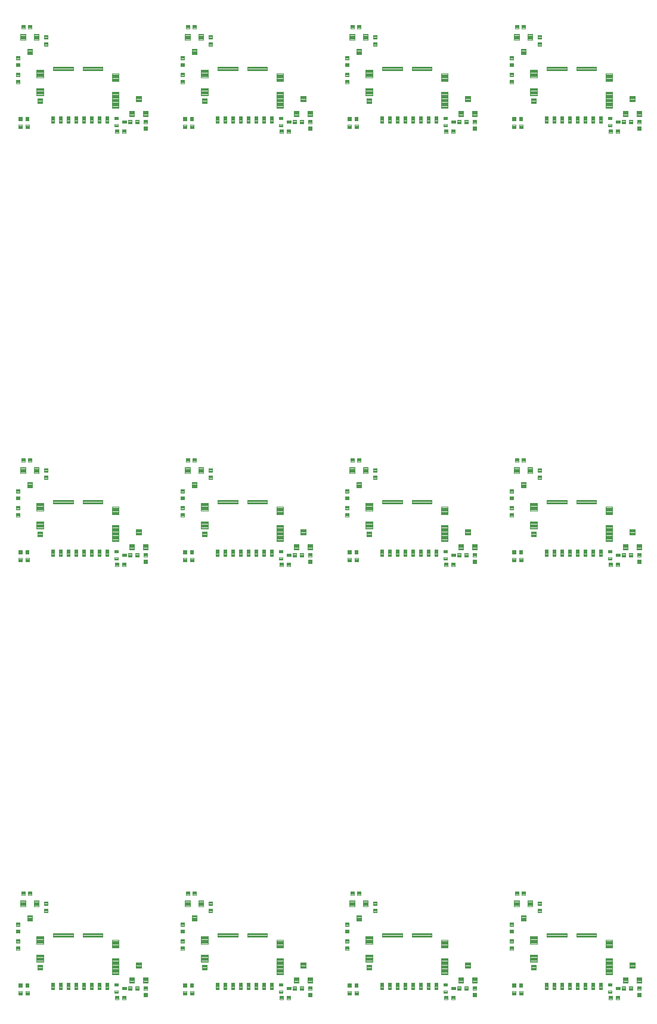
<source format=gbp>
G04 EAGLE Gerber RS-274X export*
G75*
%MOMM*%
%FSLAX34Y34*%
%LPD*%
%INSolderpaste Bottom*%
%IPPOS*%
%AMOC8*
5,1,8,0,0,1.08239X$1,22.5*%
G01*
%ADD10C,0.100000*%
%ADD11C,0.100800*%
%ADD12C,0.105000*%
%ADD13C,0.099000*%
%ADD14C,0.102000*%
%ADD15C,0.104000*%
%ADD16C,0.101200*%


D10*
X87912Y73442D02*
X87912Y64442D01*
X83912Y64442D01*
X83912Y73442D01*
X87912Y73442D01*
X87912Y65392D02*
X83912Y65392D01*
X83912Y66342D02*
X87912Y66342D01*
X87912Y67292D02*
X83912Y67292D01*
X83912Y68242D02*
X87912Y68242D01*
X87912Y69192D02*
X83912Y69192D01*
X83912Y70142D02*
X87912Y70142D01*
X87912Y71092D02*
X83912Y71092D01*
X83912Y72042D02*
X87912Y72042D01*
X87912Y72992D02*
X83912Y72992D01*
X98912Y73442D02*
X98912Y64442D01*
X94912Y64442D01*
X94912Y73442D01*
X98912Y73442D01*
X98912Y65392D02*
X94912Y65392D01*
X94912Y66342D02*
X98912Y66342D01*
X98912Y67292D02*
X94912Y67292D01*
X94912Y68242D02*
X98912Y68242D01*
X98912Y69192D02*
X94912Y69192D01*
X94912Y70142D02*
X98912Y70142D01*
X98912Y71092D02*
X94912Y71092D01*
X94912Y72042D02*
X98912Y72042D01*
X98912Y72992D02*
X94912Y72992D01*
X109912Y73442D02*
X109912Y64442D01*
X105912Y64442D01*
X105912Y73442D01*
X109912Y73442D01*
X109912Y65392D02*
X105912Y65392D01*
X105912Y66342D02*
X109912Y66342D01*
X109912Y67292D02*
X105912Y67292D01*
X105912Y68242D02*
X109912Y68242D01*
X109912Y69192D02*
X105912Y69192D01*
X105912Y70142D02*
X109912Y70142D01*
X109912Y71092D02*
X105912Y71092D01*
X105912Y72042D02*
X109912Y72042D01*
X109912Y72992D02*
X105912Y72992D01*
X120912Y73442D02*
X120912Y64442D01*
X116912Y64442D01*
X116912Y73442D01*
X120912Y73442D01*
X120912Y65392D02*
X116912Y65392D01*
X116912Y66342D02*
X120912Y66342D01*
X120912Y67292D02*
X116912Y67292D01*
X116912Y68242D02*
X120912Y68242D01*
X120912Y69192D02*
X116912Y69192D01*
X116912Y70142D02*
X120912Y70142D01*
X120912Y71092D02*
X116912Y71092D01*
X116912Y72042D02*
X120912Y72042D01*
X120912Y72992D02*
X116912Y72992D01*
X131912Y73442D02*
X131912Y64442D01*
X127912Y64442D01*
X127912Y73442D01*
X131912Y73442D01*
X131912Y65392D02*
X127912Y65392D01*
X127912Y66342D02*
X131912Y66342D01*
X131912Y67292D02*
X127912Y67292D01*
X127912Y68242D02*
X131912Y68242D01*
X131912Y69192D02*
X127912Y69192D01*
X127912Y70142D02*
X131912Y70142D01*
X131912Y71092D02*
X127912Y71092D01*
X127912Y72042D02*
X131912Y72042D01*
X131912Y72992D02*
X127912Y72992D01*
X142912Y73442D02*
X142912Y64442D01*
X138912Y64442D01*
X138912Y73442D01*
X142912Y73442D01*
X142912Y65392D02*
X138912Y65392D01*
X138912Y66342D02*
X142912Y66342D01*
X142912Y67292D02*
X138912Y67292D01*
X138912Y68242D02*
X142912Y68242D01*
X142912Y69192D02*
X138912Y69192D01*
X138912Y70142D02*
X142912Y70142D01*
X142912Y71092D02*
X138912Y71092D01*
X138912Y72042D02*
X142912Y72042D01*
X142912Y72992D02*
X138912Y72992D01*
X153912Y73442D02*
X153912Y64442D01*
X149912Y64442D01*
X149912Y73442D01*
X153912Y73442D01*
X153912Y65392D02*
X149912Y65392D01*
X149912Y66342D02*
X153912Y66342D01*
X153912Y67292D02*
X149912Y67292D01*
X149912Y68242D02*
X153912Y68242D01*
X153912Y69192D02*
X149912Y69192D01*
X149912Y70142D02*
X153912Y70142D01*
X153912Y71092D02*
X149912Y71092D01*
X149912Y72042D02*
X153912Y72042D01*
X153912Y72992D02*
X149912Y72992D01*
X164912Y73442D02*
X164912Y64442D01*
X160912Y64442D01*
X160912Y73442D01*
X164912Y73442D01*
X164912Y65392D02*
X160912Y65392D01*
X160912Y66342D02*
X164912Y66342D01*
X164912Y67292D02*
X160912Y67292D01*
X160912Y68242D02*
X164912Y68242D01*
X164912Y69192D02*
X160912Y69192D01*
X160912Y70142D02*
X164912Y70142D01*
X164912Y71092D02*
X160912Y71092D01*
X160912Y72042D02*
X164912Y72042D01*
X164912Y72992D02*
X160912Y72992D01*
D11*
X71008Y92346D02*
X64816Y92346D01*
X64816Y99138D01*
X71008Y99138D01*
X71008Y92346D01*
X71008Y93304D02*
X64816Y93304D01*
X64816Y94262D02*
X71008Y94262D01*
X71008Y95220D02*
X64816Y95220D01*
X64816Y96178D02*
X71008Y96178D01*
X71008Y97136D02*
X64816Y97136D01*
X64816Y98094D02*
X71008Y98094D01*
X71008Y99052D02*
X64816Y99052D01*
D12*
X72637Y103567D02*
X72637Y113317D01*
X72637Y103567D02*
X63187Y103567D01*
X63187Y113317D01*
X72637Y113317D01*
X72637Y104564D02*
X63187Y104564D01*
X63187Y105561D02*
X72637Y105561D01*
X72637Y106558D02*
X63187Y106558D01*
X63187Y107555D02*
X72637Y107555D01*
X72637Y108552D02*
X63187Y108552D01*
X63187Y109549D02*
X72637Y109549D01*
X72637Y110546D02*
X63187Y110546D01*
X63187Y111543D02*
X72637Y111543D01*
X72637Y112540D02*
X63187Y112540D01*
X72637Y129067D02*
X72637Y140017D01*
X72637Y129067D02*
X63187Y129067D01*
X63187Y140017D01*
X72637Y140017D01*
X72637Y130064D02*
X63187Y130064D01*
X63187Y131061D02*
X72637Y131061D01*
X72637Y132058D02*
X63187Y132058D01*
X63187Y133055D02*
X72637Y133055D01*
X72637Y134052D02*
X63187Y134052D01*
X63187Y135049D02*
X72637Y135049D01*
X72637Y136046D02*
X63187Y136046D01*
X63187Y137043D02*
X72637Y137043D01*
X72637Y138040D02*
X63187Y138040D01*
X63187Y139037D02*
X72637Y139037D01*
X179387Y134317D02*
X179387Y123367D01*
X169937Y123367D01*
X169937Y134317D01*
X179387Y134317D01*
X179387Y124364D02*
X169937Y124364D01*
X169937Y125361D02*
X179387Y125361D01*
X179387Y126358D02*
X169937Y126358D01*
X169937Y127355D02*
X179387Y127355D01*
X179387Y128352D02*
X169937Y128352D01*
X169937Y129349D02*
X179387Y129349D01*
X179387Y130346D02*
X169937Y130346D01*
X169937Y131343D02*
X179387Y131343D01*
X179387Y132340D02*
X169937Y132340D01*
X169937Y133337D02*
X179387Y133337D01*
X179387Y108417D02*
X179387Y85567D01*
X169937Y85567D01*
X169937Y108417D01*
X179387Y108417D01*
X179387Y86564D02*
X169937Y86564D01*
X169937Y87561D02*
X179387Y87561D01*
X179387Y88558D02*
X169937Y88558D01*
X169937Y89555D02*
X179387Y89555D01*
X179387Y90552D02*
X169937Y90552D01*
X169937Y91549D02*
X179387Y91549D01*
X179387Y92546D02*
X169937Y92546D01*
X169937Y93543D02*
X179387Y93543D01*
X179387Y94540D02*
X169937Y94540D01*
X169937Y95537D02*
X179387Y95537D01*
X179387Y96534D02*
X169937Y96534D01*
X169937Y97531D02*
X179387Y97531D01*
X179387Y98528D02*
X169937Y98528D01*
X169937Y99525D02*
X179387Y99525D01*
X179387Y100522D02*
X169937Y100522D01*
X169937Y101519D02*
X179387Y101519D01*
X179387Y102516D02*
X169937Y102516D01*
X169937Y103513D02*
X179387Y103513D01*
X179387Y104510D02*
X169937Y104510D01*
X169937Y105507D02*
X179387Y105507D01*
X179387Y106504D02*
X169937Y106504D01*
X169937Y107501D02*
X179387Y107501D01*
D13*
X156917Y143547D02*
X128807Y143547D01*
X156917Y143547D02*
X156917Y139037D01*
X128807Y139037D01*
X128807Y143547D01*
X128807Y139977D02*
X156917Y139977D01*
X156917Y140917D02*
X128807Y140917D01*
X128807Y141857D02*
X156917Y141857D01*
X156917Y142797D02*
X128807Y142797D01*
X115017Y143547D02*
X86907Y143547D01*
X115017Y143547D02*
X115017Y139037D01*
X86907Y139037D01*
X86907Y143547D01*
X86907Y139977D02*
X115017Y139977D01*
X115017Y140917D02*
X86907Y140917D01*
X86907Y141857D02*
X115017Y141857D01*
X115017Y142797D02*
X86907Y142797D01*
D14*
X52190Y72543D02*
X47210Y72543D01*
X52190Y72543D02*
X52190Y67563D01*
X47210Y67563D01*
X47210Y72543D01*
X47210Y68532D02*
X52190Y68532D01*
X52190Y69501D02*
X47210Y69501D01*
X47210Y70470D02*
X52190Y70470D01*
X52190Y71439D02*
X47210Y71439D01*
X47210Y72408D02*
X52190Y72408D01*
X42190Y72543D02*
X37210Y72543D01*
X42190Y72543D02*
X42190Y67563D01*
X37210Y67563D01*
X37210Y72543D01*
X37210Y68532D02*
X42190Y68532D01*
X42190Y69501D02*
X37210Y69501D01*
X37210Y70470D02*
X42190Y70470D01*
X42190Y71439D02*
X37210Y71439D01*
X37210Y72408D02*
X42190Y72408D01*
X47515Y61621D02*
X52495Y61621D01*
X52495Y56641D01*
X47515Y56641D01*
X47515Y61621D01*
X47515Y57610D02*
X52495Y57610D01*
X52495Y58579D02*
X47515Y58579D01*
X47515Y59548D02*
X52495Y59548D01*
X52495Y60517D02*
X47515Y60517D01*
X47515Y61486D02*
X52495Y61486D01*
X42495Y61621D02*
X37515Y61621D01*
X42495Y61621D02*
X42495Y56641D01*
X37515Y56641D01*
X37515Y61621D01*
X37515Y57610D02*
X42495Y57610D01*
X42495Y58579D02*
X37515Y58579D01*
X37515Y59548D02*
X42495Y59548D01*
X42495Y60517D02*
X37515Y60517D01*
X37515Y61486D02*
X42495Y61486D01*
X51325Y203480D02*
X56305Y203480D01*
X56305Y198500D01*
X51325Y198500D01*
X51325Y203480D01*
X51325Y199469D02*
X56305Y199469D01*
X56305Y200438D02*
X51325Y200438D01*
X51325Y201407D02*
X56305Y201407D01*
X56305Y202376D02*
X51325Y202376D01*
X51325Y203345D02*
X56305Y203345D01*
X46305Y203480D02*
X41325Y203480D01*
X46305Y203480D02*
X46305Y198500D01*
X41325Y198500D01*
X41325Y203480D01*
X41325Y199469D02*
X46305Y199469D01*
X46305Y200438D02*
X41325Y200438D01*
X41325Y201407D02*
X46305Y201407D01*
X46305Y202376D02*
X41325Y202376D01*
X41325Y203345D02*
X46305Y203345D01*
D15*
X47244Y182423D02*
X40284Y182423D01*
X40284Y190383D01*
X47244Y190383D01*
X47244Y182423D01*
X47244Y183411D02*
X40284Y183411D01*
X40284Y184399D02*
X47244Y184399D01*
X47244Y185387D02*
X40284Y185387D01*
X40284Y186375D02*
X47244Y186375D01*
X47244Y187363D02*
X40284Y187363D01*
X40284Y188351D02*
X47244Y188351D01*
X47244Y189339D02*
X40284Y189339D01*
X40284Y190327D02*
X47244Y190327D01*
X59284Y182423D02*
X66244Y182423D01*
X59284Y182423D02*
X59284Y190383D01*
X66244Y190383D01*
X66244Y182423D01*
X66244Y183411D02*
X59284Y183411D01*
X59284Y184399D02*
X66244Y184399D01*
X66244Y185387D02*
X59284Y185387D01*
X59284Y186375D02*
X66244Y186375D01*
X66244Y187363D02*
X59284Y187363D01*
X59284Y188351D02*
X66244Y188351D01*
X66244Y189339D02*
X59284Y189339D01*
X59284Y190327D02*
X66244Y190327D01*
X56744Y161423D02*
X49784Y161423D01*
X49784Y169383D01*
X56744Y169383D01*
X56744Y161423D01*
X56744Y162411D02*
X49784Y162411D01*
X49784Y163399D02*
X56744Y163399D01*
X56744Y164387D02*
X49784Y164387D01*
X49784Y165375D02*
X56744Y165375D01*
X56744Y166363D02*
X49784Y166363D01*
X49784Y167351D02*
X56744Y167351D01*
X56744Y168339D02*
X49784Y168339D01*
X49784Y169327D02*
X56744Y169327D01*
D14*
X73532Y183888D02*
X73532Y188868D01*
X78512Y188868D01*
X78512Y183888D01*
X73532Y183888D01*
X73532Y184857D02*
X78512Y184857D01*
X78512Y185826D02*
X73532Y185826D01*
X73532Y186795D02*
X78512Y186795D01*
X78512Y187764D02*
X73532Y187764D01*
X73532Y188733D02*
X78512Y188733D01*
X73532Y178868D02*
X73532Y173888D01*
X73532Y178868D02*
X78512Y178868D01*
X78512Y173888D01*
X73532Y173888D01*
X73532Y174857D02*
X78512Y174857D01*
X78512Y175826D02*
X73532Y175826D01*
X73532Y176795D02*
X78512Y176795D01*
X78512Y177764D02*
X73532Y177764D01*
X73532Y178733D02*
X78512Y178733D01*
X34188Y135582D02*
X34188Y130602D01*
X34188Y135582D02*
X39168Y135582D01*
X39168Y130602D01*
X34188Y130602D01*
X34188Y131571D02*
X39168Y131571D01*
X39168Y132540D02*
X34188Y132540D01*
X34188Y133509D02*
X39168Y133509D01*
X39168Y134478D02*
X34188Y134478D01*
X34188Y135447D02*
X39168Y135447D01*
X34188Y125582D02*
X34188Y120602D01*
X34188Y125582D02*
X39168Y125582D01*
X39168Y120602D01*
X34188Y120602D01*
X34188Y121571D02*
X39168Y121571D01*
X39168Y122540D02*
X34188Y122540D01*
X34188Y123509D02*
X39168Y123509D01*
X39168Y124478D02*
X34188Y124478D01*
X34188Y125447D02*
X39168Y125447D01*
D15*
X213970Y81712D02*
X220930Y81712D01*
X220930Y73752D01*
X213970Y73752D01*
X213970Y81712D01*
X213970Y74740D02*
X220930Y74740D01*
X220930Y75728D02*
X213970Y75728D01*
X213970Y76716D02*
X220930Y76716D01*
X220930Y77704D02*
X213970Y77704D01*
X213970Y78692D02*
X220930Y78692D01*
X220930Y79680D02*
X213970Y79680D01*
X213970Y80668D02*
X220930Y80668D01*
X220930Y81656D02*
X213970Y81656D01*
X201930Y81712D02*
X194970Y81712D01*
X201930Y81712D02*
X201930Y73752D01*
X194970Y73752D01*
X194970Y81712D01*
X194970Y74740D02*
X201930Y74740D01*
X201930Y75728D02*
X194970Y75728D01*
X194970Y76716D02*
X201930Y76716D01*
X201930Y77704D02*
X194970Y77704D01*
X194970Y78692D02*
X201930Y78692D01*
X201930Y79680D02*
X194970Y79680D01*
X194970Y80668D02*
X201930Y80668D01*
X201930Y81656D02*
X194970Y81656D01*
X204470Y102712D02*
X211430Y102712D01*
X211430Y94752D01*
X204470Y94752D01*
X204470Y102712D01*
X204470Y95740D02*
X211430Y95740D01*
X211430Y96728D02*
X204470Y96728D01*
X204470Y97716D02*
X211430Y97716D01*
X211430Y98704D02*
X204470Y98704D01*
X204470Y99692D02*
X211430Y99692D01*
X211430Y100680D02*
X204470Y100680D01*
X204470Y101668D02*
X211430Y101668D01*
X211430Y102656D02*
X204470Y102656D01*
D16*
X178764Y62986D02*
X178764Y59398D01*
X173276Y59398D01*
X173276Y62986D01*
X178764Y62986D01*
X178764Y60359D02*
X173276Y60359D01*
X173276Y61320D02*
X178764Y61320D01*
X178764Y62281D02*
X173276Y62281D01*
X178764Y69398D02*
X178764Y72986D01*
X178764Y69398D02*
X173276Y69398D01*
X173276Y72986D01*
X178764Y72986D01*
X178764Y70359D02*
X173276Y70359D01*
X173276Y71320D02*
X178764Y71320D01*
X178764Y72281D02*
X173276Y72281D01*
X190264Y67986D02*
X190264Y64398D01*
X184776Y64398D01*
X184776Y67986D01*
X190264Y67986D01*
X190264Y65359D02*
X184776Y65359D01*
X184776Y66320D02*
X190264Y66320D01*
X190264Y67281D02*
X184776Y67281D01*
D14*
X193424Y63575D02*
X198404Y63575D01*
X193424Y63575D02*
X193424Y68555D01*
X198404Y68555D01*
X198404Y63575D01*
X198404Y64544D02*
X193424Y64544D01*
X193424Y65513D02*
X198404Y65513D01*
X198404Y66482D02*
X193424Y66482D01*
X193424Y67451D02*
X198404Y67451D01*
X198404Y68420D02*
X193424Y68420D01*
X203424Y63575D02*
X208404Y63575D01*
X203424Y63575D02*
X203424Y68555D01*
X208404Y68555D01*
X208404Y63575D01*
X208404Y64544D02*
X203424Y64544D01*
X203424Y65513D02*
X208404Y65513D01*
X208404Y66482D02*
X203424Y66482D01*
X203424Y67451D02*
X208404Y67451D01*
X208404Y68420D02*
X203424Y68420D01*
X215239Y68882D02*
X215239Y63902D01*
X215239Y68882D02*
X220219Y68882D01*
X220219Y63902D01*
X215239Y63902D01*
X215239Y64871D02*
X220219Y64871D01*
X220219Y65840D02*
X215239Y65840D01*
X215239Y66809D02*
X220219Y66809D01*
X220219Y67778D02*
X215239Y67778D01*
X215239Y68747D02*
X220219Y68747D01*
X215239Y58882D02*
X215239Y53902D01*
X215239Y58882D02*
X220219Y58882D01*
X220219Y53902D01*
X215239Y53902D01*
X215239Y54871D02*
X220219Y54871D01*
X220219Y55840D02*
X215239Y55840D01*
X215239Y56809D02*
X220219Y56809D01*
X220219Y57778D02*
X215239Y57778D01*
X215239Y58747D02*
X220219Y58747D01*
X33883Y154402D02*
X33883Y159382D01*
X38863Y159382D01*
X38863Y154402D01*
X33883Y154402D01*
X33883Y155371D02*
X38863Y155371D01*
X38863Y156340D02*
X33883Y156340D01*
X33883Y157309D02*
X38863Y157309D01*
X38863Y158278D02*
X33883Y158278D01*
X33883Y159247D02*
X38863Y159247D01*
X33883Y149382D02*
X33883Y144402D01*
X33883Y149382D02*
X38863Y149382D01*
X38863Y144402D01*
X33883Y144402D01*
X33883Y145371D02*
X38863Y145371D01*
X38863Y146340D02*
X33883Y146340D01*
X33883Y147309D02*
X38863Y147309D01*
X38863Y148278D02*
X33883Y148278D01*
X33883Y149247D02*
X38863Y149247D01*
X184730Y55347D02*
X189710Y55347D01*
X189710Y50367D01*
X184730Y50367D01*
X184730Y55347D01*
X184730Y51336D02*
X189710Y51336D01*
X189710Y52305D02*
X184730Y52305D01*
X184730Y53274D02*
X189710Y53274D01*
X189710Y54243D02*
X184730Y54243D01*
X184730Y55212D02*
X189710Y55212D01*
X179710Y55347D02*
X174730Y55347D01*
X179710Y55347D02*
X179710Y50367D01*
X174730Y50367D01*
X174730Y55347D01*
X174730Y51336D02*
X179710Y51336D01*
X179710Y52305D02*
X174730Y52305D01*
X174730Y53274D02*
X179710Y53274D01*
X179710Y54243D02*
X174730Y54243D01*
X174730Y55212D02*
X179710Y55212D01*
D10*
X321592Y64442D02*
X321592Y73442D01*
X321592Y64442D02*
X317592Y64442D01*
X317592Y73442D01*
X321592Y73442D01*
X321592Y65392D02*
X317592Y65392D01*
X317592Y66342D02*
X321592Y66342D01*
X321592Y67292D02*
X317592Y67292D01*
X317592Y68242D02*
X321592Y68242D01*
X321592Y69192D02*
X317592Y69192D01*
X317592Y70142D02*
X321592Y70142D01*
X321592Y71092D02*
X317592Y71092D01*
X317592Y72042D02*
X321592Y72042D01*
X321592Y72992D02*
X317592Y72992D01*
X332592Y73442D02*
X332592Y64442D01*
X328592Y64442D01*
X328592Y73442D01*
X332592Y73442D01*
X332592Y65392D02*
X328592Y65392D01*
X328592Y66342D02*
X332592Y66342D01*
X332592Y67292D02*
X328592Y67292D01*
X328592Y68242D02*
X332592Y68242D01*
X332592Y69192D02*
X328592Y69192D01*
X328592Y70142D02*
X332592Y70142D01*
X332592Y71092D02*
X328592Y71092D01*
X328592Y72042D02*
X332592Y72042D01*
X332592Y72992D02*
X328592Y72992D01*
X343592Y73442D02*
X343592Y64442D01*
X339592Y64442D01*
X339592Y73442D01*
X343592Y73442D01*
X343592Y65392D02*
X339592Y65392D01*
X339592Y66342D02*
X343592Y66342D01*
X343592Y67292D02*
X339592Y67292D01*
X339592Y68242D02*
X343592Y68242D01*
X343592Y69192D02*
X339592Y69192D01*
X339592Y70142D02*
X343592Y70142D01*
X343592Y71092D02*
X339592Y71092D01*
X339592Y72042D02*
X343592Y72042D01*
X343592Y72992D02*
X339592Y72992D01*
X354592Y73442D02*
X354592Y64442D01*
X350592Y64442D01*
X350592Y73442D01*
X354592Y73442D01*
X354592Y65392D02*
X350592Y65392D01*
X350592Y66342D02*
X354592Y66342D01*
X354592Y67292D02*
X350592Y67292D01*
X350592Y68242D02*
X354592Y68242D01*
X354592Y69192D02*
X350592Y69192D01*
X350592Y70142D02*
X354592Y70142D01*
X354592Y71092D02*
X350592Y71092D01*
X350592Y72042D02*
X354592Y72042D01*
X354592Y72992D02*
X350592Y72992D01*
X365592Y73442D02*
X365592Y64442D01*
X361592Y64442D01*
X361592Y73442D01*
X365592Y73442D01*
X365592Y65392D02*
X361592Y65392D01*
X361592Y66342D02*
X365592Y66342D01*
X365592Y67292D02*
X361592Y67292D01*
X361592Y68242D02*
X365592Y68242D01*
X365592Y69192D02*
X361592Y69192D01*
X361592Y70142D02*
X365592Y70142D01*
X365592Y71092D02*
X361592Y71092D01*
X361592Y72042D02*
X365592Y72042D01*
X365592Y72992D02*
X361592Y72992D01*
X376592Y73442D02*
X376592Y64442D01*
X372592Y64442D01*
X372592Y73442D01*
X376592Y73442D01*
X376592Y65392D02*
X372592Y65392D01*
X372592Y66342D02*
X376592Y66342D01*
X376592Y67292D02*
X372592Y67292D01*
X372592Y68242D02*
X376592Y68242D01*
X376592Y69192D02*
X372592Y69192D01*
X372592Y70142D02*
X376592Y70142D01*
X376592Y71092D02*
X372592Y71092D01*
X372592Y72042D02*
X376592Y72042D01*
X376592Y72992D02*
X372592Y72992D01*
X387592Y73442D02*
X387592Y64442D01*
X383592Y64442D01*
X383592Y73442D01*
X387592Y73442D01*
X387592Y65392D02*
X383592Y65392D01*
X383592Y66342D02*
X387592Y66342D01*
X387592Y67292D02*
X383592Y67292D01*
X383592Y68242D02*
X387592Y68242D01*
X387592Y69192D02*
X383592Y69192D01*
X383592Y70142D02*
X387592Y70142D01*
X387592Y71092D02*
X383592Y71092D01*
X383592Y72042D02*
X387592Y72042D01*
X387592Y72992D02*
X383592Y72992D01*
X398592Y73442D02*
X398592Y64442D01*
X394592Y64442D01*
X394592Y73442D01*
X398592Y73442D01*
X398592Y65392D02*
X394592Y65392D01*
X394592Y66342D02*
X398592Y66342D01*
X398592Y67292D02*
X394592Y67292D01*
X394592Y68242D02*
X398592Y68242D01*
X398592Y69192D02*
X394592Y69192D01*
X394592Y70142D02*
X398592Y70142D01*
X398592Y71092D02*
X394592Y71092D01*
X394592Y72042D02*
X398592Y72042D01*
X398592Y72992D02*
X394592Y72992D01*
D11*
X304688Y92346D02*
X298496Y92346D01*
X298496Y99138D01*
X304688Y99138D01*
X304688Y92346D01*
X304688Y93304D02*
X298496Y93304D01*
X298496Y94262D02*
X304688Y94262D01*
X304688Y95220D02*
X298496Y95220D01*
X298496Y96178D02*
X304688Y96178D01*
X304688Y97136D02*
X298496Y97136D01*
X298496Y98094D02*
X304688Y98094D01*
X304688Y99052D02*
X298496Y99052D01*
D12*
X306317Y103567D02*
X306317Y113317D01*
X306317Y103567D02*
X296867Y103567D01*
X296867Y113317D01*
X306317Y113317D01*
X306317Y104564D02*
X296867Y104564D01*
X296867Y105561D02*
X306317Y105561D01*
X306317Y106558D02*
X296867Y106558D01*
X296867Y107555D02*
X306317Y107555D01*
X306317Y108552D02*
X296867Y108552D01*
X296867Y109549D02*
X306317Y109549D01*
X306317Y110546D02*
X296867Y110546D01*
X296867Y111543D02*
X306317Y111543D01*
X306317Y112540D02*
X296867Y112540D01*
X306317Y129067D02*
X306317Y140017D01*
X306317Y129067D02*
X296867Y129067D01*
X296867Y140017D01*
X306317Y140017D01*
X306317Y130064D02*
X296867Y130064D01*
X296867Y131061D02*
X306317Y131061D01*
X306317Y132058D02*
X296867Y132058D01*
X296867Y133055D02*
X306317Y133055D01*
X306317Y134052D02*
X296867Y134052D01*
X296867Y135049D02*
X306317Y135049D01*
X306317Y136046D02*
X296867Y136046D01*
X296867Y137043D02*
X306317Y137043D01*
X306317Y138040D02*
X296867Y138040D01*
X296867Y139037D02*
X306317Y139037D01*
X413067Y134317D02*
X413067Y123367D01*
X403617Y123367D01*
X403617Y134317D01*
X413067Y134317D01*
X413067Y124364D02*
X403617Y124364D01*
X403617Y125361D02*
X413067Y125361D01*
X413067Y126358D02*
X403617Y126358D01*
X403617Y127355D02*
X413067Y127355D01*
X413067Y128352D02*
X403617Y128352D01*
X403617Y129349D02*
X413067Y129349D01*
X413067Y130346D02*
X403617Y130346D01*
X403617Y131343D02*
X413067Y131343D01*
X413067Y132340D02*
X403617Y132340D01*
X403617Y133337D02*
X413067Y133337D01*
X413067Y108417D02*
X413067Y85567D01*
X403617Y85567D01*
X403617Y108417D01*
X413067Y108417D01*
X413067Y86564D02*
X403617Y86564D01*
X403617Y87561D02*
X413067Y87561D01*
X413067Y88558D02*
X403617Y88558D01*
X403617Y89555D02*
X413067Y89555D01*
X413067Y90552D02*
X403617Y90552D01*
X403617Y91549D02*
X413067Y91549D01*
X413067Y92546D02*
X403617Y92546D01*
X403617Y93543D02*
X413067Y93543D01*
X413067Y94540D02*
X403617Y94540D01*
X403617Y95537D02*
X413067Y95537D01*
X413067Y96534D02*
X403617Y96534D01*
X403617Y97531D02*
X413067Y97531D01*
X413067Y98528D02*
X403617Y98528D01*
X403617Y99525D02*
X413067Y99525D01*
X413067Y100522D02*
X403617Y100522D01*
X403617Y101519D02*
X413067Y101519D01*
X413067Y102516D02*
X403617Y102516D01*
X403617Y103513D02*
X413067Y103513D01*
X413067Y104510D02*
X403617Y104510D01*
X403617Y105507D02*
X413067Y105507D01*
X413067Y106504D02*
X403617Y106504D01*
X403617Y107501D02*
X413067Y107501D01*
D13*
X390597Y143547D02*
X362487Y143547D01*
X390597Y143547D02*
X390597Y139037D01*
X362487Y139037D01*
X362487Y143547D01*
X362487Y139977D02*
X390597Y139977D01*
X390597Y140917D02*
X362487Y140917D01*
X362487Y141857D02*
X390597Y141857D01*
X390597Y142797D02*
X362487Y142797D01*
X348697Y143547D02*
X320587Y143547D01*
X348697Y143547D02*
X348697Y139037D01*
X320587Y139037D01*
X320587Y143547D01*
X320587Y139977D02*
X348697Y139977D01*
X348697Y140917D02*
X320587Y140917D01*
X320587Y141857D02*
X348697Y141857D01*
X348697Y142797D02*
X320587Y142797D01*
D14*
X285870Y72543D02*
X280890Y72543D01*
X285870Y72543D02*
X285870Y67563D01*
X280890Y67563D01*
X280890Y72543D01*
X280890Y68532D02*
X285870Y68532D01*
X285870Y69501D02*
X280890Y69501D01*
X280890Y70470D02*
X285870Y70470D01*
X285870Y71439D02*
X280890Y71439D01*
X280890Y72408D02*
X285870Y72408D01*
X275870Y72543D02*
X270890Y72543D01*
X275870Y72543D02*
X275870Y67563D01*
X270890Y67563D01*
X270890Y72543D01*
X270890Y68532D02*
X275870Y68532D01*
X275870Y69501D02*
X270890Y69501D01*
X270890Y70470D02*
X275870Y70470D01*
X275870Y71439D02*
X270890Y71439D01*
X270890Y72408D02*
X275870Y72408D01*
X281195Y61621D02*
X286175Y61621D01*
X286175Y56641D01*
X281195Y56641D01*
X281195Y61621D01*
X281195Y57610D02*
X286175Y57610D01*
X286175Y58579D02*
X281195Y58579D01*
X281195Y59548D02*
X286175Y59548D01*
X286175Y60517D02*
X281195Y60517D01*
X281195Y61486D02*
X286175Y61486D01*
X276175Y61621D02*
X271195Y61621D01*
X276175Y61621D02*
X276175Y56641D01*
X271195Y56641D01*
X271195Y61621D01*
X271195Y57610D02*
X276175Y57610D01*
X276175Y58579D02*
X271195Y58579D01*
X271195Y59548D02*
X276175Y59548D01*
X276175Y60517D02*
X271195Y60517D01*
X271195Y61486D02*
X276175Y61486D01*
X285005Y203480D02*
X289985Y203480D01*
X289985Y198500D01*
X285005Y198500D01*
X285005Y203480D01*
X285005Y199469D02*
X289985Y199469D01*
X289985Y200438D02*
X285005Y200438D01*
X285005Y201407D02*
X289985Y201407D01*
X289985Y202376D02*
X285005Y202376D01*
X285005Y203345D02*
X289985Y203345D01*
X279985Y203480D02*
X275005Y203480D01*
X279985Y203480D02*
X279985Y198500D01*
X275005Y198500D01*
X275005Y203480D01*
X275005Y199469D02*
X279985Y199469D01*
X279985Y200438D02*
X275005Y200438D01*
X275005Y201407D02*
X279985Y201407D01*
X279985Y202376D02*
X275005Y202376D01*
X275005Y203345D02*
X279985Y203345D01*
D15*
X280924Y182423D02*
X273964Y182423D01*
X273964Y190383D01*
X280924Y190383D01*
X280924Y182423D01*
X280924Y183411D02*
X273964Y183411D01*
X273964Y184399D02*
X280924Y184399D01*
X280924Y185387D02*
X273964Y185387D01*
X273964Y186375D02*
X280924Y186375D01*
X280924Y187363D02*
X273964Y187363D01*
X273964Y188351D02*
X280924Y188351D01*
X280924Y189339D02*
X273964Y189339D01*
X273964Y190327D02*
X280924Y190327D01*
X292964Y182423D02*
X299924Y182423D01*
X292964Y182423D02*
X292964Y190383D01*
X299924Y190383D01*
X299924Y182423D01*
X299924Y183411D02*
X292964Y183411D01*
X292964Y184399D02*
X299924Y184399D01*
X299924Y185387D02*
X292964Y185387D01*
X292964Y186375D02*
X299924Y186375D01*
X299924Y187363D02*
X292964Y187363D01*
X292964Y188351D02*
X299924Y188351D01*
X299924Y189339D02*
X292964Y189339D01*
X292964Y190327D02*
X299924Y190327D01*
X290424Y161423D02*
X283464Y161423D01*
X283464Y169383D01*
X290424Y169383D01*
X290424Y161423D01*
X290424Y162411D02*
X283464Y162411D01*
X283464Y163399D02*
X290424Y163399D01*
X290424Y164387D02*
X283464Y164387D01*
X283464Y165375D02*
X290424Y165375D01*
X290424Y166363D02*
X283464Y166363D01*
X283464Y167351D02*
X290424Y167351D01*
X290424Y168339D02*
X283464Y168339D01*
X283464Y169327D02*
X290424Y169327D01*
D14*
X307212Y183888D02*
X307212Y188868D01*
X312192Y188868D01*
X312192Y183888D01*
X307212Y183888D01*
X307212Y184857D02*
X312192Y184857D01*
X312192Y185826D02*
X307212Y185826D01*
X307212Y186795D02*
X312192Y186795D01*
X312192Y187764D02*
X307212Y187764D01*
X307212Y188733D02*
X312192Y188733D01*
X307212Y178868D02*
X307212Y173888D01*
X307212Y178868D02*
X312192Y178868D01*
X312192Y173888D01*
X307212Y173888D01*
X307212Y174857D02*
X312192Y174857D01*
X312192Y175826D02*
X307212Y175826D01*
X307212Y176795D02*
X312192Y176795D01*
X312192Y177764D02*
X307212Y177764D01*
X307212Y178733D02*
X312192Y178733D01*
X267868Y135582D02*
X267868Y130602D01*
X267868Y135582D02*
X272848Y135582D01*
X272848Y130602D01*
X267868Y130602D01*
X267868Y131571D02*
X272848Y131571D01*
X272848Y132540D02*
X267868Y132540D01*
X267868Y133509D02*
X272848Y133509D01*
X272848Y134478D02*
X267868Y134478D01*
X267868Y135447D02*
X272848Y135447D01*
X267868Y125582D02*
X267868Y120602D01*
X267868Y125582D02*
X272848Y125582D01*
X272848Y120602D01*
X267868Y120602D01*
X267868Y121571D02*
X272848Y121571D01*
X272848Y122540D02*
X267868Y122540D01*
X267868Y123509D02*
X272848Y123509D01*
X272848Y124478D02*
X267868Y124478D01*
X267868Y125447D02*
X272848Y125447D01*
D15*
X447650Y81712D02*
X454610Y81712D01*
X454610Y73752D01*
X447650Y73752D01*
X447650Y81712D01*
X447650Y74740D02*
X454610Y74740D01*
X454610Y75728D02*
X447650Y75728D01*
X447650Y76716D02*
X454610Y76716D01*
X454610Y77704D02*
X447650Y77704D01*
X447650Y78692D02*
X454610Y78692D01*
X454610Y79680D02*
X447650Y79680D01*
X447650Y80668D02*
X454610Y80668D01*
X454610Y81656D02*
X447650Y81656D01*
X435610Y81712D02*
X428650Y81712D01*
X435610Y81712D02*
X435610Y73752D01*
X428650Y73752D01*
X428650Y81712D01*
X428650Y74740D02*
X435610Y74740D01*
X435610Y75728D02*
X428650Y75728D01*
X428650Y76716D02*
X435610Y76716D01*
X435610Y77704D02*
X428650Y77704D01*
X428650Y78692D02*
X435610Y78692D01*
X435610Y79680D02*
X428650Y79680D01*
X428650Y80668D02*
X435610Y80668D01*
X435610Y81656D02*
X428650Y81656D01*
X438150Y102712D02*
X445110Y102712D01*
X445110Y94752D01*
X438150Y94752D01*
X438150Y102712D01*
X438150Y95740D02*
X445110Y95740D01*
X445110Y96728D02*
X438150Y96728D01*
X438150Y97716D02*
X445110Y97716D01*
X445110Y98704D02*
X438150Y98704D01*
X438150Y99692D02*
X445110Y99692D01*
X445110Y100680D02*
X438150Y100680D01*
X438150Y101668D02*
X445110Y101668D01*
X445110Y102656D02*
X438150Y102656D01*
D16*
X412444Y62986D02*
X412444Y59398D01*
X406956Y59398D01*
X406956Y62986D01*
X412444Y62986D01*
X412444Y60359D02*
X406956Y60359D01*
X406956Y61320D02*
X412444Y61320D01*
X412444Y62281D02*
X406956Y62281D01*
X412444Y69398D02*
X412444Y72986D01*
X412444Y69398D02*
X406956Y69398D01*
X406956Y72986D01*
X412444Y72986D01*
X412444Y70359D02*
X406956Y70359D01*
X406956Y71320D02*
X412444Y71320D01*
X412444Y72281D02*
X406956Y72281D01*
X423944Y67986D02*
X423944Y64398D01*
X418456Y64398D01*
X418456Y67986D01*
X423944Y67986D01*
X423944Y65359D02*
X418456Y65359D01*
X418456Y66320D02*
X423944Y66320D01*
X423944Y67281D02*
X418456Y67281D01*
D14*
X427104Y63575D02*
X432084Y63575D01*
X427104Y63575D02*
X427104Y68555D01*
X432084Y68555D01*
X432084Y63575D01*
X432084Y64544D02*
X427104Y64544D01*
X427104Y65513D02*
X432084Y65513D01*
X432084Y66482D02*
X427104Y66482D01*
X427104Y67451D02*
X432084Y67451D01*
X432084Y68420D02*
X427104Y68420D01*
X437104Y63575D02*
X442084Y63575D01*
X437104Y63575D02*
X437104Y68555D01*
X442084Y68555D01*
X442084Y63575D01*
X442084Y64544D02*
X437104Y64544D01*
X437104Y65513D02*
X442084Y65513D01*
X442084Y66482D02*
X437104Y66482D01*
X437104Y67451D02*
X442084Y67451D01*
X442084Y68420D02*
X437104Y68420D01*
X448919Y68882D02*
X448919Y63902D01*
X448919Y68882D02*
X453899Y68882D01*
X453899Y63902D01*
X448919Y63902D01*
X448919Y64871D02*
X453899Y64871D01*
X453899Y65840D02*
X448919Y65840D01*
X448919Y66809D02*
X453899Y66809D01*
X453899Y67778D02*
X448919Y67778D01*
X448919Y68747D02*
X453899Y68747D01*
X448919Y58882D02*
X448919Y53902D01*
X448919Y58882D02*
X453899Y58882D01*
X453899Y53902D01*
X448919Y53902D01*
X448919Y54871D02*
X453899Y54871D01*
X453899Y55840D02*
X448919Y55840D01*
X448919Y56809D02*
X453899Y56809D01*
X453899Y57778D02*
X448919Y57778D01*
X448919Y58747D02*
X453899Y58747D01*
X267563Y154402D02*
X267563Y159382D01*
X272543Y159382D01*
X272543Y154402D01*
X267563Y154402D01*
X267563Y155371D02*
X272543Y155371D01*
X272543Y156340D02*
X267563Y156340D01*
X267563Y157309D02*
X272543Y157309D01*
X272543Y158278D02*
X267563Y158278D01*
X267563Y159247D02*
X272543Y159247D01*
X267563Y149382D02*
X267563Y144402D01*
X267563Y149382D02*
X272543Y149382D01*
X272543Y144402D01*
X267563Y144402D01*
X267563Y145371D02*
X272543Y145371D01*
X272543Y146340D02*
X267563Y146340D01*
X267563Y147309D02*
X272543Y147309D01*
X272543Y148278D02*
X267563Y148278D01*
X267563Y149247D02*
X272543Y149247D01*
X418410Y55347D02*
X423390Y55347D01*
X423390Y50367D01*
X418410Y50367D01*
X418410Y55347D01*
X418410Y51336D02*
X423390Y51336D01*
X423390Y52305D02*
X418410Y52305D01*
X418410Y53274D02*
X423390Y53274D01*
X423390Y54243D02*
X418410Y54243D01*
X418410Y55212D02*
X423390Y55212D01*
X413390Y55347D02*
X408410Y55347D01*
X413390Y55347D02*
X413390Y50367D01*
X408410Y50367D01*
X408410Y55347D01*
X408410Y51336D02*
X413390Y51336D01*
X413390Y52305D02*
X408410Y52305D01*
X408410Y53274D02*
X413390Y53274D01*
X413390Y54243D02*
X408410Y54243D01*
X408410Y55212D02*
X413390Y55212D01*
D10*
X555272Y64442D02*
X555272Y73442D01*
X555272Y64442D02*
X551272Y64442D01*
X551272Y73442D01*
X555272Y73442D01*
X555272Y65392D02*
X551272Y65392D01*
X551272Y66342D02*
X555272Y66342D01*
X555272Y67292D02*
X551272Y67292D01*
X551272Y68242D02*
X555272Y68242D01*
X555272Y69192D02*
X551272Y69192D01*
X551272Y70142D02*
X555272Y70142D01*
X555272Y71092D02*
X551272Y71092D01*
X551272Y72042D02*
X555272Y72042D01*
X555272Y72992D02*
X551272Y72992D01*
X566272Y73442D02*
X566272Y64442D01*
X562272Y64442D01*
X562272Y73442D01*
X566272Y73442D01*
X566272Y65392D02*
X562272Y65392D01*
X562272Y66342D02*
X566272Y66342D01*
X566272Y67292D02*
X562272Y67292D01*
X562272Y68242D02*
X566272Y68242D01*
X566272Y69192D02*
X562272Y69192D01*
X562272Y70142D02*
X566272Y70142D01*
X566272Y71092D02*
X562272Y71092D01*
X562272Y72042D02*
X566272Y72042D01*
X566272Y72992D02*
X562272Y72992D01*
X577272Y73442D02*
X577272Y64442D01*
X573272Y64442D01*
X573272Y73442D01*
X577272Y73442D01*
X577272Y65392D02*
X573272Y65392D01*
X573272Y66342D02*
X577272Y66342D01*
X577272Y67292D02*
X573272Y67292D01*
X573272Y68242D02*
X577272Y68242D01*
X577272Y69192D02*
X573272Y69192D01*
X573272Y70142D02*
X577272Y70142D01*
X577272Y71092D02*
X573272Y71092D01*
X573272Y72042D02*
X577272Y72042D01*
X577272Y72992D02*
X573272Y72992D01*
X588272Y73442D02*
X588272Y64442D01*
X584272Y64442D01*
X584272Y73442D01*
X588272Y73442D01*
X588272Y65392D02*
X584272Y65392D01*
X584272Y66342D02*
X588272Y66342D01*
X588272Y67292D02*
X584272Y67292D01*
X584272Y68242D02*
X588272Y68242D01*
X588272Y69192D02*
X584272Y69192D01*
X584272Y70142D02*
X588272Y70142D01*
X588272Y71092D02*
X584272Y71092D01*
X584272Y72042D02*
X588272Y72042D01*
X588272Y72992D02*
X584272Y72992D01*
X599272Y73442D02*
X599272Y64442D01*
X595272Y64442D01*
X595272Y73442D01*
X599272Y73442D01*
X599272Y65392D02*
X595272Y65392D01*
X595272Y66342D02*
X599272Y66342D01*
X599272Y67292D02*
X595272Y67292D01*
X595272Y68242D02*
X599272Y68242D01*
X599272Y69192D02*
X595272Y69192D01*
X595272Y70142D02*
X599272Y70142D01*
X599272Y71092D02*
X595272Y71092D01*
X595272Y72042D02*
X599272Y72042D01*
X599272Y72992D02*
X595272Y72992D01*
X610272Y73442D02*
X610272Y64442D01*
X606272Y64442D01*
X606272Y73442D01*
X610272Y73442D01*
X610272Y65392D02*
X606272Y65392D01*
X606272Y66342D02*
X610272Y66342D01*
X610272Y67292D02*
X606272Y67292D01*
X606272Y68242D02*
X610272Y68242D01*
X610272Y69192D02*
X606272Y69192D01*
X606272Y70142D02*
X610272Y70142D01*
X610272Y71092D02*
X606272Y71092D01*
X606272Y72042D02*
X610272Y72042D01*
X610272Y72992D02*
X606272Y72992D01*
X621272Y73442D02*
X621272Y64442D01*
X617272Y64442D01*
X617272Y73442D01*
X621272Y73442D01*
X621272Y65392D02*
X617272Y65392D01*
X617272Y66342D02*
X621272Y66342D01*
X621272Y67292D02*
X617272Y67292D01*
X617272Y68242D02*
X621272Y68242D01*
X621272Y69192D02*
X617272Y69192D01*
X617272Y70142D02*
X621272Y70142D01*
X621272Y71092D02*
X617272Y71092D01*
X617272Y72042D02*
X621272Y72042D01*
X621272Y72992D02*
X617272Y72992D01*
X632272Y73442D02*
X632272Y64442D01*
X628272Y64442D01*
X628272Y73442D01*
X632272Y73442D01*
X632272Y65392D02*
X628272Y65392D01*
X628272Y66342D02*
X632272Y66342D01*
X632272Y67292D02*
X628272Y67292D01*
X628272Y68242D02*
X632272Y68242D01*
X632272Y69192D02*
X628272Y69192D01*
X628272Y70142D02*
X632272Y70142D01*
X632272Y71092D02*
X628272Y71092D01*
X628272Y72042D02*
X632272Y72042D01*
X632272Y72992D02*
X628272Y72992D01*
D11*
X538368Y92346D02*
X532176Y92346D01*
X532176Y99138D01*
X538368Y99138D01*
X538368Y92346D01*
X538368Y93304D02*
X532176Y93304D01*
X532176Y94262D02*
X538368Y94262D01*
X538368Y95220D02*
X532176Y95220D01*
X532176Y96178D02*
X538368Y96178D01*
X538368Y97136D02*
X532176Y97136D01*
X532176Y98094D02*
X538368Y98094D01*
X538368Y99052D02*
X532176Y99052D01*
D12*
X539997Y103567D02*
X539997Y113317D01*
X539997Y103567D02*
X530547Y103567D01*
X530547Y113317D01*
X539997Y113317D01*
X539997Y104564D02*
X530547Y104564D01*
X530547Y105561D02*
X539997Y105561D01*
X539997Y106558D02*
X530547Y106558D01*
X530547Y107555D02*
X539997Y107555D01*
X539997Y108552D02*
X530547Y108552D01*
X530547Y109549D02*
X539997Y109549D01*
X539997Y110546D02*
X530547Y110546D01*
X530547Y111543D02*
X539997Y111543D01*
X539997Y112540D02*
X530547Y112540D01*
X539997Y129067D02*
X539997Y140017D01*
X539997Y129067D02*
X530547Y129067D01*
X530547Y140017D01*
X539997Y140017D01*
X539997Y130064D02*
X530547Y130064D01*
X530547Y131061D02*
X539997Y131061D01*
X539997Y132058D02*
X530547Y132058D01*
X530547Y133055D02*
X539997Y133055D01*
X539997Y134052D02*
X530547Y134052D01*
X530547Y135049D02*
X539997Y135049D01*
X539997Y136046D02*
X530547Y136046D01*
X530547Y137043D02*
X539997Y137043D01*
X539997Y138040D02*
X530547Y138040D01*
X530547Y139037D02*
X539997Y139037D01*
X646747Y134317D02*
X646747Y123367D01*
X637297Y123367D01*
X637297Y134317D01*
X646747Y134317D01*
X646747Y124364D02*
X637297Y124364D01*
X637297Y125361D02*
X646747Y125361D01*
X646747Y126358D02*
X637297Y126358D01*
X637297Y127355D02*
X646747Y127355D01*
X646747Y128352D02*
X637297Y128352D01*
X637297Y129349D02*
X646747Y129349D01*
X646747Y130346D02*
X637297Y130346D01*
X637297Y131343D02*
X646747Y131343D01*
X646747Y132340D02*
X637297Y132340D01*
X637297Y133337D02*
X646747Y133337D01*
X646747Y108417D02*
X646747Y85567D01*
X637297Y85567D01*
X637297Y108417D01*
X646747Y108417D01*
X646747Y86564D02*
X637297Y86564D01*
X637297Y87561D02*
X646747Y87561D01*
X646747Y88558D02*
X637297Y88558D01*
X637297Y89555D02*
X646747Y89555D01*
X646747Y90552D02*
X637297Y90552D01*
X637297Y91549D02*
X646747Y91549D01*
X646747Y92546D02*
X637297Y92546D01*
X637297Y93543D02*
X646747Y93543D01*
X646747Y94540D02*
X637297Y94540D01*
X637297Y95537D02*
X646747Y95537D01*
X646747Y96534D02*
X637297Y96534D01*
X637297Y97531D02*
X646747Y97531D01*
X646747Y98528D02*
X637297Y98528D01*
X637297Y99525D02*
X646747Y99525D01*
X646747Y100522D02*
X637297Y100522D01*
X637297Y101519D02*
X646747Y101519D01*
X646747Y102516D02*
X637297Y102516D01*
X637297Y103513D02*
X646747Y103513D01*
X646747Y104510D02*
X637297Y104510D01*
X637297Y105507D02*
X646747Y105507D01*
X646747Y106504D02*
X637297Y106504D01*
X637297Y107501D02*
X646747Y107501D01*
D13*
X624277Y143547D02*
X596167Y143547D01*
X624277Y143547D02*
X624277Y139037D01*
X596167Y139037D01*
X596167Y143547D01*
X596167Y139977D02*
X624277Y139977D01*
X624277Y140917D02*
X596167Y140917D01*
X596167Y141857D02*
X624277Y141857D01*
X624277Y142797D02*
X596167Y142797D01*
X582377Y143547D02*
X554267Y143547D01*
X582377Y143547D02*
X582377Y139037D01*
X554267Y139037D01*
X554267Y143547D01*
X554267Y139977D02*
X582377Y139977D01*
X582377Y140917D02*
X554267Y140917D01*
X554267Y141857D02*
X582377Y141857D01*
X582377Y142797D02*
X554267Y142797D01*
D14*
X519550Y72543D02*
X514570Y72543D01*
X519550Y72543D02*
X519550Y67563D01*
X514570Y67563D01*
X514570Y72543D01*
X514570Y68532D02*
X519550Y68532D01*
X519550Y69501D02*
X514570Y69501D01*
X514570Y70470D02*
X519550Y70470D01*
X519550Y71439D02*
X514570Y71439D01*
X514570Y72408D02*
X519550Y72408D01*
X509550Y72543D02*
X504570Y72543D01*
X509550Y72543D02*
X509550Y67563D01*
X504570Y67563D01*
X504570Y72543D01*
X504570Y68532D02*
X509550Y68532D01*
X509550Y69501D02*
X504570Y69501D01*
X504570Y70470D02*
X509550Y70470D01*
X509550Y71439D02*
X504570Y71439D01*
X504570Y72408D02*
X509550Y72408D01*
X514875Y61621D02*
X519855Y61621D01*
X519855Y56641D01*
X514875Y56641D01*
X514875Y61621D01*
X514875Y57610D02*
X519855Y57610D01*
X519855Y58579D02*
X514875Y58579D01*
X514875Y59548D02*
X519855Y59548D01*
X519855Y60517D02*
X514875Y60517D01*
X514875Y61486D02*
X519855Y61486D01*
X509855Y61621D02*
X504875Y61621D01*
X509855Y61621D02*
X509855Y56641D01*
X504875Y56641D01*
X504875Y61621D01*
X504875Y57610D02*
X509855Y57610D01*
X509855Y58579D02*
X504875Y58579D01*
X504875Y59548D02*
X509855Y59548D01*
X509855Y60517D02*
X504875Y60517D01*
X504875Y61486D02*
X509855Y61486D01*
X518685Y203480D02*
X523665Y203480D01*
X523665Y198500D01*
X518685Y198500D01*
X518685Y203480D01*
X518685Y199469D02*
X523665Y199469D01*
X523665Y200438D02*
X518685Y200438D01*
X518685Y201407D02*
X523665Y201407D01*
X523665Y202376D02*
X518685Y202376D01*
X518685Y203345D02*
X523665Y203345D01*
X513665Y203480D02*
X508685Y203480D01*
X513665Y203480D02*
X513665Y198500D01*
X508685Y198500D01*
X508685Y203480D01*
X508685Y199469D02*
X513665Y199469D01*
X513665Y200438D02*
X508685Y200438D01*
X508685Y201407D02*
X513665Y201407D01*
X513665Y202376D02*
X508685Y202376D01*
X508685Y203345D02*
X513665Y203345D01*
D15*
X514604Y182423D02*
X507644Y182423D01*
X507644Y190383D01*
X514604Y190383D01*
X514604Y182423D01*
X514604Y183411D02*
X507644Y183411D01*
X507644Y184399D02*
X514604Y184399D01*
X514604Y185387D02*
X507644Y185387D01*
X507644Y186375D02*
X514604Y186375D01*
X514604Y187363D02*
X507644Y187363D01*
X507644Y188351D02*
X514604Y188351D01*
X514604Y189339D02*
X507644Y189339D01*
X507644Y190327D02*
X514604Y190327D01*
X526644Y182423D02*
X533604Y182423D01*
X526644Y182423D02*
X526644Y190383D01*
X533604Y190383D01*
X533604Y182423D01*
X533604Y183411D02*
X526644Y183411D01*
X526644Y184399D02*
X533604Y184399D01*
X533604Y185387D02*
X526644Y185387D01*
X526644Y186375D02*
X533604Y186375D01*
X533604Y187363D02*
X526644Y187363D01*
X526644Y188351D02*
X533604Y188351D01*
X533604Y189339D02*
X526644Y189339D01*
X526644Y190327D02*
X533604Y190327D01*
X524104Y161423D02*
X517144Y161423D01*
X517144Y169383D01*
X524104Y169383D01*
X524104Y161423D01*
X524104Y162411D02*
X517144Y162411D01*
X517144Y163399D02*
X524104Y163399D01*
X524104Y164387D02*
X517144Y164387D01*
X517144Y165375D02*
X524104Y165375D01*
X524104Y166363D02*
X517144Y166363D01*
X517144Y167351D02*
X524104Y167351D01*
X524104Y168339D02*
X517144Y168339D01*
X517144Y169327D02*
X524104Y169327D01*
D14*
X540892Y183888D02*
X540892Y188868D01*
X545872Y188868D01*
X545872Y183888D01*
X540892Y183888D01*
X540892Y184857D02*
X545872Y184857D01*
X545872Y185826D02*
X540892Y185826D01*
X540892Y186795D02*
X545872Y186795D01*
X545872Y187764D02*
X540892Y187764D01*
X540892Y188733D02*
X545872Y188733D01*
X540892Y178868D02*
X540892Y173888D01*
X540892Y178868D02*
X545872Y178868D01*
X545872Y173888D01*
X540892Y173888D01*
X540892Y174857D02*
X545872Y174857D01*
X545872Y175826D02*
X540892Y175826D01*
X540892Y176795D02*
X545872Y176795D01*
X545872Y177764D02*
X540892Y177764D01*
X540892Y178733D02*
X545872Y178733D01*
X501548Y135582D02*
X501548Y130602D01*
X501548Y135582D02*
X506528Y135582D01*
X506528Y130602D01*
X501548Y130602D01*
X501548Y131571D02*
X506528Y131571D01*
X506528Y132540D02*
X501548Y132540D01*
X501548Y133509D02*
X506528Y133509D01*
X506528Y134478D02*
X501548Y134478D01*
X501548Y135447D02*
X506528Y135447D01*
X501548Y125582D02*
X501548Y120602D01*
X501548Y125582D02*
X506528Y125582D01*
X506528Y120602D01*
X501548Y120602D01*
X501548Y121571D02*
X506528Y121571D01*
X506528Y122540D02*
X501548Y122540D01*
X501548Y123509D02*
X506528Y123509D01*
X506528Y124478D02*
X501548Y124478D01*
X501548Y125447D02*
X506528Y125447D01*
D15*
X681330Y81712D02*
X688290Y81712D01*
X688290Y73752D01*
X681330Y73752D01*
X681330Y81712D01*
X681330Y74740D02*
X688290Y74740D01*
X688290Y75728D02*
X681330Y75728D01*
X681330Y76716D02*
X688290Y76716D01*
X688290Y77704D02*
X681330Y77704D01*
X681330Y78692D02*
X688290Y78692D01*
X688290Y79680D02*
X681330Y79680D01*
X681330Y80668D02*
X688290Y80668D01*
X688290Y81656D02*
X681330Y81656D01*
X669290Y81712D02*
X662330Y81712D01*
X669290Y81712D02*
X669290Y73752D01*
X662330Y73752D01*
X662330Y81712D01*
X662330Y74740D02*
X669290Y74740D01*
X669290Y75728D02*
X662330Y75728D01*
X662330Y76716D02*
X669290Y76716D01*
X669290Y77704D02*
X662330Y77704D01*
X662330Y78692D02*
X669290Y78692D01*
X669290Y79680D02*
X662330Y79680D01*
X662330Y80668D02*
X669290Y80668D01*
X669290Y81656D02*
X662330Y81656D01*
X671830Y102712D02*
X678790Y102712D01*
X678790Y94752D01*
X671830Y94752D01*
X671830Y102712D01*
X671830Y95740D02*
X678790Y95740D01*
X678790Y96728D02*
X671830Y96728D01*
X671830Y97716D02*
X678790Y97716D01*
X678790Y98704D02*
X671830Y98704D01*
X671830Y99692D02*
X678790Y99692D01*
X678790Y100680D02*
X671830Y100680D01*
X671830Y101668D02*
X678790Y101668D01*
X678790Y102656D02*
X671830Y102656D01*
D16*
X646124Y62986D02*
X646124Y59398D01*
X640636Y59398D01*
X640636Y62986D01*
X646124Y62986D01*
X646124Y60359D02*
X640636Y60359D01*
X640636Y61320D02*
X646124Y61320D01*
X646124Y62281D02*
X640636Y62281D01*
X646124Y69398D02*
X646124Y72986D01*
X646124Y69398D02*
X640636Y69398D01*
X640636Y72986D01*
X646124Y72986D01*
X646124Y70359D02*
X640636Y70359D01*
X640636Y71320D02*
X646124Y71320D01*
X646124Y72281D02*
X640636Y72281D01*
X657624Y67986D02*
X657624Y64398D01*
X652136Y64398D01*
X652136Y67986D01*
X657624Y67986D01*
X657624Y65359D02*
X652136Y65359D01*
X652136Y66320D02*
X657624Y66320D01*
X657624Y67281D02*
X652136Y67281D01*
D14*
X660784Y63575D02*
X665764Y63575D01*
X660784Y63575D02*
X660784Y68555D01*
X665764Y68555D01*
X665764Y63575D01*
X665764Y64544D02*
X660784Y64544D01*
X660784Y65513D02*
X665764Y65513D01*
X665764Y66482D02*
X660784Y66482D01*
X660784Y67451D02*
X665764Y67451D01*
X665764Y68420D02*
X660784Y68420D01*
X670784Y63575D02*
X675764Y63575D01*
X670784Y63575D02*
X670784Y68555D01*
X675764Y68555D01*
X675764Y63575D01*
X675764Y64544D02*
X670784Y64544D01*
X670784Y65513D02*
X675764Y65513D01*
X675764Y66482D02*
X670784Y66482D01*
X670784Y67451D02*
X675764Y67451D01*
X675764Y68420D02*
X670784Y68420D01*
X682599Y68882D02*
X682599Y63902D01*
X682599Y68882D02*
X687579Y68882D01*
X687579Y63902D01*
X682599Y63902D01*
X682599Y64871D02*
X687579Y64871D01*
X687579Y65840D02*
X682599Y65840D01*
X682599Y66809D02*
X687579Y66809D01*
X687579Y67778D02*
X682599Y67778D01*
X682599Y68747D02*
X687579Y68747D01*
X682599Y58882D02*
X682599Y53902D01*
X682599Y58882D02*
X687579Y58882D01*
X687579Y53902D01*
X682599Y53902D01*
X682599Y54871D02*
X687579Y54871D01*
X687579Y55840D02*
X682599Y55840D01*
X682599Y56809D02*
X687579Y56809D01*
X687579Y57778D02*
X682599Y57778D01*
X682599Y58747D02*
X687579Y58747D01*
X501243Y154402D02*
X501243Y159382D01*
X506223Y159382D01*
X506223Y154402D01*
X501243Y154402D01*
X501243Y155371D02*
X506223Y155371D01*
X506223Y156340D02*
X501243Y156340D01*
X501243Y157309D02*
X506223Y157309D01*
X506223Y158278D02*
X501243Y158278D01*
X501243Y159247D02*
X506223Y159247D01*
X501243Y149382D02*
X501243Y144402D01*
X501243Y149382D02*
X506223Y149382D01*
X506223Y144402D01*
X501243Y144402D01*
X501243Y145371D02*
X506223Y145371D01*
X506223Y146340D02*
X501243Y146340D01*
X501243Y147309D02*
X506223Y147309D01*
X506223Y148278D02*
X501243Y148278D01*
X501243Y149247D02*
X506223Y149247D01*
X652090Y55347D02*
X657070Y55347D01*
X657070Y50367D01*
X652090Y50367D01*
X652090Y55347D01*
X652090Y51336D02*
X657070Y51336D01*
X657070Y52305D02*
X652090Y52305D01*
X652090Y53274D02*
X657070Y53274D01*
X657070Y54243D02*
X652090Y54243D01*
X652090Y55212D02*
X657070Y55212D01*
X647070Y55347D02*
X642090Y55347D01*
X647070Y55347D02*
X647070Y50367D01*
X642090Y50367D01*
X642090Y55347D01*
X642090Y51336D02*
X647070Y51336D01*
X647070Y52305D02*
X642090Y52305D01*
X642090Y53274D02*
X647070Y53274D01*
X647070Y54243D02*
X642090Y54243D01*
X642090Y55212D02*
X647070Y55212D01*
D10*
X788952Y64442D02*
X788952Y73442D01*
X788952Y64442D02*
X784952Y64442D01*
X784952Y73442D01*
X788952Y73442D01*
X788952Y65392D02*
X784952Y65392D01*
X784952Y66342D02*
X788952Y66342D01*
X788952Y67292D02*
X784952Y67292D01*
X784952Y68242D02*
X788952Y68242D01*
X788952Y69192D02*
X784952Y69192D01*
X784952Y70142D02*
X788952Y70142D01*
X788952Y71092D02*
X784952Y71092D01*
X784952Y72042D02*
X788952Y72042D01*
X788952Y72992D02*
X784952Y72992D01*
X799952Y73442D02*
X799952Y64442D01*
X795952Y64442D01*
X795952Y73442D01*
X799952Y73442D01*
X799952Y65392D02*
X795952Y65392D01*
X795952Y66342D02*
X799952Y66342D01*
X799952Y67292D02*
X795952Y67292D01*
X795952Y68242D02*
X799952Y68242D01*
X799952Y69192D02*
X795952Y69192D01*
X795952Y70142D02*
X799952Y70142D01*
X799952Y71092D02*
X795952Y71092D01*
X795952Y72042D02*
X799952Y72042D01*
X799952Y72992D02*
X795952Y72992D01*
X810952Y73442D02*
X810952Y64442D01*
X806952Y64442D01*
X806952Y73442D01*
X810952Y73442D01*
X810952Y65392D02*
X806952Y65392D01*
X806952Y66342D02*
X810952Y66342D01*
X810952Y67292D02*
X806952Y67292D01*
X806952Y68242D02*
X810952Y68242D01*
X810952Y69192D02*
X806952Y69192D01*
X806952Y70142D02*
X810952Y70142D01*
X810952Y71092D02*
X806952Y71092D01*
X806952Y72042D02*
X810952Y72042D01*
X810952Y72992D02*
X806952Y72992D01*
X821952Y73442D02*
X821952Y64442D01*
X817952Y64442D01*
X817952Y73442D01*
X821952Y73442D01*
X821952Y65392D02*
X817952Y65392D01*
X817952Y66342D02*
X821952Y66342D01*
X821952Y67292D02*
X817952Y67292D01*
X817952Y68242D02*
X821952Y68242D01*
X821952Y69192D02*
X817952Y69192D01*
X817952Y70142D02*
X821952Y70142D01*
X821952Y71092D02*
X817952Y71092D01*
X817952Y72042D02*
X821952Y72042D01*
X821952Y72992D02*
X817952Y72992D01*
X832952Y73442D02*
X832952Y64442D01*
X828952Y64442D01*
X828952Y73442D01*
X832952Y73442D01*
X832952Y65392D02*
X828952Y65392D01*
X828952Y66342D02*
X832952Y66342D01*
X832952Y67292D02*
X828952Y67292D01*
X828952Y68242D02*
X832952Y68242D01*
X832952Y69192D02*
X828952Y69192D01*
X828952Y70142D02*
X832952Y70142D01*
X832952Y71092D02*
X828952Y71092D01*
X828952Y72042D02*
X832952Y72042D01*
X832952Y72992D02*
X828952Y72992D01*
X843952Y73442D02*
X843952Y64442D01*
X839952Y64442D01*
X839952Y73442D01*
X843952Y73442D01*
X843952Y65392D02*
X839952Y65392D01*
X839952Y66342D02*
X843952Y66342D01*
X843952Y67292D02*
X839952Y67292D01*
X839952Y68242D02*
X843952Y68242D01*
X843952Y69192D02*
X839952Y69192D01*
X839952Y70142D02*
X843952Y70142D01*
X843952Y71092D02*
X839952Y71092D01*
X839952Y72042D02*
X843952Y72042D01*
X843952Y72992D02*
X839952Y72992D01*
X854952Y73442D02*
X854952Y64442D01*
X850952Y64442D01*
X850952Y73442D01*
X854952Y73442D01*
X854952Y65392D02*
X850952Y65392D01*
X850952Y66342D02*
X854952Y66342D01*
X854952Y67292D02*
X850952Y67292D01*
X850952Y68242D02*
X854952Y68242D01*
X854952Y69192D02*
X850952Y69192D01*
X850952Y70142D02*
X854952Y70142D01*
X854952Y71092D02*
X850952Y71092D01*
X850952Y72042D02*
X854952Y72042D01*
X854952Y72992D02*
X850952Y72992D01*
X865952Y73442D02*
X865952Y64442D01*
X861952Y64442D01*
X861952Y73442D01*
X865952Y73442D01*
X865952Y65392D02*
X861952Y65392D01*
X861952Y66342D02*
X865952Y66342D01*
X865952Y67292D02*
X861952Y67292D01*
X861952Y68242D02*
X865952Y68242D01*
X865952Y69192D02*
X861952Y69192D01*
X861952Y70142D02*
X865952Y70142D01*
X865952Y71092D02*
X861952Y71092D01*
X861952Y72042D02*
X865952Y72042D01*
X865952Y72992D02*
X861952Y72992D01*
D11*
X772048Y92346D02*
X765856Y92346D01*
X765856Y99138D01*
X772048Y99138D01*
X772048Y92346D01*
X772048Y93304D02*
X765856Y93304D01*
X765856Y94262D02*
X772048Y94262D01*
X772048Y95220D02*
X765856Y95220D01*
X765856Y96178D02*
X772048Y96178D01*
X772048Y97136D02*
X765856Y97136D01*
X765856Y98094D02*
X772048Y98094D01*
X772048Y99052D02*
X765856Y99052D01*
D12*
X773677Y103567D02*
X773677Y113317D01*
X773677Y103567D02*
X764227Y103567D01*
X764227Y113317D01*
X773677Y113317D01*
X773677Y104564D02*
X764227Y104564D01*
X764227Y105561D02*
X773677Y105561D01*
X773677Y106558D02*
X764227Y106558D01*
X764227Y107555D02*
X773677Y107555D01*
X773677Y108552D02*
X764227Y108552D01*
X764227Y109549D02*
X773677Y109549D01*
X773677Y110546D02*
X764227Y110546D01*
X764227Y111543D02*
X773677Y111543D01*
X773677Y112540D02*
X764227Y112540D01*
X773677Y129067D02*
X773677Y140017D01*
X773677Y129067D02*
X764227Y129067D01*
X764227Y140017D01*
X773677Y140017D01*
X773677Y130064D02*
X764227Y130064D01*
X764227Y131061D02*
X773677Y131061D01*
X773677Y132058D02*
X764227Y132058D01*
X764227Y133055D02*
X773677Y133055D01*
X773677Y134052D02*
X764227Y134052D01*
X764227Y135049D02*
X773677Y135049D01*
X773677Y136046D02*
X764227Y136046D01*
X764227Y137043D02*
X773677Y137043D01*
X773677Y138040D02*
X764227Y138040D01*
X764227Y139037D02*
X773677Y139037D01*
X880427Y134317D02*
X880427Y123367D01*
X870977Y123367D01*
X870977Y134317D01*
X880427Y134317D01*
X880427Y124364D02*
X870977Y124364D01*
X870977Y125361D02*
X880427Y125361D01*
X880427Y126358D02*
X870977Y126358D01*
X870977Y127355D02*
X880427Y127355D01*
X880427Y128352D02*
X870977Y128352D01*
X870977Y129349D02*
X880427Y129349D01*
X880427Y130346D02*
X870977Y130346D01*
X870977Y131343D02*
X880427Y131343D01*
X880427Y132340D02*
X870977Y132340D01*
X870977Y133337D02*
X880427Y133337D01*
X880427Y108417D02*
X880427Y85567D01*
X870977Y85567D01*
X870977Y108417D01*
X880427Y108417D01*
X880427Y86564D02*
X870977Y86564D01*
X870977Y87561D02*
X880427Y87561D01*
X880427Y88558D02*
X870977Y88558D01*
X870977Y89555D02*
X880427Y89555D01*
X880427Y90552D02*
X870977Y90552D01*
X870977Y91549D02*
X880427Y91549D01*
X880427Y92546D02*
X870977Y92546D01*
X870977Y93543D02*
X880427Y93543D01*
X880427Y94540D02*
X870977Y94540D01*
X870977Y95537D02*
X880427Y95537D01*
X880427Y96534D02*
X870977Y96534D01*
X870977Y97531D02*
X880427Y97531D01*
X880427Y98528D02*
X870977Y98528D01*
X870977Y99525D02*
X880427Y99525D01*
X880427Y100522D02*
X870977Y100522D01*
X870977Y101519D02*
X880427Y101519D01*
X880427Y102516D02*
X870977Y102516D01*
X870977Y103513D02*
X880427Y103513D01*
X880427Y104510D02*
X870977Y104510D01*
X870977Y105507D02*
X880427Y105507D01*
X880427Y106504D02*
X870977Y106504D01*
X870977Y107501D02*
X880427Y107501D01*
D13*
X857957Y143547D02*
X829847Y143547D01*
X857957Y143547D02*
X857957Y139037D01*
X829847Y139037D01*
X829847Y143547D01*
X829847Y139977D02*
X857957Y139977D01*
X857957Y140917D02*
X829847Y140917D01*
X829847Y141857D02*
X857957Y141857D01*
X857957Y142797D02*
X829847Y142797D01*
X816057Y143547D02*
X787947Y143547D01*
X816057Y143547D02*
X816057Y139037D01*
X787947Y139037D01*
X787947Y143547D01*
X787947Y139977D02*
X816057Y139977D01*
X816057Y140917D02*
X787947Y140917D01*
X787947Y141857D02*
X816057Y141857D01*
X816057Y142797D02*
X787947Y142797D01*
D14*
X753230Y72543D02*
X748250Y72543D01*
X753230Y72543D02*
X753230Y67563D01*
X748250Y67563D01*
X748250Y72543D01*
X748250Y68532D02*
X753230Y68532D01*
X753230Y69501D02*
X748250Y69501D01*
X748250Y70470D02*
X753230Y70470D01*
X753230Y71439D02*
X748250Y71439D01*
X748250Y72408D02*
X753230Y72408D01*
X743230Y72543D02*
X738250Y72543D01*
X743230Y72543D02*
X743230Y67563D01*
X738250Y67563D01*
X738250Y72543D01*
X738250Y68532D02*
X743230Y68532D01*
X743230Y69501D02*
X738250Y69501D01*
X738250Y70470D02*
X743230Y70470D01*
X743230Y71439D02*
X738250Y71439D01*
X738250Y72408D02*
X743230Y72408D01*
X748555Y61621D02*
X753535Y61621D01*
X753535Y56641D01*
X748555Y56641D01*
X748555Y61621D01*
X748555Y57610D02*
X753535Y57610D01*
X753535Y58579D02*
X748555Y58579D01*
X748555Y59548D02*
X753535Y59548D01*
X753535Y60517D02*
X748555Y60517D01*
X748555Y61486D02*
X753535Y61486D01*
X743535Y61621D02*
X738555Y61621D01*
X743535Y61621D02*
X743535Y56641D01*
X738555Y56641D01*
X738555Y61621D01*
X738555Y57610D02*
X743535Y57610D01*
X743535Y58579D02*
X738555Y58579D01*
X738555Y59548D02*
X743535Y59548D01*
X743535Y60517D02*
X738555Y60517D01*
X738555Y61486D02*
X743535Y61486D01*
X752365Y203480D02*
X757345Y203480D01*
X757345Y198500D01*
X752365Y198500D01*
X752365Y203480D01*
X752365Y199469D02*
X757345Y199469D01*
X757345Y200438D02*
X752365Y200438D01*
X752365Y201407D02*
X757345Y201407D01*
X757345Y202376D02*
X752365Y202376D01*
X752365Y203345D02*
X757345Y203345D01*
X747345Y203480D02*
X742365Y203480D01*
X747345Y203480D02*
X747345Y198500D01*
X742365Y198500D01*
X742365Y203480D01*
X742365Y199469D02*
X747345Y199469D01*
X747345Y200438D02*
X742365Y200438D01*
X742365Y201407D02*
X747345Y201407D01*
X747345Y202376D02*
X742365Y202376D01*
X742365Y203345D02*
X747345Y203345D01*
D15*
X748284Y182423D02*
X741324Y182423D01*
X741324Y190383D01*
X748284Y190383D01*
X748284Y182423D01*
X748284Y183411D02*
X741324Y183411D01*
X741324Y184399D02*
X748284Y184399D01*
X748284Y185387D02*
X741324Y185387D01*
X741324Y186375D02*
X748284Y186375D01*
X748284Y187363D02*
X741324Y187363D01*
X741324Y188351D02*
X748284Y188351D01*
X748284Y189339D02*
X741324Y189339D01*
X741324Y190327D02*
X748284Y190327D01*
X760324Y182423D02*
X767284Y182423D01*
X760324Y182423D02*
X760324Y190383D01*
X767284Y190383D01*
X767284Y182423D01*
X767284Y183411D02*
X760324Y183411D01*
X760324Y184399D02*
X767284Y184399D01*
X767284Y185387D02*
X760324Y185387D01*
X760324Y186375D02*
X767284Y186375D01*
X767284Y187363D02*
X760324Y187363D01*
X760324Y188351D02*
X767284Y188351D01*
X767284Y189339D02*
X760324Y189339D01*
X760324Y190327D02*
X767284Y190327D01*
X757784Y161423D02*
X750824Y161423D01*
X750824Y169383D01*
X757784Y169383D01*
X757784Y161423D01*
X757784Y162411D02*
X750824Y162411D01*
X750824Y163399D02*
X757784Y163399D01*
X757784Y164387D02*
X750824Y164387D01*
X750824Y165375D02*
X757784Y165375D01*
X757784Y166363D02*
X750824Y166363D01*
X750824Y167351D02*
X757784Y167351D01*
X757784Y168339D02*
X750824Y168339D01*
X750824Y169327D02*
X757784Y169327D01*
D14*
X774572Y183888D02*
X774572Y188868D01*
X779552Y188868D01*
X779552Y183888D01*
X774572Y183888D01*
X774572Y184857D02*
X779552Y184857D01*
X779552Y185826D02*
X774572Y185826D01*
X774572Y186795D02*
X779552Y186795D01*
X779552Y187764D02*
X774572Y187764D01*
X774572Y188733D02*
X779552Y188733D01*
X774572Y178868D02*
X774572Y173888D01*
X774572Y178868D02*
X779552Y178868D01*
X779552Y173888D01*
X774572Y173888D01*
X774572Y174857D02*
X779552Y174857D01*
X779552Y175826D02*
X774572Y175826D01*
X774572Y176795D02*
X779552Y176795D01*
X779552Y177764D02*
X774572Y177764D01*
X774572Y178733D02*
X779552Y178733D01*
X735228Y135582D02*
X735228Y130602D01*
X735228Y135582D02*
X740208Y135582D01*
X740208Y130602D01*
X735228Y130602D01*
X735228Y131571D02*
X740208Y131571D01*
X740208Y132540D02*
X735228Y132540D01*
X735228Y133509D02*
X740208Y133509D01*
X740208Y134478D02*
X735228Y134478D01*
X735228Y135447D02*
X740208Y135447D01*
X735228Y125582D02*
X735228Y120602D01*
X735228Y125582D02*
X740208Y125582D01*
X740208Y120602D01*
X735228Y120602D01*
X735228Y121571D02*
X740208Y121571D01*
X740208Y122540D02*
X735228Y122540D01*
X735228Y123509D02*
X740208Y123509D01*
X740208Y124478D02*
X735228Y124478D01*
X735228Y125447D02*
X740208Y125447D01*
D15*
X915010Y81712D02*
X921970Y81712D01*
X921970Y73752D01*
X915010Y73752D01*
X915010Y81712D01*
X915010Y74740D02*
X921970Y74740D01*
X921970Y75728D02*
X915010Y75728D01*
X915010Y76716D02*
X921970Y76716D01*
X921970Y77704D02*
X915010Y77704D01*
X915010Y78692D02*
X921970Y78692D01*
X921970Y79680D02*
X915010Y79680D01*
X915010Y80668D02*
X921970Y80668D01*
X921970Y81656D02*
X915010Y81656D01*
X902970Y81712D02*
X896010Y81712D01*
X902970Y81712D02*
X902970Y73752D01*
X896010Y73752D01*
X896010Y81712D01*
X896010Y74740D02*
X902970Y74740D01*
X902970Y75728D02*
X896010Y75728D01*
X896010Y76716D02*
X902970Y76716D01*
X902970Y77704D02*
X896010Y77704D01*
X896010Y78692D02*
X902970Y78692D01*
X902970Y79680D02*
X896010Y79680D01*
X896010Y80668D02*
X902970Y80668D01*
X902970Y81656D02*
X896010Y81656D01*
X905510Y102712D02*
X912470Y102712D01*
X912470Y94752D01*
X905510Y94752D01*
X905510Y102712D01*
X905510Y95740D02*
X912470Y95740D01*
X912470Y96728D02*
X905510Y96728D01*
X905510Y97716D02*
X912470Y97716D01*
X912470Y98704D02*
X905510Y98704D01*
X905510Y99692D02*
X912470Y99692D01*
X912470Y100680D02*
X905510Y100680D01*
X905510Y101668D02*
X912470Y101668D01*
X912470Y102656D02*
X905510Y102656D01*
D16*
X879804Y62986D02*
X879804Y59398D01*
X874316Y59398D01*
X874316Y62986D01*
X879804Y62986D01*
X879804Y60359D02*
X874316Y60359D01*
X874316Y61320D02*
X879804Y61320D01*
X879804Y62281D02*
X874316Y62281D01*
X879804Y69398D02*
X879804Y72986D01*
X879804Y69398D02*
X874316Y69398D01*
X874316Y72986D01*
X879804Y72986D01*
X879804Y70359D02*
X874316Y70359D01*
X874316Y71320D02*
X879804Y71320D01*
X879804Y72281D02*
X874316Y72281D01*
X891304Y67986D02*
X891304Y64398D01*
X885816Y64398D01*
X885816Y67986D01*
X891304Y67986D01*
X891304Y65359D02*
X885816Y65359D01*
X885816Y66320D02*
X891304Y66320D01*
X891304Y67281D02*
X885816Y67281D01*
D14*
X894464Y63575D02*
X899444Y63575D01*
X894464Y63575D02*
X894464Y68555D01*
X899444Y68555D01*
X899444Y63575D01*
X899444Y64544D02*
X894464Y64544D01*
X894464Y65513D02*
X899444Y65513D01*
X899444Y66482D02*
X894464Y66482D01*
X894464Y67451D02*
X899444Y67451D01*
X899444Y68420D02*
X894464Y68420D01*
X904464Y63575D02*
X909444Y63575D01*
X904464Y63575D02*
X904464Y68555D01*
X909444Y68555D01*
X909444Y63575D01*
X909444Y64544D02*
X904464Y64544D01*
X904464Y65513D02*
X909444Y65513D01*
X909444Y66482D02*
X904464Y66482D01*
X904464Y67451D02*
X909444Y67451D01*
X909444Y68420D02*
X904464Y68420D01*
X916279Y68882D02*
X916279Y63902D01*
X916279Y68882D02*
X921259Y68882D01*
X921259Y63902D01*
X916279Y63902D01*
X916279Y64871D02*
X921259Y64871D01*
X921259Y65840D02*
X916279Y65840D01*
X916279Y66809D02*
X921259Y66809D01*
X921259Y67778D02*
X916279Y67778D01*
X916279Y68747D02*
X921259Y68747D01*
X916279Y58882D02*
X916279Y53902D01*
X916279Y58882D02*
X921259Y58882D01*
X921259Y53902D01*
X916279Y53902D01*
X916279Y54871D02*
X921259Y54871D01*
X921259Y55840D02*
X916279Y55840D01*
X916279Y56809D02*
X921259Y56809D01*
X921259Y57778D02*
X916279Y57778D01*
X916279Y58747D02*
X921259Y58747D01*
X734923Y154402D02*
X734923Y159382D01*
X739903Y159382D01*
X739903Y154402D01*
X734923Y154402D01*
X734923Y155371D02*
X739903Y155371D01*
X739903Y156340D02*
X734923Y156340D01*
X734923Y157309D02*
X739903Y157309D01*
X739903Y158278D02*
X734923Y158278D01*
X734923Y159247D02*
X739903Y159247D01*
X734923Y149382D02*
X734923Y144402D01*
X734923Y149382D02*
X739903Y149382D01*
X739903Y144402D01*
X734923Y144402D01*
X734923Y145371D02*
X739903Y145371D01*
X739903Y146340D02*
X734923Y146340D01*
X734923Y147309D02*
X739903Y147309D01*
X739903Y148278D02*
X734923Y148278D01*
X734923Y149247D02*
X739903Y149247D01*
X885770Y55347D02*
X890750Y55347D01*
X890750Y50367D01*
X885770Y50367D01*
X885770Y55347D01*
X885770Y51336D02*
X890750Y51336D01*
X890750Y52305D02*
X885770Y52305D01*
X885770Y53274D02*
X890750Y53274D01*
X890750Y54243D02*
X885770Y54243D01*
X885770Y55212D02*
X890750Y55212D01*
X880750Y55347D02*
X875770Y55347D01*
X880750Y55347D02*
X880750Y50367D01*
X875770Y50367D01*
X875770Y55347D01*
X875770Y51336D02*
X880750Y51336D01*
X880750Y52305D02*
X875770Y52305D01*
X875770Y53274D02*
X880750Y53274D01*
X880750Y54243D02*
X875770Y54243D01*
X875770Y55212D02*
X880750Y55212D01*
D10*
X87912Y679122D02*
X87912Y688122D01*
X87912Y679122D02*
X83912Y679122D01*
X83912Y688122D01*
X87912Y688122D01*
X87912Y680072D02*
X83912Y680072D01*
X83912Y681022D02*
X87912Y681022D01*
X87912Y681972D02*
X83912Y681972D01*
X83912Y682922D02*
X87912Y682922D01*
X87912Y683872D02*
X83912Y683872D01*
X83912Y684822D02*
X87912Y684822D01*
X87912Y685772D02*
X83912Y685772D01*
X83912Y686722D02*
X87912Y686722D01*
X87912Y687672D02*
X83912Y687672D01*
X98912Y688122D02*
X98912Y679122D01*
X94912Y679122D01*
X94912Y688122D01*
X98912Y688122D01*
X98912Y680072D02*
X94912Y680072D01*
X94912Y681022D02*
X98912Y681022D01*
X98912Y681972D02*
X94912Y681972D01*
X94912Y682922D02*
X98912Y682922D01*
X98912Y683872D02*
X94912Y683872D01*
X94912Y684822D02*
X98912Y684822D01*
X98912Y685772D02*
X94912Y685772D01*
X94912Y686722D02*
X98912Y686722D01*
X98912Y687672D02*
X94912Y687672D01*
X109912Y688122D02*
X109912Y679122D01*
X105912Y679122D01*
X105912Y688122D01*
X109912Y688122D01*
X109912Y680072D02*
X105912Y680072D01*
X105912Y681022D02*
X109912Y681022D01*
X109912Y681972D02*
X105912Y681972D01*
X105912Y682922D02*
X109912Y682922D01*
X109912Y683872D02*
X105912Y683872D01*
X105912Y684822D02*
X109912Y684822D01*
X109912Y685772D02*
X105912Y685772D01*
X105912Y686722D02*
X109912Y686722D01*
X109912Y687672D02*
X105912Y687672D01*
X120912Y688122D02*
X120912Y679122D01*
X116912Y679122D01*
X116912Y688122D01*
X120912Y688122D01*
X120912Y680072D02*
X116912Y680072D01*
X116912Y681022D02*
X120912Y681022D01*
X120912Y681972D02*
X116912Y681972D01*
X116912Y682922D02*
X120912Y682922D01*
X120912Y683872D02*
X116912Y683872D01*
X116912Y684822D02*
X120912Y684822D01*
X120912Y685772D02*
X116912Y685772D01*
X116912Y686722D02*
X120912Y686722D01*
X120912Y687672D02*
X116912Y687672D01*
X131912Y688122D02*
X131912Y679122D01*
X127912Y679122D01*
X127912Y688122D01*
X131912Y688122D01*
X131912Y680072D02*
X127912Y680072D01*
X127912Y681022D02*
X131912Y681022D01*
X131912Y681972D02*
X127912Y681972D01*
X127912Y682922D02*
X131912Y682922D01*
X131912Y683872D02*
X127912Y683872D01*
X127912Y684822D02*
X131912Y684822D01*
X131912Y685772D02*
X127912Y685772D01*
X127912Y686722D02*
X131912Y686722D01*
X131912Y687672D02*
X127912Y687672D01*
X142912Y688122D02*
X142912Y679122D01*
X138912Y679122D01*
X138912Y688122D01*
X142912Y688122D01*
X142912Y680072D02*
X138912Y680072D01*
X138912Y681022D02*
X142912Y681022D01*
X142912Y681972D02*
X138912Y681972D01*
X138912Y682922D02*
X142912Y682922D01*
X142912Y683872D02*
X138912Y683872D01*
X138912Y684822D02*
X142912Y684822D01*
X142912Y685772D02*
X138912Y685772D01*
X138912Y686722D02*
X142912Y686722D01*
X142912Y687672D02*
X138912Y687672D01*
X153912Y688122D02*
X153912Y679122D01*
X149912Y679122D01*
X149912Y688122D01*
X153912Y688122D01*
X153912Y680072D02*
X149912Y680072D01*
X149912Y681022D02*
X153912Y681022D01*
X153912Y681972D02*
X149912Y681972D01*
X149912Y682922D02*
X153912Y682922D01*
X153912Y683872D02*
X149912Y683872D01*
X149912Y684822D02*
X153912Y684822D01*
X153912Y685772D02*
X149912Y685772D01*
X149912Y686722D02*
X153912Y686722D01*
X153912Y687672D02*
X149912Y687672D01*
X164912Y688122D02*
X164912Y679122D01*
X160912Y679122D01*
X160912Y688122D01*
X164912Y688122D01*
X164912Y680072D02*
X160912Y680072D01*
X160912Y681022D02*
X164912Y681022D01*
X164912Y681972D02*
X160912Y681972D01*
X160912Y682922D02*
X164912Y682922D01*
X164912Y683872D02*
X160912Y683872D01*
X160912Y684822D02*
X164912Y684822D01*
X164912Y685772D02*
X160912Y685772D01*
X160912Y686722D02*
X164912Y686722D01*
X164912Y687672D02*
X160912Y687672D01*
D11*
X71008Y707026D02*
X64816Y707026D01*
X64816Y713818D01*
X71008Y713818D01*
X71008Y707026D01*
X71008Y707984D02*
X64816Y707984D01*
X64816Y708942D02*
X71008Y708942D01*
X71008Y709900D02*
X64816Y709900D01*
X64816Y710858D02*
X71008Y710858D01*
X71008Y711816D02*
X64816Y711816D01*
X64816Y712774D02*
X71008Y712774D01*
X71008Y713732D02*
X64816Y713732D01*
D12*
X72637Y718247D02*
X72637Y727997D01*
X72637Y718247D02*
X63187Y718247D01*
X63187Y727997D01*
X72637Y727997D01*
X72637Y719244D02*
X63187Y719244D01*
X63187Y720241D02*
X72637Y720241D01*
X72637Y721238D02*
X63187Y721238D01*
X63187Y722235D02*
X72637Y722235D01*
X72637Y723232D02*
X63187Y723232D01*
X63187Y724229D02*
X72637Y724229D01*
X72637Y725226D02*
X63187Y725226D01*
X63187Y726223D02*
X72637Y726223D01*
X72637Y727220D02*
X63187Y727220D01*
X72637Y743747D02*
X72637Y754697D01*
X72637Y743747D02*
X63187Y743747D01*
X63187Y754697D01*
X72637Y754697D01*
X72637Y744744D02*
X63187Y744744D01*
X63187Y745741D02*
X72637Y745741D01*
X72637Y746738D02*
X63187Y746738D01*
X63187Y747735D02*
X72637Y747735D01*
X72637Y748732D02*
X63187Y748732D01*
X63187Y749729D02*
X72637Y749729D01*
X72637Y750726D02*
X63187Y750726D01*
X63187Y751723D02*
X72637Y751723D01*
X72637Y752720D02*
X63187Y752720D01*
X63187Y753717D02*
X72637Y753717D01*
X179387Y748997D02*
X179387Y738047D01*
X169937Y738047D01*
X169937Y748997D01*
X179387Y748997D01*
X179387Y739044D02*
X169937Y739044D01*
X169937Y740041D02*
X179387Y740041D01*
X179387Y741038D02*
X169937Y741038D01*
X169937Y742035D02*
X179387Y742035D01*
X179387Y743032D02*
X169937Y743032D01*
X169937Y744029D02*
X179387Y744029D01*
X179387Y745026D02*
X169937Y745026D01*
X169937Y746023D02*
X179387Y746023D01*
X179387Y747020D02*
X169937Y747020D01*
X169937Y748017D02*
X179387Y748017D01*
X179387Y723097D02*
X179387Y700247D01*
X169937Y700247D01*
X169937Y723097D01*
X179387Y723097D01*
X179387Y701244D02*
X169937Y701244D01*
X169937Y702241D02*
X179387Y702241D01*
X179387Y703238D02*
X169937Y703238D01*
X169937Y704235D02*
X179387Y704235D01*
X179387Y705232D02*
X169937Y705232D01*
X169937Y706229D02*
X179387Y706229D01*
X179387Y707226D02*
X169937Y707226D01*
X169937Y708223D02*
X179387Y708223D01*
X179387Y709220D02*
X169937Y709220D01*
X169937Y710217D02*
X179387Y710217D01*
X179387Y711214D02*
X169937Y711214D01*
X169937Y712211D02*
X179387Y712211D01*
X179387Y713208D02*
X169937Y713208D01*
X169937Y714205D02*
X179387Y714205D01*
X179387Y715202D02*
X169937Y715202D01*
X169937Y716199D02*
X179387Y716199D01*
X179387Y717196D02*
X169937Y717196D01*
X169937Y718193D02*
X179387Y718193D01*
X179387Y719190D02*
X169937Y719190D01*
X169937Y720187D02*
X179387Y720187D01*
X179387Y721184D02*
X169937Y721184D01*
X169937Y722181D02*
X179387Y722181D01*
D13*
X156917Y758227D02*
X128807Y758227D01*
X156917Y758227D02*
X156917Y753717D01*
X128807Y753717D01*
X128807Y758227D01*
X128807Y754657D02*
X156917Y754657D01*
X156917Y755597D02*
X128807Y755597D01*
X128807Y756537D02*
X156917Y756537D01*
X156917Y757477D02*
X128807Y757477D01*
X115017Y758227D02*
X86907Y758227D01*
X115017Y758227D02*
X115017Y753717D01*
X86907Y753717D01*
X86907Y758227D01*
X86907Y754657D02*
X115017Y754657D01*
X115017Y755597D02*
X86907Y755597D01*
X86907Y756537D02*
X115017Y756537D01*
X115017Y757477D02*
X86907Y757477D01*
D14*
X52190Y687223D02*
X47210Y687223D01*
X52190Y687223D02*
X52190Y682243D01*
X47210Y682243D01*
X47210Y687223D01*
X47210Y683212D02*
X52190Y683212D01*
X52190Y684181D02*
X47210Y684181D01*
X47210Y685150D02*
X52190Y685150D01*
X52190Y686119D02*
X47210Y686119D01*
X47210Y687088D02*
X52190Y687088D01*
X42190Y687223D02*
X37210Y687223D01*
X42190Y687223D02*
X42190Y682243D01*
X37210Y682243D01*
X37210Y687223D01*
X37210Y683212D02*
X42190Y683212D01*
X42190Y684181D02*
X37210Y684181D01*
X37210Y685150D02*
X42190Y685150D01*
X42190Y686119D02*
X37210Y686119D01*
X37210Y687088D02*
X42190Y687088D01*
X47515Y676301D02*
X52495Y676301D01*
X52495Y671321D01*
X47515Y671321D01*
X47515Y676301D01*
X47515Y672290D02*
X52495Y672290D01*
X52495Y673259D02*
X47515Y673259D01*
X47515Y674228D02*
X52495Y674228D01*
X52495Y675197D02*
X47515Y675197D01*
X47515Y676166D02*
X52495Y676166D01*
X42495Y676301D02*
X37515Y676301D01*
X42495Y676301D02*
X42495Y671321D01*
X37515Y671321D01*
X37515Y676301D01*
X37515Y672290D02*
X42495Y672290D01*
X42495Y673259D02*
X37515Y673259D01*
X37515Y674228D02*
X42495Y674228D01*
X42495Y675197D02*
X37515Y675197D01*
X37515Y676166D02*
X42495Y676166D01*
X51325Y818160D02*
X56305Y818160D01*
X56305Y813180D01*
X51325Y813180D01*
X51325Y818160D01*
X51325Y814149D02*
X56305Y814149D01*
X56305Y815118D02*
X51325Y815118D01*
X51325Y816087D02*
X56305Y816087D01*
X56305Y817056D02*
X51325Y817056D01*
X51325Y818025D02*
X56305Y818025D01*
X46305Y818160D02*
X41325Y818160D01*
X46305Y818160D02*
X46305Y813180D01*
X41325Y813180D01*
X41325Y818160D01*
X41325Y814149D02*
X46305Y814149D01*
X46305Y815118D02*
X41325Y815118D01*
X41325Y816087D02*
X46305Y816087D01*
X46305Y817056D02*
X41325Y817056D01*
X41325Y818025D02*
X46305Y818025D01*
D15*
X47244Y797103D02*
X40284Y797103D01*
X40284Y805063D01*
X47244Y805063D01*
X47244Y797103D01*
X47244Y798091D02*
X40284Y798091D01*
X40284Y799079D02*
X47244Y799079D01*
X47244Y800067D02*
X40284Y800067D01*
X40284Y801055D02*
X47244Y801055D01*
X47244Y802043D02*
X40284Y802043D01*
X40284Y803031D02*
X47244Y803031D01*
X47244Y804019D02*
X40284Y804019D01*
X40284Y805007D02*
X47244Y805007D01*
X59284Y797103D02*
X66244Y797103D01*
X59284Y797103D02*
X59284Y805063D01*
X66244Y805063D01*
X66244Y797103D01*
X66244Y798091D02*
X59284Y798091D01*
X59284Y799079D02*
X66244Y799079D01*
X66244Y800067D02*
X59284Y800067D01*
X59284Y801055D02*
X66244Y801055D01*
X66244Y802043D02*
X59284Y802043D01*
X59284Y803031D02*
X66244Y803031D01*
X66244Y804019D02*
X59284Y804019D01*
X59284Y805007D02*
X66244Y805007D01*
X56744Y776103D02*
X49784Y776103D01*
X49784Y784063D01*
X56744Y784063D01*
X56744Y776103D01*
X56744Y777091D02*
X49784Y777091D01*
X49784Y778079D02*
X56744Y778079D01*
X56744Y779067D02*
X49784Y779067D01*
X49784Y780055D02*
X56744Y780055D01*
X56744Y781043D02*
X49784Y781043D01*
X49784Y782031D02*
X56744Y782031D01*
X56744Y783019D02*
X49784Y783019D01*
X49784Y784007D02*
X56744Y784007D01*
D14*
X73532Y798568D02*
X73532Y803548D01*
X78512Y803548D01*
X78512Y798568D01*
X73532Y798568D01*
X73532Y799537D02*
X78512Y799537D01*
X78512Y800506D02*
X73532Y800506D01*
X73532Y801475D02*
X78512Y801475D01*
X78512Y802444D02*
X73532Y802444D01*
X73532Y803413D02*
X78512Y803413D01*
X73532Y793548D02*
X73532Y788568D01*
X73532Y793548D02*
X78512Y793548D01*
X78512Y788568D01*
X73532Y788568D01*
X73532Y789537D02*
X78512Y789537D01*
X78512Y790506D02*
X73532Y790506D01*
X73532Y791475D02*
X78512Y791475D01*
X78512Y792444D02*
X73532Y792444D01*
X73532Y793413D02*
X78512Y793413D01*
X34188Y750262D02*
X34188Y745282D01*
X34188Y750262D02*
X39168Y750262D01*
X39168Y745282D01*
X34188Y745282D01*
X34188Y746251D02*
X39168Y746251D01*
X39168Y747220D02*
X34188Y747220D01*
X34188Y748189D02*
X39168Y748189D01*
X39168Y749158D02*
X34188Y749158D01*
X34188Y750127D02*
X39168Y750127D01*
X34188Y740262D02*
X34188Y735282D01*
X34188Y740262D02*
X39168Y740262D01*
X39168Y735282D01*
X34188Y735282D01*
X34188Y736251D02*
X39168Y736251D01*
X39168Y737220D02*
X34188Y737220D01*
X34188Y738189D02*
X39168Y738189D01*
X39168Y739158D02*
X34188Y739158D01*
X34188Y740127D02*
X39168Y740127D01*
D15*
X213970Y696392D02*
X220930Y696392D01*
X220930Y688432D01*
X213970Y688432D01*
X213970Y696392D01*
X213970Y689420D02*
X220930Y689420D01*
X220930Y690408D02*
X213970Y690408D01*
X213970Y691396D02*
X220930Y691396D01*
X220930Y692384D02*
X213970Y692384D01*
X213970Y693372D02*
X220930Y693372D01*
X220930Y694360D02*
X213970Y694360D01*
X213970Y695348D02*
X220930Y695348D01*
X220930Y696336D02*
X213970Y696336D01*
X201930Y696392D02*
X194970Y696392D01*
X201930Y696392D02*
X201930Y688432D01*
X194970Y688432D01*
X194970Y696392D01*
X194970Y689420D02*
X201930Y689420D01*
X201930Y690408D02*
X194970Y690408D01*
X194970Y691396D02*
X201930Y691396D01*
X201930Y692384D02*
X194970Y692384D01*
X194970Y693372D02*
X201930Y693372D01*
X201930Y694360D02*
X194970Y694360D01*
X194970Y695348D02*
X201930Y695348D01*
X201930Y696336D02*
X194970Y696336D01*
X204470Y717392D02*
X211430Y717392D01*
X211430Y709432D01*
X204470Y709432D01*
X204470Y717392D01*
X204470Y710420D02*
X211430Y710420D01*
X211430Y711408D02*
X204470Y711408D01*
X204470Y712396D02*
X211430Y712396D01*
X211430Y713384D02*
X204470Y713384D01*
X204470Y714372D02*
X211430Y714372D01*
X211430Y715360D02*
X204470Y715360D01*
X204470Y716348D02*
X211430Y716348D01*
X211430Y717336D02*
X204470Y717336D01*
D16*
X178764Y677666D02*
X178764Y674078D01*
X173276Y674078D01*
X173276Y677666D01*
X178764Y677666D01*
X178764Y675039D02*
X173276Y675039D01*
X173276Y676000D02*
X178764Y676000D01*
X178764Y676961D02*
X173276Y676961D01*
X178764Y684078D02*
X178764Y687666D01*
X178764Y684078D02*
X173276Y684078D01*
X173276Y687666D01*
X178764Y687666D01*
X178764Y685039D02*
X173276Y685039D01*
X173276Y686000D02*
X178764Y686000D01*
X178764Y686961D02*
X173276Y686961D01*
X190264Y682666D02*
X190264Y679078D01*
X184776Y679078D01*
X184776Y682666D01*
X190264Y682666D01*
X190264Y680039D02*
X184776Y680039D01*
X184776Y681000D02*
X190264Y681000D01*
X190264Y681961D02*
X184776Y681961D01*
D14*
X193424Y678255D02*
X198404Y678255D01*
X193424Y678255D02*
X193424Y683235D01*
X198404Y683235D01*
X198404Y678255D01*
X198404Y679224D02*
X193424Y679224D01*
X193424Y680193D02*
X198404Y680193D01*
X198404Y681162D02*
X193424Y681162D01*
X193424Y682131D02*
X198404Y682131D01*
X198404Y683100D02*
X193424Y683100D01*
X203424Y678255D02*
X208404Y678255D01*
X203424Y678255D02*
X203424Y683235D01*
X208404Y683235D01*
X208404Y678255D01*
X208404Y679224D02*
X203424Y679224D01*
X203424Y680193D02*
X208404Y680193D01*
X208404Y681162D02*
X203424Y681162D01*
X203424Y682131D02*
X208404Y682131D01*
X208404Y683100D02*
X203424Y683100D01*
X215239Y683562D02*
X215239Y678582D01*
X215239Y683562D02*
X220219Y683562D01*
X220219Y678582D01*
X215239Y678582D01*
X215239Y679551D02*
X220219Y679551D01*
X220219Y680520D02*
X215239Y680520D01*
X215239Y681489D02*
X220219Y681489D01*
X220219Y682458D02*
X215239Y682458D01*
X215239Y683427D02*
X220219Y683427D01*
X215239Y673562D02*
X215239Y668582D01*
X215239Y673562D02*
X220219Y673562D01*
X220219Y668582D01*
X215239Y668582D01*
X215239Y669551D02*
X220219Y669551D01*
X220219Y670520D02*
X215239Y670520D01*
X215239Y671489D02*
X220219Y671489D01*
X220219Y672458D02*
X215239Y672458D01*
X215239Y673427D02*
X220219Y673427D01*
X33883Y769082D02*
X33883Y774062D01*
X38863Y774062D01*
X38863Y769082D01*
X33883Y769082D01*
X33883Y770051D02*
X38863Y770051D01*
X38863Y771020D02*
X33883Y771020D01*
X33883Y771989D02*
X38863Y771989D01*
X38863Y772958D02*
X33883Y772958D01*
X33883Y773927D02*
X38863Y773927D01*
X33883Y764062D02*
X33883Y759082D01*
X33883Y764062D02*
X38863Y764062D01*
X38863Y759082D01*
X33883Y759082D01*
X33883Y760051D02*
X38863Y760051D01*
X38863Y761020D02*
X33883Y761020D01*
X33883Y761989D02*
X38863Y761989D01*
X38863Y762958D02*
X33883Y762958D01*
X33883Y763927D02*
X38863Y763927D01*
X184730Y670027D02*
X189710Y670027D01*
X189710Y665047D01*
X184730Y665047D01*
X184730Y670027D01*
X184730Y666016D02*
X189710Y666016D01*
X189710Y666985D02*
X184730Y666985D01*
X184730Y667954D02*
X189710Y667954D01*
X189710Y668923D02*
X184730Y668923D01*
X184730Y669892D02*
X189710Y669892D01*
X179710Y670027D02*
X174730Y670027D01*
X179710Y670027D02*
X179710Y665047D01*
X174730Y665047D01*
X174730Y670027D01*
X174730Y666016D02*
X179710Y666016D01*
X179710Y666985D02*
X174730Y666985D01*
X174730Y667954D02*
X179710Y667954D01*
X179710Y668923D02*
X174730Y668923D01*
X174730Y669892D02*
X179710Y669892D01*
D10*
X321592Y679122D02*
X321592Y688122D01*
X321592Y679122D02*
X317592Y679122D01*
X317592Y688122D01*
X321592Y688122D01*
X321592Y680072D02*
X317592Y680072D01*
X317592Y681022D02*
X321592Y681022D01*
X321592Y681972D02*
X317592Y681972D01*
X317592Y682922D02*
X321592Y682922D01*
X321592Y683872D02*
X317592Y683872D01*
X317592Y684822D02*
X321592Y684822D01*
X321592Y685772D02*
X317592Y685772D01*
X317592Y686722D02*
X321592Y686722D01*
X321592Y687672D02*
X317592Y687672D01*
X332592Y688122D02*
X332592Y679122D01*
X328592Y679122D01*
X328592Y688122D01*
X332592Y688122D01*
X332592Y680072D02*
X328592Y680072D01*
X328592Y681022D02*
X332592Y681022D01*
X332592Y681972D02*
X328592Y681972D01*
X328592Y682922D02*
X332592Y682922D01*
X332592Y683872D02*
X328592Y683872D01*
X328592Y684822D02*
X332592Y684822D01*
X332592Y685772D02*
X328592Y685772D01*
X328592Y686722D02*
X332592Y686722D01*
X332592Y687672D02*
X328592Y687672D01*
X343592Y688122D02*
X343592Y679122D01*
X339592Y679122D01*
X339592Y688122D01*
X343592Y688122D01*
X343592Y680072D02*
X339592Y680072D01*
X339592Y681022D02*
X343592Y681022D01*
X343592Y681972D02*
X339592Y681972D01*
X339592Y682922D02*
X343592Y682922D01*
X343592Y683872D02*
X339592Y683872D01*
X339592Y684822D02*
X343592Y684822D01*
X343592Y685772D02*
X339592Y685772D01*
X339592Y686722D02*
X343592Y686722D01*
X343592Y687672D02*
X339592Y687672D01*
X354592Y688122D02*
X354592Y679122D01*
X350592Y679122D01*
X350592Y688122D01*
X354592Y688122D01*
X354592Y680072D02*
X350592Y680072D01*
X350592Y681022D02*
X354592Y681022D01*
X354592Y681972D02*
X350592Y681972D01*
X350592Y682922D02*
X354592Y682922D01*
X354592Y683872D02*
X350592Y683872D01*
X350592Y684822D02*
X354592Y684822D01*
X354592Y685772D02*
X350592Y685772D01*
X350592Y686722D02*
X354592Y686722D01*
X354592Y687672D02*
X350592Y687672D01*
X365592Y688122D02*
X365592Y679122D01*
X361592Y679122D01*
X361592Y688122D01*
X365592Y688122D01*
X365592Y680072D02*
X361592Y680072D01*
X361592Y681022D02*
X365592Y681022D01*
X365592Y681972D02*
X361592Y681972D01*
X361592Y682922D02*
X365592Y682922D01*
X365592Y683872D02*
X361592Y683872D01*
X361592Y684822D02*
X365592Y684822D01*
X365592Y685772D02*
X361592Y685772D01*
X361592Y686722D02*
X365592Y686722D01*
X365592Y687672D02*
X361592Y687672D01*
X376592Y688122D02*
X376592Y679122D01*
X372592Y679122D01*
X372592Y688122D01*
X376592Y688122D01*
X376592Y680072D02*
X372592Y680072D01*
X372592Y681022D02*
X376592Y681022D01*
X376592Y681972D02*
X372592Y681972D01*
X372592Y682922D02*
X376592Y682922D01*
X376592Y683872D02*
X372592Y683872D01*
X372592Y684822D02*
X376592Y684822D01*
X376592Y685772D02*
X372592Y685772D01*
X372592Y686722D02*
X376592Y686722D01*
X376592Y687672D02*
X372592Y687672D01*
X387592Y688122D02*
X387592Y679122D01*
X383592Y679122D01*
X383592Y688122D01*
X387592Y688122D01*
X387592Y680072D02*
X383592Y680072D01*
X383592Y681022D02*
X387592Y681022D01*
X387592Y681972D02*
X383592Y681972D01*
X383592Y682922D02*
X387592Y682922D01*
X387592Y683872D02*
X383592Y683872D01*
X383592Y684822D02*
X387592Y684822D01*
X387592Y685772D02*
X383592Y685772D01*
X383592Y686722D02*
X387592Y686722D01*
X387592Y687672D02*
X383592Y687672D01*
X398592Y688122D02*
X398592Y679122D01*
X394592Y679122D01*
X394592Y688122D01*
X398592Y688122D01*
X398592Y680072D02*
X394592Y680072D01*
X394592Y681022D02*
X398592Y681022D01*
X398592Y681972D02*
X394592Y681972D01*
X394592Y682922D02*
X398592Y682922D01*
X398592Y683872D02*
X394592Y683872D01*
X394592Y684822D02*
X398592Y684822D01*
X398592Y685772D02*
X394592Y685772D01*
X394592Y686722D02*
X398592Y686722D01*
X398592Y687672D02*
X394592Y687672D01*
D11*
X304688Y707026D02*
X298496Y707026D01*
X298496Y713818D01*
X304688Y713818D01*
X304688Y707026D01*
X304688Y707984D02*
X298496Y707984D01*
X298496Y708942D02*
X304688Y708942D01*
X304688Y709900D02*
X298496Y709900D01*
X298496Y710858D02*
X304688Y710858D01*
X304688Y711816D02*
X298496Y711816D01*
X298496Y712774D02*
X304688Y712774D01*
X304688Y713732D02*
X298496Y713732D01*
D12*
X306317Y718247D02*
X306317Y727997D01*
X306317Y718247D02*
X296867Y718247D01*
X296867Y727997D01*
X306317Y727997D01*
X306317Y719244D02*
X296867Y719244D01*
X296867Y720241D02*
X306317Y720241D01*
X306317Y721238D02*
X296867Y721238D01*
X296867Y722235D02*
X306317Y722235D01*
X306317Y723232D02*
X296867Y723232D01*
X296867Y724229D02*
X306317Y724229D01*
X306317Y725226D02*
X296867Y725226D01*
X296867Y726223D02*
X306317Y726223D01*
X306317Y727220D02*
X296867Y727220D01*
X306317Y743747D02*
X306317Y754697D01*
X306317Y743747D02*
X296867Y743747D01*
X296867Y754697D01*
X306317Y754697D01*
X306317Y744744D02*
X296867Y744744D01*
X296867Y745741D02*
X306317Y745741D01*
X306317Y746738D02*
X296867Y746738D01*
X296867Y747735D02*
X306317Y747735D01*
X306317Y748732D02*
X296867Y748732D01*
X296867Y749729D02*
X306317Y749729D01*
X306317Y750726D02*
X296867Y750726D01*
X296867Y751723D02*
X306317Y751723D01*
X306317Y752720D02*
X296867Y752720D01*
X296867Y753717D02*
X306317Y753717D01*
X413067Y748997D02*
X413067Y738047D01*
X403617Y738047D01*
X403617Y748997D01*
X413067Y748997D01*
X413067Y739044D02*
X403617Y739044D01*
X403617Y740041D02*
X413067Y740041D01*
X413067Y741038D02*
X403617Y741038D01*
X403617Y742035D02*
X413067Y742035D01*
X413067Y743032D02*
X403617Y743032D01*
X403617Y744029D02*
X413067Y744029D01*
X413067Y745026D02*
X403617Y745026D01*
X403617Y746023D02*
X413067Y746023D01*
X413067Y747020D02*
X403617Y747020D01*
X403617Y748017D02*
X413067Y748017D01*
X413067Y723097D02*
X413067Y700247D01*
X403617Y700247D01*
X403617Y723097D01*
X413067Y723097D01*
X413067Y701244D02*
X403617Y701244D01*
X403617Y702241D02*
X413067Y702241D01*
X413067Y703238D02*
X403617Y703238D01*
X403617Y704235D02*
X413067Y704235D01*
X413067Y705232D02*
X403617Y705232D01*
X403617Y706229D02*
X413067Y706229D01*
X413067Y707226D02*
X403617Y707226D01*
X403617Y708223D02*
X413067Y708223D01*
X413067Y709220D02*
X403617Y709220D01*
X403617Y710217D02*
X413067Y710217D01*
X413067Y711214D02*
X403617Y711214D01*
X403617Y712211D02*
X413067Y712211D01*
X413067Y713208D02*
X403617Y713208D01*
X403617Y714205D02*
X413067Y714205D01*
X413067Y715202D02*
X403617Y715202D01*
X403617Y716199D02*
X413067Y716199D01*
X413067Y717196D02*
X403617Y717196D01*
X403617Y718193D02*
X413067Y718193D01*
X413067Y719190D02*
X403617Y719190D01*
X403617Y720187D02*
X413067Y720187D01*
X413067Y721184D02*
X403617Y721184D01*
X403617Y722181D02*
X413067Y722181D01*
D13*
X390597Y758227D02*
X362487Y758227D01*
X390597Y758227D02*
X390597Y753717D01*
X362487Y753717D01*
X362487Y758227D01*
X362487Y754657D02*
X390597Y754657D01*
X390597Y755597D02*
X362487Y755597D01*
X362487Y756537D02*
X390597Y756537D01*
X390597Y757477D02*
X362487Y757477D01*
X348697Y758227D02*
X320587Y758227D01*
X348697Y758227D02*
X348697Y753717D01*
X320587Y753717D01*
X320587Y758227D01*
X320587Y754657D02*
X348697Y754657D01*
X348697Y755597D02*
X320587Y755597D01*
X320587Y756537D02*
X348697Y756537D01*
X348697Y757477D02*
X320587Y757477D01*
D14*
X285870Y687223D02*
X280890Y687223D01*
X285870Y687223D02*
X285870Y682243D01*
X280890Y682243D01*
X280890Y687223D01*
X280890Y683212D02*
X285870Y683212D01*
X285870Y684181D02*
X280890Y684181D01*
X280890Y685150D02*
X285870Y685150D01*
X285870Y686119D02*
X280890Y686119D01*
X280890Y687088D02*
X285870Y687088D01*
X275870Y687223D02*
X270890Y687223D01*
X275870Y687223D02*
X275870Y682243D01*
X270890Y682243D01*
X270890Y687223D01*
X270890Y683212D02*
X275870Y683212D01*
X275870Y684181D02*
X270890Y684181D01*
X270890Y685150D02*
X275870Y685150D01*
X275870Y686119D02*
X270890Y686119D01*
X270890Y687088D02*
X275870Y687088D01*
X281195Y676301D02*
X286175Y676301D01*
X286175Y671321D01*
X281195Y671321D01*
X281195Y676301D01*
X281195Y672290D02*
X286175Y672290D01*
X286175Y673259D02*
X281195Y673259D01*
X281195Y674228D02*
X286175Y674228D01*
X286175Y675197D02*
X281195Y675197D01*
X281195Y676166D02*
X286175Y676166D01*
X276175Y676301D02*
X271195Y676301D01*
X276175Y676301D02*
X276175Y671321D01*
X271195Y671321D01*
X271195Y676301D01*
X271195Y672290D02*
X276175Y672290D01*
X276175Y673259D02*
X271195Y673259D01*
X271195Y674228D02*
X276175Y674228D01*
X276175Y675197D02*
X271195Y675197D01*
X271195Y676166D02*
X276175Y676166D01*
X285005Y818160D02*
X289985Y818160D01*
X289985Y813180D01*
X285005Y813180D01*
X285005Y818160D01*
X285005Y814149D02*
X289985Y814149D01*
X289985Y815118D02*
X285005Y815118D01*
X285005Y816087D02*
X289985Y816087D01*
X289985Y817056D02*
X285005Y817056D01*
X285005Y818025D02*
X289985Y818025D01*
X279985Y818160D02*
X275005Y818160D01*
X279985Y818160D02*
X279985Y813180D01*
X275005Y813180D01*
X275005Y818160D01*
X275005Y814149D02*
X279985Y814149D01*
X279985Y815118D02*
X275005Y815118D01*
X275005Y816087D02*
X279985Y816087D01*
X279985Y817056D02*
X275005Y817056D01*
X275005Y818025D02*
X279985Y818025D01*
D15*
X280924Y797103D02*
X273964Y797103D01*
X273964Y805063D01*
X280924Y805063D01*
X280924Y797103D01*
X280924Y798091D02*
X273964Y798091D01*
X273964Y799079D02*
X280924Y799079D01*
X280924Y800067D02*
X273964Y800067D01*
X273964Y801055D02*
X280924Y801055D01*
X280924Y802043D02*
X273964Y802043D01*
X273964Y803031D02*
X280924Y803031D01*
X280924Y804019D02*
X273964Y804019D01*
X273964Y805007D02*
X280924Y805007D01*
X292964Y797103D02*
X299924Y797103D01*
X292964Y797103D02*
X292964Y805063D01*
X299924Y805063D01*
X299924Y797103D01*
X299924Y798091D02*
X292964Y798091D01*
X292964Y799079D02*
X299924Y799079D01*
X299924Y800067D02*
X292964Y800067D01*
X292964Y801055D02*
X299924Y801055D01*
X299924Y802043D02*
X292964Y802043D01*
X292964Y803031D02*
X299924Y803031D01*
X299924Y804019D02*
X292964Y804019D01*
X292964Y805007D02*
X299924Y805007D01*
X290424Y776103D02*
X283464Y776103D01*
X283464Y784063D01*
X290424Y784063D01*
X290424Y776103D01*
X290424Y777091D02*
X283464Y777091D01*
X283464Y778079D02*
X290424Y778079D01*
X290424Y779067D02*
X283464Y779067D01*
X283464Y780055D02*
X290424Y780055D01*
X290424Y781043D02*
X283464Y781043D01*
X283464Y782031D02*
X290424Y782031D01*
X290424Y783019D02*
X283464Y783019D01*
X283464Y784007D02*
X290424Y784007D01*
D14*
X307212Y798568D02*
X307212Y803548D01*
X312192Y803548D01*
X312192Y798568D01*
X307212Y798568D01*
X307212Y799537D02*
X312192Y799537D01*
X312192Y800506D02*
X307212Y800506D01*
X307212Y801475D02*
X312192Y801475D01*
X312192Y802444D02*
X307212Y802444D01*
X307212Y803413D02*
X312192Y803413D01*
X307212Y793548D02*
X307212Y788568D01*
X307212Y793548D02*
X312192Y793548D01*
X312192Y788568D01*
X307212Y788568D01*
X307212Y789537D02*
X312192Y789537D01*
X312192Y790506D02*
X307212Y790506D01*
X307212Y791475D02*
X312192Y791475D01*
X312192Y792444D02*
X307212Y792444D01*
X307212Y793413D02*
X312192Y793413D01*
X267868Y750262D02*
X267868Y745282D01*
X267868Y750262D02*
X272848Y750262D01*
X272848Y745282D01*
X267868Y745282D01*
X267868Y746251D02*
X272848Y746251D01*
X272848Y747220D02*
X267868Y747220D01*
X267868Y748189D02*
X272848Y748189D01*
X272848Y749158D02*
X267868Y749158D01*
X267868Y750127D02*
X272848Y750127D01*
X267868Y740262D02*
X267868Y735282D01*
X267868Y740262D02*
X272848Y740262D01*
X272848Y735282D01*
X267868Y735282D01*
X267868Y736251D02*
X272848Y736251D01*
X272848Y737220D02*
X267868Y737220D01*
X267868Y738189D02*
X272848Y738189D01*
X272848Y739158D02*
X267868Y739158D01*
X267868Y740127D02*
X272848Y740127D01*
D15*
X447650Y696392D02*
X454610Y696392D01*
X454610Y688432D01*
X447650Y688432D01*
X447650Y696392D01*
X447650Y689420D02*
X454610Y689420D01*
X454610Y690408D02*
X447650Y690408D01*
X447650Y691396D02*
X454610Y691396D01*
X454610Y692384D02*
X447650Y692384D01*
X447650Y693372D02*
X454610Y693372D01*
X454610Y694360D02*
X447650Y694360D01*
X447650Y695348D02*
X454610Y695348D01*
X454610Y696336D02*
X447650Y696336D01*
X435610Y696392D02*
X428650Y696392D01*
X435610Y696392D02*
X435610Y688432D01*
X428650Y688432D01*
X428650Y696392D01*
X428650Y689420D02*
X435610Y689420D01*
X435610Y690408D02*
X428650Y690408D01*
X428650Y691396D02*
X435610Y691396D01*
X435610Y692384D02*
X428650Y692384D01*
X428650Y693372D02*
X435610Y693372D01*
X435610Y694360D02*
X428650Y694360D01*
X428650Y695348D02*
X435610Y695348D01*
X435610Y696336D02*
X428650Y696336D01*
X438150Y717392D02*
X445110Y717392D01*
X445110Y709432D01*
X438150Y709432D01*
X438150Y717392D01*
X438150Y710420D02*
X445110Y710420D01*
X445110Y711408D02*
X438150Y711408D01*
X438150Y712396D02*
X445110Y712396D01*
X445110Y713384D02*
X438150Y713384D01*
X438150Y714372D02*
X445110Y714372D01*
X445110Y715360D02*
X438150Y715360D01*
X438150Y716348D02*
X445110Y716348D01*
X445110Y717336D02*
X438150Y717336D01*
D16*
X412444Y677666D02*
X412444Y674078D01*
X406956Y674078D01*
X406956Y677666D01*
X412444Y677666D01*
X412444Y675039D02*
X406956Y675039D01*
X406956Y676000D02*
X412444Y676000D01*
X412444Y676961D02*
X406956Y676961D01*
X412444Y684078D02*
X412444Y687666D01*
X412444Y684078D02*
X406956Y684078D01*
X406956Y687666D01*
X412444Y687666D01*
X412444Y685039D02*
X406956Y685039D01*
X406956Y686000D02*
X412444Y686000D01*
X412444Y686961D02*
X406956Y686961D01*
X423944Y682666D02*
X423944Y679078D01*
X418456Y679078D01*
X418456Y682666D01*
X423944Y682666D01*
X423944Y680039D02*
X418456Y680039D01*
X418456Y681000D02*
X423944Y681000D01*
X423944Y681961D02*
X418456Y681961D01*
D14*
X427104Y678255D02*
X432084Y678255D01*
X427104Y678255D02*
X427104Y683235D01*
X432084Y683235D01*
X432084Y678255D01*
X432084Y679224D02*
X427104Y679224D01*
X427104Y680193D02*
X432084Y680193D01*
X432084Y681162D02*
X427104Y681162D01*
X427104Y682131D02*
X432084Y682131D01*
X432084Y683100D02*
X427104Y683100D01*
X437104Y678255D02*
X442084Y678255D01*
X437104Y678255D02*
X437104Y683235D01*
X442084Y683235D01*
X442084Y678255D01*
X442084Y679224D02*
X437104Y679224D01*
X437104Y680193D02*
X442084Y680193D01*
X442084Y681162D02*
X437104Y681162D01*
X437104Y682131D02*
X442084Y682131D01*
X442084Y683100D02*
X437104Y683100D01*
X448919Y683562D02*
X448919Y678582D01*
X448919Y683562D02*
X453899Y683562D01*
X453899Y678582D01*
X448919Y678582D01*
X448919Y679551D02*
X453899Y679551D01*
X453899Y680520D02*
X448919Y680520D01*
X448919Y681489D02*
X453899Y681489D01*
X453899Y682458D02*
X448919Y682458D01*
X448919Y683427D02*
X453899Y683427D01*
X448919Y673562D02*
X448919Y668582D01*
X448919Y673562D02*
X453899Y673562D01*
X453899Y668582D01*
X448919Y668582D01*
X448919Y669551D02*
X453899Y669551D01*
X453899Y670520D02*
X448919Y670520D01*
X448919Y671489D02*
X453899Y671489D01*
X453899Y672458D02*
X448919Y672458D01*
X448919Y673427D02*
X453899Y673427D01*
X267563Y769082D02*
X267563Y774062D01*
X272543Y774062D01*
X272543Y769082D01*
X267563Y769082D01*
X267563Y770051D02*
X272543Y770051D01*
X272543Y771020D02*
X267563Y771020D01*
X267563Y771989D02*
X272543Y771989D01*
X272543Y772958D02*
X267563Y772958D01*
X267563Y773927D02*
X272543Y773927D01*
X267563Y764062D02*
X267563Y759082D01*
X267563Y764062D02*
X272543Y764062D01*
X272543Y759082D01*
X267563Y759082D01*
X267563Y760051D02*
X272543Y760051D01*
X272543Y761020D02*
X267563Y761020D01*
X267563Y761989D02*
X272543Y761989D01*
X272543Y762958D02*
X267563Y762958D01*
X267563Y763927D02*
X272543Y763927D01*
X418410Y670027D02*
X423390Y670027D01*
X423390Y665047D01*
X418410Y665047D01*
X418410Y670027D01*
X418410Y666016D02*
X423390Y666016D01*
X423390Y666985D02*
X418410Y666985D01*
X418410Y667954D02*
X423390Y667954D01*
X423390Y668923D02*
X418410Y668923D01*
X418410Y669892D02*
X423390Y669892D01*
X413390Y670027D02*
X408410Y670027D01*
X413390Y670027D02*
X413390Y665047D01*
X408410Y665047D01*
X408410Y670027D01*
X408410Y666016D02*
X413390Y666016D01*
X413390Y666985D02*
X408410Y666985D01*
X408410Y667954D02*
X413390Y667954D01*
X413390Y668923D02*
X408410Y668923D01*
X408410Y669892D02*
X413390Y669892D01*
D10*
X555272Y679122D02*
X555272Y688122D01*
X555272Y679122D02*
X551272Y679122D01*
X551272Y688122D01*
X555272Y688122D01*
X555272Y680072D02*
X551272Y680072D01*
X551272Y681022D02*
X555272Y681022D01*
X555272Y681972D02*
X551272Y681972D01*
X551272Y682922D02*
X555272Y682922D01*
X555272Y683872D02*
X551272Y683872D01*
X551272Y684822D02*
X555272Y684822D01*
X555272Y685772D02*
X551272Y685772D01*
X551272Y686722D02*
X555272Y686722D01*
X555272Y687672D02*
X551272Y687672D01*
X566272Y688122D02*
X566272Y679122D01*
X562272Y679122D01*
X562272Y688122D01*
X566272Y688122D01*
X566272Y680072D02*
X562272Y680072D01*
X562272Y681022D02*
X566272Y681022D01*
X566272Y681972D02*
X562272Y681972D01*
X562272Y682922D02*
X566272Y682922D01*
X566272Y683872D02*
X562272Y683872D01*
X562272Y684822D02*
X566272Y684822D01*
X566272Y685772D02*
X562272Y685772D01*
X562272Y686722D02*
X566272Y686722D01*
X566272Y687672D02*
X562272Y687672D01*
X577272Y688122D02*
X577272Y679122D01*
X573272Y679122D01*
X573272Y688122D01*
X577272Y688122D01*
X577272Y680072D02*
X573272Y680072D01*
X573272Y681022D02*
X577272Y681022D01*
X577272Y681972D02*
X573272Y681972D01*
X573272Y682922D02*
X577272Y682922D01*
X577272Y683872D02*
X573272Y683872D01*
X573272Y684822D02*
X577272Y684822D01*
X577272Y685772D02*
X573272Y685772D01*
X573272Y686722D02*
X577272Y686722D01*
X577272Y687672D02*
X573272Y687672D01*
X588272Y688122D02*
X588272Y679122D01*
X584272Y679122D01*
X584272Y688122D01*
X588272Y688122D01*
X588272Y680072D02*
X584272Y680072D01*
X584272Y681022D02*
X588272Y681022D01*
X588272Y681972D02*
X584272Y681972D01*
X584272Y682922D02*
X588272Y682922D01*
X588272Y683872D02*
X584272Y683872D01*
X584272Y684822D02*
X588272Y684822D01*
X588272Y685772D02*
X584272Y685772D01*
X584272Y686722D02*
X588272Y686722D01*
X588272Y687672D02*
X584272Y687672D01*
X599272Y688122D02*
X599272Y679122D01*
X595272Y679122D01*
X595272Y688122D01*
X599272Y688122D01*
X599272Y680072D02*
X595272Y680072D01*
X595272Y681022D02*
X599272Y681022D01*
X599272Y681972D02*
X595272Y681972D01*
X595272Y682922D02*
X599272Y682922D01*
X599272Y683872D02*
X595272Y683872D01*
X595272Y684822D02*
X599272Y684822D01*
X599272Y685772D02*
X595272Y685772D01*
X595272Y686722D02*
X599272Y686722D01*
X599272Y687672D02*
X595272Y687672D01*
X610272Y688122D02*
X610272Y679122D01*
X606272Y679122D01*
X606272Y688122D01*
X610272Y688122D01*
X610272Y680072D02*
X606272Y680072D01*
X606272Y681022D02*
X610272Y681022D01*
X610272Y681972D02*
X606272Y681972D01*
X606272Y682922D02*
X610272Y682922D01*
X610272Y683872D02*
X606272Y683872D01*
X606272Y684822D02*
X610272Y684822D01*
X610272Y685772D02*
X606272Y685772D01*
X606272Y686722D02*
X610272Y686722D01*
X610272Y687672D02*
X606272Y687672D01*
X621272Y688122D02*
X621272Y679122D01*
X617272Y679122D01*
X617272Y688122D01*
X621272Y688122D01*
X621272Y680072D02*
X617272Y680072D01*
X617272Y681022D02*
X621272Y681022D01*
X621272Y681972D02*
X617272Y681972D01*
X617272Y682922D02*
X621272Y682922D01*
X621272Y683872D02*
X617272Y683872D01*
X617272Y684822D02*
X621272Y684822D01*
X621272Y685772D02*
X617272Y685772D01*
X617272Y686722D02*
X621272Y686722D01*
X621272Y687672D02*
X617272Y687672D01*
X632272Y688122D02*
X632272Y679122D01*
X628272Y679122D01*
X628272Y688122D01*
X632272Y688122D01*
X632272Y680072D02*
X628272Y680072D01*
X628272Y681022D02*
X632272Y681022D01*
X632272Y681972D02*
X628272Y681972D01*
X628272Y682922D02*
X632272Y682922D01*
X632272Y683872D02*
X628272Y683872D01*
X628272Y684822D02*
X632272Y684822D01*
X632272Y685772D02*
X628272Y685772D01*
X628272Y686722D02*
X632272Y686722D01*
X632272Y687672D02*
X628272Y687672D01*
D11*
X538368Y707026D02*
X532176Y707026D01*
X532176Y713818D01*
X538368Y713818D01*
X538368Y707026D01*
X538368Y707984D02*
X532176Y707984D01*
X532176Y708942D02*
X538368Y708942D01*
X538368Y709900D02*
X532176Y709900D01*
X532176Y710858D02*
X538368Y710858D01*
X538368Y711816D02*
X532176Y711816D01*
X532176Y712774D02*
X538368Y712774D01*
X538368Y713732D02*
X532176Y713732D01*
D12*
X539997Y718247D02*
X539997Y727997D01*
X539997Y718247D02*
X530547Y718247D01*
X530547Y727997D01*
X539997Y727997D01*
X539997Y719244D02*
X530547Y719244D01*
X530547Y720241D02*
X539997Y720241D01*
X539997Y721238D02*
X530547Y721238D01*
X530547Y722235D02*
X539997Y722235D01*
X539997Y723232D02*
X530547Y723232D01*
X530547Y724229D02*
X539997Y724229D01*
X539997Y725226D02*
X530547Y725226D01*
X530547Y726223D02*
X539997Y726223D01*
X539997Y727220D02*
X530547Y727220D01*
X539997Y743747D02*
X539997Y754697D01*
X539997Y743747D02*
X530547Y743747D01*
X530547Y754697D01*
X539997Y754697D01*
X539997Y744744D02*
X530547Y744744D01*
X530547Y745741D02*
X539997Y745741D01*
X539997Y746738D02*
X530547Y746738D01*
X530547Y747735D02*
X539997Y747735D01*
X539997Y748732D02*
X530547Y748732D01*
X530547Y749729D02*
X539997Y749729D01*
X539997Y750726D02*
X530547Y750726D01*
X530547Y751723D02*
X539997Y751723D01*
X539997Y752720D02*
X530547Y752720D01*
X530547Y753717D02*
X539997Y753717D01*
X646747Y748997D02*
X646747Y738047D01*
X637297Y738047D01*
X637297Y748997D01*
X646747Y748997D01*
X646747Y739044D02*
X637297Y739044D01*
X637297Y740041D02*
X646747Y740041D01*
X646747Y741038D02*
X637297Y741038D01*
X637297Y742035D02*
X646747Y742035D01*
X646747Y743032D02*
X637297Y743032D01*
X637297Y744029D02*
X646747Y744029D01*
X646747Y745026D02*
X637297Y745026D01*
X637297Y746023D02*
X646747Y746023D01*
X646747Y747020D02*
X637297Y747020D01*
X637297Y748017D02*
X646747Y748017D01*
X646747Y723097D02*
X646747Y700247D01*
X637297Y700247D01*
X637297Y723097D01*
X646747Y723097D01*
X646747Y701244D02*
X637297Y701244D01*
X637297Y702241D02*
X646747Y702241D01*
X646747Y703238D02*
X637297Y703238D01*
X637297Y704235D02*
X646747Y704235D01*
X646747Y705232D02*
X637297Y705232D01*
X637297Y706229D02*
X646747Y706229D01*
X646747Y707226D02*
X637297Y707226D01*
X637297Y708223D02*
X646747Y708223D01*
X646747Y709220D02*
X637297Y709220D01*
X637297Y710217D02*
X646747Y710217D01*
X646747Y711214D02*
X637297Y711214D01*
X637297Y712211D02*
X646747Y712211D01*
X646747Y713208D02*
X637297Y713208D01*
X637297Y714205D02*
X646747Y714205D01*
X646747Y715202D02*
X637297Y715202D01*
X637297Y716199D02*
X646747Y716199D01*
X646747Y717196D02*
X637297Y717196D01*
X637297Y718193D02*
X646747Y718193D01*
X646747Y719190D02*
X637297Y719190D01*
X637297Y720187D02*
X646747Y720187D01*
X646747Y721184D02*
X637297Y721184D01*
X637297Y722181D02*
X646747Y722181D01*
D13*
X624277Y758227D02*
X596167Y758227D01*
X624277Y758227D02*
X624277Y753717D01*
X596167Y753717D01*
X596167Y758227D01*
X596167Y754657D02*
X624277Y754657D01*
X624277Y755597D02*
X596167Y755597D01*
X596167Y756537D02*
X624277Y756537D01*
X624277Y757477D02*
X596167Y757477D01*
X582377Y758227D02*
X554267Y758227D01*
X582377Y758227D02*
X582377Y753717D01*
X554267Y753717D01*
X554267Y758227D01*
X554267Y754657D02*
X582377Y754657D01*
X582377Y755597D02*
X554267Y755597D01*
X554267Y756537D02*
X582377Y756537D01*
X582377Y757477D02*
X554267Y757477D01*
D14*
X519550Y687223D02*
X514570Y687223D01*
X519550Y687223D02*
X519550Y682243D01*
X514570Y682243D01*
X514570Y687223D01*
X514570Y683212D02*
X519550Y683212D01*
X519550Y684181D02*
X514570Y684181D01*
X514570Y685150D02*
X519550Y685150D01*
X519550Y686119D02*
X514570Y686119D01*
X514570Y687088D02*
X519550Y687088D01*
X509550Y687223D02*
X504570Y687223D01*
X509550Y687223D02*
X509550Y682243D01*
X504570Y682243D01*
X504570Y687223D01*
X504570Y683212D02*
X509550Y683212D01*
X509550Y684181D02*
X504570Y684181D01*
X504570Y685150D02*
X509550Y685150D01*
X509550Y686119D02*
X504570Y686119D01*
X504570Y687088D02*
X509550Y687088D01*
X514875Y676301D02*
X519855Y676301D01*
X519855Y671321D01*
X514875Y671321D01*
X514875Y676301D01*
X514875Y672290D02*
X519855Y672290D01*
X519855Y673259D02*
X514875Y673259D01*
X514875Y674228D02*
X519855Y674228D01*
X519855Y675197D02*
X514875Y675197D01*
X514875Y676166D02*
X519855Y676166D01*
X509855Y676301D02*
X504875Y676301D01*
X509855Y676301D02*
X509855Y671321D01*
X504875Y671321D01*
X504875Y676301D01*
X504875Y672290D02*
X509855Y672290D01*
X509855Y673259D02*
X504875Y673259D01*
X504875Y674228D02*
X509855Y674228D01*
X509855Y675197D02*
X504875Y675197D01*
X504875Y676166D02*
X509855Y676166D01*
X518685Y818160D02*
X523665Y818160D01*
X523665Y813180D01*
X518685Y813180D01*
X518685Y818160D01*
X518685Y814149D02*
X523665Y814149D01*
X523665Y815118D02*
X518685Y815118D01*
X518685Y816087D02*
X523665Y816087D01*
X523665Y817056D02*
X518685Y817056D01*
X518685Y818025D02*
X523665Y818025D01*
X513665Y818160D02*
X508685Y818160D01*
X513665Y818160D02*
X513665Y813180D01*
X508685Y813180D01*
X508685Y818160D01*
X508685Y814149D02*
X513665Y814149D01*
X513665Y815118D02*
X508685Y815118D01*
X508685Y816087D02*
X513665Y816087D01*
X513665Y817056D02*
X508685Y817056D01*
X508685Y818025D02*
X513665Y818025D01*
D15*
X514604Y797103D02*
X507644Y797103D01*
X507644Y805063D01*
X514604Y805063D01*
X514604Y797103D01*
X514604Y798091D02*
X507644Y798091D01*
X507644Y799079D02*
X514604Y799079D01*
X514604Y800067D02*
X507644Y800067D01*
X507644Y801055D02*
X514604Y801055D01*
X514604Y802043D02*
X507644Y802043D01*
X507644Y803031D02*
X514604Y803031D01*
X514604Y804019D02*
X507644Y804019D01*
X507644Y805007D02*
X514604Y805007D01*
X526644Y797103D02*
X533604Y797103D01*
X526644Y797103D02*
X526644Y805063D01*
X533604Y805063D01*
X533604Y797103D01*
X533604Y798091D02*
X526644Y798091D01*
X526644Y799079D02*
X533604Y799079D01*
X533604Y800067D02*
X526644Y800067D01*
X526644Y801055D02*
X533604Y801055D01*
X533604Y802043D02*
X526644Y802043D01*
X526644Y803031D02*
X533604Y803031D01*
X533604Y804019D02*
X526644Y804019D01*
X526644Y805007D02*
X533604Y805007D01*
X524104Y776103D02*
X517144Y776103D01*
X517144Y784063D01*
X524104Y784063D01*
X524104Y776103D01*
X524104Y777091D02*
X517144Y777091D01*
X517144Y778079D02*
X524104Y778079D01*
X524104Y779067D02*
X517144Y779067D01*
X517144Y780055D02*
X524104Y780055D01*
X524104Y781043D02*
X517144Y781043D01*
X517144Y782031D02*
X524104Y782031D01*
X524104Y783019D02*
X517144Y783019D01*
X517144Y784007D02*
X524104Y784007D01*
D14*
X540892Y798568D02*
X540892Y803548D01*
X545872Y803548D01*
X545872Y798568D01*
X540892Y798568D01*
X540892Y799537D02*
X545872Y799537D01*
X545872Y800506D02*
X540892Y800506D01*
X540892Y801475D02*
X545872Y801475D01*
X545872Y802444D02*
X540892Y802444D01*
X540892Y803413D02*
X545872Y803413D01*
X540892Y793548D02*
X540892Y788568D01*
X540892Y793548D02*
X545872Y793548D01*
X545872Y788568D01*
X540892Y788568D01*
X540892Y789537D02*
X545872Y789537D01*
X545872Y790506D02*
X540892Y790506D01*
X540892Y791475D02*
X545872Y791475D01*
X545872Y792444D02*
X540892Y792444D01*
X540892Y793413D02*
X545872Y793413D01*
X501548Y750262D02*
X501548Y745282D01*
X501548Y750262D02*
X506528Y750262D01*
X506528Y745282D01*
X501548Y745282D01*
X501548Y746251D02*
X506528Y746251D01*
X506528Y747220D02*
X501548Y747220D01*
X501548Y748189D02*
X506528Y748189D01*
X506528Y749158D02*
X501548Y749158D01*
X501548Y750127D02*
X506528Y750127D01*
X501548Y740262D02*
X501548Y735282D01*
X501548Y740262D02*
X506528Y740262D01*
X506528Y735282D01*
X501548Y735282D01*
X501548Y736251D02*
X506528Y736251D01*
X506528Y737220D02*
X501548Y737220D01*
X501548Y738189D02*
X506528Y738189D01*
X506528Y739158D02*
X501548Y739158D01*
X501548Y740127D02*
X506528Y740127D01*
D15*
X681330Y696392D02*
X688290Y696392D01*
X688290Y688432D01*
X681330Y688432D01*
X681330Y696392D01*
X681330Y689420D02*
X688290Y689420D01*
X688290Y690408D02*
X681330Y690408D01*
X681330Y691396D02*
X688290Y691396D01*
X688290Y692384D02*
X681330Y692384D01*
X681330Y693372D02*
X688290Y693372D01*
X688290Y694360D02*
X681330Y694360D01*
X681330Y695348D02*
X688290Y695348D01*
X688290Y696336D02*
X681330Y696336D01*
X669290Y696392D02*
X662330Y696392D01*
X669290Y696392D02*
X669290Y688432D01*
X662330Y688432D01*
X662330Y696392D01*
X662330Y689420D02*
X669290Y689420D01*
X669290Y690408D02*
X662330Y690408D01*
X662330Y691396D02*
X669290Y691396D01*
X669290Y692384D02*
X662330Y692384D01*
X662330Y693372D02*
X669290Y693372D01*
X669290Y694360D02*
X662330Y694360D01*
X662330Y695348D02*
X669290Y695348D01*
X669290Y696336D02*
X662330Y696336D01*
X671830Y717392D02*
X678790Y717392D01*
X678790Y709432D01*
X671830Y709432D01*
X671830Y717392D01*
X671830Y710420D02*
X678790Y710420D01*
X678790Y711408D02*
X671830Y711408D01*
X671830Y712396D02*
X678790Y712396D01*
X678790Y713384D02*
X671830Y713384D01*
X671830Y714372D02*
X678790Y714372D01*
X678790Y715360D02*
X671830Y715360D01*
X671830Y716348D02*
X678790Y716348D01*
X678790Y717336D02*
X671830Y717336D01*
D16*
X646124Y677666D02*
X646124Y674078D01*
X640636Y674078D01*
X640636Y677666D01*
X646124Y677666D01*
X646124Y675039D02*
X640636Y675039D01*
X640636Y676000D02*
X646124Y676000D01*
X646124Y676961D02*
X640636Y676961D01*
X646124Y684078D02*
X646124Y687666D01*
X646124Y684078D02*
X640636Y684078D01*
X640636Y687666D01*
X646124Y687666D01*
X646124Y685039D02*
X640636Y685039D01*
X640636Y686000D02*
X646124Y686000D01*
X646124Y686961D02*
X640636Y686961D01*
X657624Y682666D02*
X657624Y679078D01*
X652136Y679078D01*
X652136Y682666D01*
X657624Y682666D01*
X657624Y680039D02*
X652136Y680039D01*
X652136Y681000D02*
X657624Y681000D01*
X657624Y681961D02*
X652136Y681961D01*
D14*
X660784Y678255D02*
X665764Y678255D01*
X660784Y678255D02*
X660784Y683235D01*
X665764Y683235D01*
X665764Y678255D01*
X665764Y679224D02*
X660784Y679224D01*
X660784Y680193D02*
X665764Y680193D01*
X665764Y681162D02*
X660784Y681162D01*
X660784Y682131D02*
X665764Y682131D01*
X665764Y683100D02*
X660784Y683100D01*
X670784Y678255D02*
X675764Y678255D01*
X670784Y678255D02*
X670784Y683235D01*
X675764Y683235D01*
X675764Y678255D01*
X675764Y679224D02*
X670784Y679224D01*
X670784Y680193D02*
X675764Y680193D01*
X675764Y681162D02*
X670784Y681162D01*
X670784Y682131D02*
X675764Y682131D01*
X675764Y683100D02*
X670784Y683100D01*
X682599Y683562D02*
X682599Y678582D01*
X682599Y683562D02*
X687579Y683562D01*
X687579Y678582D01*
X682599Y678582D01*
X682599Y679551D02*
X687579Y679551D01*
X687579Y680520D02*
X682599Y680520D01*
X682599Y681489D02*
X687579Y681489D01*
X687579Y682458D02*
X682599Y682458D01*
X682599Y683427D02*
X687579Y683427D01*
X682599Y673562D02*
X682599Y668582D01*
X682599Y673562D02*
X687579Y673562D01*
X687579Y668582D01*
X682599Y668582D01*
X682599Y669551D02*
X687579Y669551D01*
X687579Y670520D02*
X682599Y670520D01*
X682599Y671489D02*
X687579Y671489D01*
X687579Y672458D02*
X682599Y672458D01*
X682599Y673427D02*
X687579Y673427D01*
X501243Y769082D02*
X501243Y774062D01*
X506223Y774062D01*
X506223Y769082D01*
X501243Y769082D01*
X501243Y770051D02*
X506223Y770051D01*
X506223Y771020D02*
X501243Y771020D01*
X501243Y771989D02*
X506223Y771989D01*
X506223Y772958D02*
X501243Y772958D01*
X501243Y773927D02*
X506223Y773927D01*
X501243Y764062D02*
X501243Y759082D01*
X501243Y764062D02*
X506223Y764062D01*
X506223Y759082D01*
X501243Y759082D01*
X501243Y760051D02*
X506223Y760051D01*
X506223Y761020D02*
X501243Y761020D01*
X501243Y761989D02*
X506223Y761989D01*
X506223Y762958D02*
X501243Y762958D01*
X501243Y763927D02*
X506223Y763927D01*
X652090Y670027D02*
X657070Y670027D01*
X657070Y665047D01*
X652090Y665047D01*
X652090Y670027D01*
X652090Y666016D02*
X657070Y666016D01*
X657070Y666985D02*
X652090Y666985D01*
X652090Y667954D02*
X657070Y667954D01*
X657070Y668923D02*
X652090Y668923D01*
X652090Y669892D02*
X657070Y669892D01*
X647070Y670027D02*
X642090Y670027D01*
X647070Y670027D02*
X647070Y665047D01*
X642090Y665047D01*
X642090Y670027D01*
X642090Y666016D02*
X647070Y666016D01*
X647070Y666985D02*
X642090Y666985D01*
X642090Y667954D02*
X647070Y667954D01*
X647070Y668923D02*
X642090Y668923D01*
X642090Y669892D02*
X647070Y669892D01*
D10*
X788952Y679122D02*
X788952Y688122D01*
X788952Y679122D02*
X784952Y679122D01*
X784952Y688122D01*
X788952Y688122D01*
X788952Y680072D02*
X784952Y680072D01*
X784952Y681022D02*
X788952Y681022D01*
X788952Y681972D02*
X784952Y681972D01*
X784952Y682922D02*
X788952Y682922D01*
X788952Y683872D02*
X784952Y683872D01*
X784952Y684822D02*
X788952Y684822D01*
X788952Y685772D02*
X784952Y685772D01*
X784952Y686722D02*
X788952Y686722D01*
X788952Y687672D02*
X784952Y687672D01*
X799952Y688122D02*
X799952Y679122D01*
X795952Y679122D01*
X795952Y688122D01*
X799952Y688122D01*
X799952Y680072D02*
X795952Y680072D01*
X795952Y681022D02*
X799952Y681022D01*
X799952Y681972D02*
X795952Y681972D01*
X795952Y682922D02*
X799952Y682922D01*
X799952Y683872D02*
X795952Y683872D01*
X795952Y684822D02*
X799952Y684822D01*
X799952Y685772D02*
X795952Y685772D01*
X795952Y686722D02*
X799952Y686722D01*
X799952Y687672D02*
X795952Y687672D01*
X810952Y688122D02*
X810952Y679122D01*
X806952Y679122D01*
X806952Y688122D01*
X810952Y688122D01*
X810952Y680072D02*
X806952Y680072D01*
X806952Y681022D02*
X810952Y681022D01*
X810952Y681972D02*
X806952Y681972D01*
X806952Y682922D02*
X810952Y682922D01*
X810952Y683872D02*
X806952Y683872D01*
X806952Y684822D02*
X810952Y684822D01*
X810952Y685772D02*
X806952Y685772D01*
X806952Y686722D02*
X810952Y686722D01*
X810952Y687672D02*
X806952Y687672D01*
X821952Y688122D02*
X821952Y679122D01*
X817952Y679122D01*
X817952Y688122D01*
X821952Y688122D01*
X821952Y680072D02*
X817952Y680072D01*
X817952Y681022D02*
X821952Y681022D01*
X821952Y681972D02*
X817952Y681972D01*
X817952Y682922D02*
X821952Y682922D01*
X821952Y683872D02*
X817952Y683872D01*
X817952Y684822D02*
X821952Y684822D01*
X821952Y685772D02*
X817952Y685772D01*
X817952Y686722D02*
X821952Y686722D01*
X821952Y687672D02*
X817952Y687672D01*
X832952Y688122D02*
X832952Y679122D01*
X828952Y679122D01*
X828952Y688122D01*
X832952Y688122D01*
X832952Y680072D02*
X828952Y680072D01*
X828952Y681022D02*
X832952Y681022D01*
X832952Y681972D02*
X828952Y681972D01*
X828952Y682922D02*
X832952Y682922D01*
X832952Y683872D02*
X828952Y683872D01*
X828952Y684822D02*
X832952Y684822D01*
X832952Y685772D02*
X828952Y685772D01*
X828952Y686722D02*
X832952Y686722D01*
X832952Y687672D02*
X828952Y687672D01*
X843952Y688122D02*
X843952Y679122D01*
X839952Y679122D01*
X839952Y688122D01*
X843952Y688122D01*
X843952Y680072D02*
X839952Y680072D01*
X839952Y681022D02*
X843952Y681022D01*
X843952Y681972D02*
X839952Y681972D01*
X839952Y682922D02*
X843952Y682922D01*
X843952Y683872D02*
X839952Y683872D01*
X839952Y684822D02*
X843952Y684822D01*
X843952Y685772D02*
X839952Y685772D01*
X839952Y686722D02*
X843952Y686722D01*
X843952Y687672D02*
X839952Y687672D01*
X854952Y688122D02*
X854952Y679122D01*
X850952Y679122D01*
X850952Y688122D01*
X854952Y688122D01*
X854952Y680072D02*
X850952Y680072D01*
X850952Y681022D02*
X854952Y681022D01*
X854952Y681972D02*
X850952Y681972D01*
X850952Y682922D02*
X854952Y682922D01*
X854952Y683872D02*
X850952Y683872D01*
X850952Y684822D02*
X854952Y684822D01*
X854952Y685772D02*
X850952Y685772D01*
X850952Y686722D02*
X854952Y686722D01*
X854952Y687672D02*
X850952Y687672D01*
X865952Y688122D02*
X865952Y679122D01*
X861952Y679122D01*
X861952Y688122D01*
X865952Y688122D01*
X865952Y680072D02*
X861952Y680072D01*
X861952Y681022D02*
X865952Y681022D01*
X865952Y681972D02*
X861952Y681972D01*
X861952Y682922D02*
X865952Y682922D01*
X865952Y683872D02*
X861952Y683872D01*
X861952Y684822D02*
X865952Y684822D01*
X865952Y685772D02*
X861952Y685772D01*
X861952Y686722D02*
X865952Y686722D01*
X865952Y687672D02*
X861952Y687672D01*
D11*
X772048Y707026D02*
X765856Y707026D01*
X765856Y713818D01*
X772048Y713818D01*
X772048Y707026D01*
X772048Y707984D02*
X765856Y707984D01*
X765856Y708942D02*
X772048Y708942D01*
X772048Y709900D02*
X765856Y709900D01*
X765856Y710858D02*
X772048Y710858D01*
X772048Y711816D02*
X765856Y711816D01*
X765856Y712774D02*
X772048Y712774D01*
X772048Y713732D02*
X765856Y713732D01*
D12*
X773677Y718247D02*
X773677Y727997D01*
X773677Y718247D02*
X764227Y718247D01*
X764227Y727997D01*
X773677Y727997D01*
X773677Y719244D02*
X764227Y719244D01*
X764227Y720241D02*
X773677Y720241D01*
X773677Y721238D02*
X764227Y721238D01*
X764227Y722235D02*
X773677Y722235D01*
X773677Y723232D02*
X764227Y723232D01*
X764227Y724229D02*
X773677Y724229D01*
X773677Y725226D02*
X764227Y725226D01*
X764227Y726223D02*
X773677Y726223D01*
X773677Y727220D02*
X764227Y727220D01*
X773677Y743747D02*
X773677Y754697D01*
X773677Y743747D02*
X764227Y743747D01*
X764227Y754697D01*
X773677Y754697D01*
X773677Y744744D02*
X764227Y744744D01*
X764227Y745741D02*
X773677Y745741D01*
X773677Y746738D02*
X764227Y746738D01*
X764227Y747735D02*
X773677Y747735D01*
X773677Y748732D02*
X764227Y748732D01*
X764227Y749729D02*
X773677Y749729D01*
X773677Y750726D02*
X764227Y750726D01*
X764227Y751723D02*
X773677Y751723D01*
X773677Y752720D02*
X764227Y752720D01*
X764227Y753717D02*
X773677Y753717D01*
X880427Y748997D02*
X880427Y738047D01*
X870977Y738047D01*
X870977Y748997D01*
X880427Y748997D01*
X880427Y739044D02*
X870977Y739044D01*
X870977Y740041D02*
X880427Y740041D01*
X880427Y741038D02*
X870977Y741038D01*
X870977Y742035D02*
X880427Y742035D01*
X880427Y743032D02*
X870977Y743032D01*
X870977Y744029D02*
X880427Y744029D01*
X880427Y745026D02*
X870977Y745026D01*
X870977Y746023D02*
X880427Y746023D01*
X880427Y747020D02*
X870977Y747020D01*
X870977Y748017D02*
X880427Y748017D01*
X880427Y723097D02*
X880427Y700247D01*
X870977Y700247D01*
X870977Y723097D01*
X880427Y723097D01*
X880427Y701244D02*
X870977Y701244D01*
X870977Y702241D02*
X880427Y702241D01*
X880427Y703238D02*
X870977Y703238D01*
X870977Y704235D02*
X880427Y704235D01*
X880427Y705232D02*
X870977Y705232D01*
X870977Y706229D02*
X880427Y706229D01*
X880427Y707226D02*
X870977Y707226D01*
X870977Y708223D02*
X880427Y708223D01*
X880427Y709220D02*
X870977Y709220D01*
X870977Y710217D02*
X880427Y710217D01*
X880427Y711214D02*
X870977Y711214D01*
X870977Y712211D02*
X880427Y712211D01*
X880427Y713208D02*
X870977Y713208D01*
X870977Y714205D02*
X880427Y714205D01*
X880427Y715202D02*
X870977Y715202D01*
X870977Y716199D02*
X880427Y716199D01*
X880427Y717196D02*
X870977Y717196D01*
X870977Y718193D02*
X880427Y718193D01*
X880427Y719190D02*
X870977Y719190D01*
X870977Y720187D02*
X880427Y720187D01*
X880427Y721184D02*
X870977Y721184D01*
X870977Y722181D02*
X880427Y722181D01*
D13*
X857957Y758227D02*
X829847Y758227D01*
X857957Y758227D02*
X857957Y753717D01*
X829847Y753717D01*
X829847Y758227D01*
X829847Y754657D02*
X857957Y754657D01*
X857957Y755597D02*
X829847Y755597D01*
X829847Y756537D02*
X857957Y756537D01*
X857957Y757477D02*
X829847Y757477D01*
X816057Y758227D02*
X787947Y758227D01*
X816057Y758227D02*
X816057Y753717D01*
X787947Y753717D01*
X787947Y758227D01*
X787947Y754657D02*
X816057Y754657D01*
X816057Y755597D02*
X787947Y755597D01*
X787947Y756537D02*
X816057Y756537D01*
X816057Y757477D02*
X787947Y757477D01*
D14*
X753230Y687223D02*
X748250Y687223D01*
X753230Y687223D02*
X753230Y682243D01*
X748250Y682243D01*
X748250Y687223D01*
X748250Y683212D02*
X753230Y683212D01*
X753230Y684181D02*
X748250Y684181D01*
X748250Y685150D02*
X753230Y685150D01*
X753230Y686119D02*
X748250Y686119D01*
X748250Y687088D02*
X753230Y687088D01*
X743230Y687223D02*
X738250Y687223D01*
X743230Y687223D02*
X743230Y682243D01*
X738250Y682243D01*
X738250Y687223D01*
X738250Y683212D02*
X743230Y683212D01*
X743230Y684181D02*
X738250Y684181D01*
X738250Y685150D02*
X743230Y685150D01*
X743230Y686119D02*
X738250Y686119D01*
X738250Y687088D02*
X743230Y687088D01*
X748555Y676301D02*
X753535Y676301D01*
X753535Y671321D01*
X748555Y671321D01*
X748555Y676301D01*
X748555Y672290D02*
X753535Y672290D01*
X753535Y673259D02*
X748555Y673259D01*
X748555Y674228D02*
X753535Y674228D01*
X753535Y675197D02*
X748555Y675197D01*
X748555Y676166D02*
X753535Y676166D01*
X743535Y676301D02*
X738555Y676301D01*
X743535Y676301D02*
X743535Y671321D01*
X738555Y671321D01*
X738555Y676301D01*
X738555Y672290D02*
X743535Y672290D01*
X743535Y673259D02*
X738555Y673259D01*
X738555Y674228D02*
X743535Y674228D01*
X743535Y675197D02*
X738555Y675197D01*
X738555Y676166D02*
X743535Y676166D01*
X752365Y818160D02*
X757345Y818160D01*
X757345Y813180D01*
X752365Y813180D01*
X752365Y818160D01*
X752365Y814149D02*
X757345Y814149D01*
X757345Y815118D02*
X752365Y815118D01*
X752365Y816087D02*
X757345Y816087D01*
X757345Y817056D02*
X752365Y817056D01*
X752365Y818025D02*
X757345Y818025D01*
X747345Y818160D02*
X742365Y818160D01*
X747345Y818160D02*
X747345Y813180D01*
X742365Y813180D01*
X742365Y818160D01*
X742365Y814149D02*
X747345Y814149D01*
X747345Y815118D02*
X742365Y815118D01*
X742365Y816087D02*
X747345Y816087D01*
X747345Y817056D02*
X742365Y817056D01*
X742365Y818025D02*
X747345Y818025D01*
D15*
X748284Y797103D02*
X741324Y797103D01*
X741324Y805063D01*
X748284Y805063D01*
X748284Y797103D01*
X748284Y798091D02*
X741324Y798091D01*
X741324Y799079D02*
X748284Y799079D01*
X748284Y800067D02*
X741324Y800067D01*
X741324Y801055D02*
X748284Y801055D01*
X748284Y802043D02*
X741324Y802043D01*
X741324Y803031D02*
X748284Y803031D01*
X748284Y804019D02*
X741324Y804019D01*
X741324Y805007D02*
X748284Y805007D01*
X760324Y797103D02*
X767284Y797103D01*
X760324Y797103D02*
X760324Y805063D01*
X767284Y805063D01*
X767284Y797103D01*
X767284Y798091D02*
X760324Y798091D01*
X760324Y799079D02*
X767284Y799079D01*
X767284Y800067D02*
X760324Y800067D01*
X760324Y801055D02*
X767284Y801055D01*
X767284Y802043D02*
X760324Y802043D01*
X760324Y803031D02*
X767284Y803031D01*
X767284Y804019D02*
X760324Y804019D01*
X760324Y805007D02*
X767284Y805007D01*
X757784Y776103D02*
X750824Y776103D01*
X750824Y784063D01*
X757784Y784063D01*
X757784Y776103D01*
X757784Y777091D02*
X750824Y777091D01*
X750824Y778079D02*
X757784Y778079D01*
X757784Y779067D02*
X750824Y779067D01*
X750824Y780055D02*
X757784Y780055D01*
X757784Y781043D02*
X750824Y781043D01*
X750824Y782031D02*
X757784Y782031D01*
X757784Y783019D02*
X750824Y783019D01*
X750824Y784007D02*
X757784Y784007D01*
D14*
X774572Y798568D02*
X774572Y803548D01*
X779552Y803548D01*
X779552Y798568D01*
X774572Y798568D01*
X774572Y799537D02*
X779552Y799537D01*
X779552Y800506D02*
X774572Y800506D01*
X774572Y801475D02*
X779552Y801475D01*
X779552Y802444D02*
X774572Y802444D01*
X774572Y803413D02*
X779552Y803413D01*
X774572Y793548D02*
X774572Y788568D01*
X774572Y793548D02*
X779552Y793548D01*
X779552Y788568D01*
X774572Y788568D01*
X774572Y789537D02*
X779552Y789537D01*
X779552Y790506D02*
X774572Y790506D01*
X774572Y791475D02*
X779552Y791475D01*
X779552Y792444D02*
X774572Y792444D01*
X774572Y793413D02*
X779552Y793413D01*
X735228Y750262D02*
X735228Y745282D01*
X735228Y750262D02*
X740208Y750262D01*
X740208Y745282D01*
X735228Y745282D01*
X735228Y746251D02*
X740208Y746251D01*
X740208Y747220D02*
X735228Y747220D01*
X735228Y748189D02*
X740208Y748189D01*
X740208Y749158D02*
X735228Y749158D01*
X735228Y750127D02*
X740208Y750127D01*
X735228Y740262D02*
X735228Y735282D01*
X735228Y740262D02*
X740208Y740262D01*
X740208Y735282D01*
X735228Y735282D01*
X735228Y736251D02*
X740208Y736251D01*
X740208Y737220D02*
X735228Y737220D01*
X735228Y738189D02*
X740208Y738189D01*
X740208Y739158D02*
X735228Y739158D01*
X735228Y740127D02*
X740208Y740127D01*
D15*
X915010Y696392D02*
X921970Y696392D01*
X921970Y688432D01*
X915010Y688432D01*
X915010Y696392D01*
X915010Y689420D02*
X921970Y689420D01*
X921970Y690408D02*
X915010Y690408D01*
X915010Y691396D02*
X921970Y691396D01*
X921970Y692384D02*
X915010Y692384D01*
X915010Y693372D02*
X921970Y693372D01*
X921970Y694360D02*
X915010Y694360D01*
X915010Y695348D02*
X921970Y695348D01*
X921970Y696336D02*
X915010Y696336D01*
X902970Y696392D02*
X896010Y696392D01*
X902970Y696392D02*
X902970Y688432D01*
X896010Y688432D01*
X896010Y696392D01*
X896010Y689420D02*
X902970Y689420D01*
X902970Y690408D02*
X896010Y690408D01*
X896010Y691396D02*
X902970Y691396D01*
X902970Y692384D02*
X896010Y692384D01*
X896010Y693372D02*
X902970Y693372D01*
X902970Y694360D02*
X896010Y694360D01*
X896010Y695348D02*
X902970Y695348D01*
X902970Y696336D02*
X896010Y696336D01*
X905510Y717392D02*
X912470Y717392D01*
X912470Y709432D01*
X905510Y709432D01*
X905510Y717392D01*
X905510Y710420D02*
X912470Y710420D01*
X912470Y711408D02*
X905510Y711408D01*
X905510Y712396D02*
X912470Y712396D01*
X912470Y713384D02*
X905510Y713384D01*
X905510Y714372D02*
X912470Y714372D01*
X912470Y715360D02*
X905510Y715360D01*
X905510Y716348D02*
X912470Y716348D01*
X912470Y717336D02*
X905510Y717336D01*
D16*
X879804Y677666D02*
X879804Y674078D01*
X874316Y674078D01*
X874316Y677666D01*
X879804Y677666D01*
X879804Y675039D02*
X874316Y675039D01*
X874316Y676000D02*
X879804Y676000D01*
X879804Y676961D02*
X874316Y676961D01*
X879804Y684078D02*
X879804Y687666D01*
X879804Y684078D02*
X874316Y684078D01*
X874316Y687666D01*
X879804Y687666D01*
X879804Y685039D02*
X874316Y685039D01*
X874316Y686000D02*
X879804Y686000D01*
X879804Y686961D02*
X874316Y686961D01*
X891304Y682666D02*
X891304Y679078D01*
X885816Y679078D01*
X885816Y682666D01*
X891304Y682666D01*
X891304Y680039D02*
X885816Y680039D01*
X885816Y681000D02*
X891304Y681000D01*
X891304Y681961D02*
X885816Y681961D01*
D14*
X894464Y678255D02*
X899444Y678255D01*
X894464Y678255D02*
X894464Y683235D01*
X899444Y683235D01*
X899444Y678255D01*
X899444Y679224D02*
X894464Y679224D01*
X894464Y680193D02*
X899444Y680193D01*
X899444Y681162D02*
X894464Y681162D01*
X894464Y682131D02*
X899444Y682131D01*
X899444Y683100D02*
X894464Y683100D01*
X904464Y678255D02*
X909444Y678255D01*
X904464Y678255D02*
X904464Y683235D01*
X909444Y683235D01*
X909444Y678255D01*
X909444Y679224D02*
X904464Y679224D01*
X904464Y680193D02*
X909444Y680193D01*
X909444Y681162D02*
X904464Y681162D01*
X904464Y682131D02*
X909444Y682131D01*
X909444Y683100D02*
X904464Y683100D01*
X916279Y683562D02*
X916279Y678582D01*
X916279Y683562D02*
X921259Y683562D01*
X921259Y678582D01*
X916279Y678582D01*
X916279Y679551D02*
X921259Y679551D01*
X921259Y680520D02*
X916279Y680520D01*
X916279Y681489D02*
X921259Y681489D01*
X921259Y682458D02*
X916279Y682458D01*
X916279Y683427D02*
X921259Y683427D01*
X916279Y673562D02*
X916279Y668582D01*
X916279Y673562D02*
X921259Y673562D01*
X921259Y668582D01*
X916279Y668582D01*
X916279Y669551D02*
X921259Y669551D01*
X921259Y670520D02*
X916279Y670520D01*
X916279Y671489D02*
X921259Y671489D01*
X921259Y672458D02*
X916279Y672458D01*
X916279Y673427D02*
X921259Y673427D01*
X734923Y769082D02*
X734923Y774062D01*
X739903Y774062D01*
X739903Y769082D01*
X734923Y769082D01*
X734923Y770051D02*
X739903Y770051D01*
X739903Y771020D02*
X734923Y771020D01*
X734923Y771989D02*
X739903Y771989D01*
X739903Y772958D02*
X734923Y772958D01*
X734923Y773927D02*
X739903Y773927D01*
X734923Y764062D02*
X734923Y759082D01*
X734923Y764062D02*
X739903Y764062D01*
X739903Y759082D01*
X734923Y759082D01*
X734923Y760051D02*
X739903Y760051D01*
X739903Y761020D02*
X734923Y761020D01*
X734923Y761989D02*
X739903Y761989D01*
X739903Y762958D02*
X734923Y762958D01*
X734923Y763927D02*
X739903Y763927D01*
X885770Y670027D02*
X890750Y670027D01*
X890750Y665047D01*
X885770Y665047D01*
X885770Y670027D01*
X885770Y666016D02*
X890750Y666016D01*
X890750Y666985D02*
X885770Y666985D01*
X885770Y667954D02*
X890750Y667954D01*
X890750Y668923D02*
X885770Y668923D01*
X885770Y669892D02*
X890750Y669892D01*
X880750Y670027D02*
X875770Y670027D01*
X880750Y670027D02*
X880750Y665047D01*
X875770Y665047D01*
X875770Y670027D01*
X875770Y666016D02*
X880750Y666016D01*
X880750Y666985D02*
X875770Y666985D01*
X875770Y667954D02*
X880750Y667954D01*
X880750Y668923D02*
X875770Y668923D01*
X875770Y669892D02*
X880750Y669892D01*
D10*
X87912Y1293802D02*
X87912Y1302802D01*
X87912Y1293802D02*
X83912Y1293802D01*
X83912Y1302802D01*
X87912Y1302802D01*
X87912Y1294752D02*
X83912Y1294752D01*
X83912Y1295702D02*
X87912Y1295702D01*
X87912Y1296652D02*
X83912Y1296652D01*
X83912Y1297602D02*
X87912Y1297602D01*
X87912Y1298552D02*
X83912Y1298552D01*
X83912Y1299502D02*
X87912Y1299502D01*
X87912Y1300452D02*
X83912Y1300452D01*
X83912Y1301402D02*
X87912Y1301402D01*
X87912Y1302352D02*
X83912Y1302352D01*
X98912Y1302802D02*
X98912Y1293802D01*
X94912Y1293802D01*
X94912Y1302802D01*
X98912Y1302802D01*
X98912Y1294752D02*
X94912Y1294752D01*
X94912Y1295702D02*
X98912Y1295702D01*
X98912Y1296652D02*
X94912Y1296652D01*
X94912Y1297602D02*
X98912Y1297602D01*
X98912Y1298552D02*
X94912Y1298552D01*
X94912Y1299502D02*
X98912Y1299502D01*
X98912Y1300452D02*
X94912Y1300452D01*
X94912Y1301402D02*
X98912Y1301402D01*
X98912Y1302352D02*
X94912Y1302352D01*
X109912Y1302802D02*
X109912Y1293802D01*
X105912Y1293802D01*
X105912Y1302802D01*
X109912Y1302802D01*
X109912Y1294752D02*
X105912Y1294752D01*
X105912Y1295702D02*
X109912Y1295702D01*
X109912Y1296652D02*
X105912Y1296652D01*
X105912Y1297602D02*
X109912Y1297602D01*
X109912Y1298552D02*
X105912Y1298552D01*
X105912Y1299502D02*
X109912Y1299502D01*
X109912Y1300452D02*
X105912Y1300452D01*
X105912Y1301402D02*
X109912Y1301402D01*
X109912Y1302352D02*
X105912Y1302352D01*
X120912Y1302802D02*
X120912Y1293802D01*
X116912Y1293802D01*
X116912Y1302802D01*
X120912Y1302802D01*
X120912Y1294752D02*
X116912Y1294752D01*
X116912Y1295702D02*
X120912Y1295702D01*
X120912Y1296652D02*
X116912Y1296652D01*
X116912Y1297602D02*
X120912Y1297602D01*
X120912Y1298552D02*
X116912Y1298552D01*
X116912Y1299502D02*
X120912Y1299502D01*
X120912Y1300452D02*
X116912Y1300452D01*
X116912Y1301402D02*
X120912Y1301402D01*
X120912Y1302352D02*
X116912Y1302352D01*
X131912Y1302802D02*
X131912Y1293802D01*
X127912Y1293802D01*
X127912Y1302802D01*
X131912Y1302802D01*
X131912Y1294752D02*
X127912Y1294752D01*
X127912Y1295702D02*
X131912Y1295702D01*
X131912Y1296652D02*
X127912Y1296652D01*
X127912Y1297602D02*
X131912Y1297602D01*
X131912Y1298552D02*
X127912Y1298552D01*
X127912Y1299502D02*
X131912Y1299502D01*
X131912Y1300452D02*
X127912Y1300452D01*
X127912Y1301402D02*
X131912Y1301402D01*
X131912Y1302352D02*
X127912Y1302352D01*
X142912Y1302802D02*
X142912Y1293802D01*
X138912Y1293802D01*
X138912Y1302802D01*
X142912Y1302802D01*
X142912Y1294752D02*
X138912Y1294752D01*
X138912Y1295702D02*
X142912Y1295702D01*
X142912Y1296652D02*
X138912Y1296652D01*
X138912Y1297602D02*
X142912Y1297602D01*
X142912Y1298552D02*
X138912Y1298552D01*
X138912Y1299502D02*
X142912Y1299502D01*
X142912Y1300452D02*
X138912Y1300452D01*
X138912Y1301402D02*
X142912Y1301402D01*
X142912Y1302352D02*
X138912Y1302352D01*
X153912Y1302802D02*
X153912Y1293802D01*
X149912Y1293802D01*
X149912Y1302802D01*
X153912Y1302802D01*
X153912Y1294752D02*
X149912Y1294752D01*
X149912Y1295702D02*
X153912Y1295702D01*
X153912Y1296652D02*
X149912Y1296652D01*
X149912Y1297602D02*
X153912Y1297602D01*
X153912Y1298552D02*
X149912Y1298552D01*
X149912Y1299502D02*
X153912Y1299502D01*
X153912Y1300452D02*
X149912Y1300452D01*
X149912Y1301402D02*
X153912Y1301402D01*
X153912Y1302352D02*
X149912Y1302352D01*
X164912Y1302802D02*
X164912Y1293802D01*
X160912Y1293802D01*
X160912Y1302802D01*
X164912Y1302802D01*
X164912Y1294752D02*
X160912Y1294752D01*
X160912Y1295702D02*
X164912Y1295702D01*
X164912Y1296652D02*
X160912Y1296652D01*
X160912Y1297602D02*
X164912Y1297602D01*
X164912Y1298552D02*
X160912Y1298552D01*
X160912Y1299502D02*
X164912Y1299502D01*
X164912Y1300452D02*
X160912Y1300452D01*
X160912Y1301402D02*
X164912Y1301402D01*
X164912Y1302352D02*
X160912Y1302352D01*
D11*
X71008Y1321706D02*
X64816Y1321706D01*
X64816Y1328498D01*
X71008Y1328498D01*
X71008Y1321706D01*
X71008Y1322664D02*
X64816Y1322664D01*
X64816Y1323622D02*
X71008Y1323622D01*
X71008Y1324580D02*
X64816Y1324580D01*
X64816Y1325538D02*
X71008Y1325538D01*
X71008Y1326496D02*
X64816Y1326496D01*
X64816Y1327454D02*
X71008Y1327454D01*
X71008Y1328412D02*
X64816Y1328412D01*
D12*
X72637Y1332927D02*
X72637Y1342677D01*
X72637Y1332927D02*
X63187Y1332927D01*
X63187Y1342677D01*
X72637Y1342677D01*
X72637Y1333924D02*
X63187Y1333924D01*
X63187Y1334921D02*
X72637Y1334921D01*
X72637Y1335918D02*
X63187Y1335918D01*
X63187Y1336915D02*
X72637Y1336915D01*
X72637Y1337912D02*
X63187Y1337912D01*
X63187Y1338909D02*
X72637Y1338909D01*
X72637Y1339906D02*
X63187Y1339906D01*
X63187Y1340903D02*
X72637Y1340903D01*
X72637Y1341900D02*
X63187Y1341900D01*
X72637Y1358427D02*
X72637Y1369377D01*
X72637Y1358427D02*
X63187Y1358427D01*
X63187Y1369377D01*
X72637Y1369377D01*
X72637Y1359424D02*
X63187Y1359424D01*
X63187Y1360421D02*
X72637Y1360421D01*
X72637Y1361418D02*
X63187Y1361418D01*
X63187Y1362415D02*
X72637Y1362415D01*
X72637Y1363412D02*
X63187Y1363412D01*
X63187Y1364409D02*
X72637Y1364409D01*
X72637Y1365406D02*
X63187Y1365406D01*
X63187Y1366403D02*
X72637Y1366403D01*
X72637Y1367400D02*
X63187Y1367400D01*
X63187Y1368397D02*
X72637Y1368397D01*
X179387Y1363677D02*
X179387Y1352727D01*
X169937Y1352727D01*
X169937Y1363677D01*
X179387Y1363677D01*
X179387Y1353724D02*
X169937Y1353724D01*
X169937Y1354721D02*
X179387Y1354721D01*
X179387Y1355718D02*
X169937Y1355718D01*
X169937Y1356715D02*
X179387Y1356715D01*
X179387Y1357712D02*
X169937Y1357712D01*
X169937Y1358709D02*
X179387Y1358709D01*
X179387Y1359706D02*
X169937Y1359706D01*
X169937Y1360703D02*
X179387Y1360703D01*
X179387Y1361700D02*
X169937Y1361700D01*
X169937Y1362697D02*
X179387Y1362697D01*
X179387Y1337777D02*
X179387Y1314927D01*
X169937Y1314927D01*
X169937Y1337777D01*
X179387Y1337777D01*
X179387Y1315924D02*
X169937Y1315924D01*
X169937Y1316921D02*
X179387Y1316921D01*
X179387Y1317918D02*
X169937Y1317918D01*
X169937Y1318915D02*
X179387Y1318915D01*
X179387Y1319912D02*
X169937Y1319912D01*
X169937Y1320909D02*
X179387Y1320909D01*
X179387Y1321906D02*
X169937Y1321906D01*
X169937Y1322903D02*
X179387Y1322903D01*
X179387Y1323900D02*
X169937Y1323900D01*
X169937Y1324897D02*
X179387Y1324897D01*
X179387Y1325894D02*
X169937Y1325894D01*
X169937Y1326891D02*
X179387Y1326891D01*
X179387Y1327888D02*
X169937Y1327888D01*
X169937Y1328885D02*
X179387Y1328885D01*
X179387Y1329882D02*
X169937Y1329882D01*
X169937Y1330879D02*
X179387Y1330879D01*
X179387Y1331876D02*
X169937Y1331876D01*
X169937Y1332873D02*
X179387Y1332873D01*
X179387Y1333870D02*
X169937Y1333870D01*
X169937Y1334867D02*
X179387Y1334867D01*
X179387Y1335864D02*
X169937Y1335864D01*
X169937Y1336861D02*
X179387Y1336861D01*
D13*
X156917Y1372907D02*
X128807Y1372907D01*
X156917Y1372907D02*
X156917Y1368397D01*
X128807Y1368397D01*
X128807Y1372907D01*
X128807Y1369337D02*
X156917Y1369337D01*
X156917Y1370277D02*
X128807Y1370277D01*
X128807Y1371217D02*
X156917Y1371217D01*
X156917Y1372157D02*
X128807Y1372157D01*
X115017Y1372907D02*
X86907Y1372907D01*
X115017Y1372907D02*
X115017Y1368397D01*
X86907Y1368397D01*
X86907Y1372907D01*
X86907Y1369337D02*
X115017Y1369337D01*
X115017Y1370277D02*
X86907Y1370277D01*
X86907Y1371217D02*
X115017Y1371217D01*
X115017Y1372157D02*
X86907Y1372157D01*
D14*
X52190Y1301903D02*
X47210Y1301903D01*
X52190Y1301903D02*
X52190Y1296923D01*
X47210Y1296923D01*
X47210Y1301903D01*
X47210Y1297892D02*
X52190Y1297892D01*
X52190Y1298861D02*
X47210Y1298861D01*
X47210Y1299830D02*
X52190Y1299830D01*
X52190Y1300799D02*
X47210Y1300799D01*
X47210Y1301768D02*
X52190Y1301768D01*
X42190Y1301903D02*
X37210Y1301903D01*
X42190Y1301903D02*
X42190Y1296923D01*
X37210Y1296923D01*
X37210Y1301903D01*
X37210Y1297892D02*
X42190Y1297892D01*
X42190Y1298861D02*
X37210Y1298861D01*
X37210Y1299830D02*
X42190Y1299830D01*
X42190Y1300799D02*
X37210Y1300799D01*
X37210Y1301768D02*
X42190Y1301768D01*
X47515Y1290981D02*
X52495Y1290981D01*
X52495Y1286001D01*
X47515Y1286001D01*
X47515Y1290981D01*
X47515Y1286970D02*
X52495Y1286970D01*
X52495Y1287939D02*
X47515Y1287939D01*
X47515Y1288908D02*
X52495Y1288908D01*
X52495Y1289877D02*
X47515Y1289877D01*
X47515Y1290846D02*
X52495Y1290846D01*
X42495Y1290981D02*
X37515Y1290981D01*
X42495Y1290981D02*
X42495Y1286001D01*
X37515Y1286001D01*
X37515Y1290981D01*
X37515Y1286970D02*
X42495Y1286970D01*
X42495Y1287939D02*
X37515Y1287939D01*
X37515Y1288908D02*
X42495Y1288908D01*
X42495Y1289877D02*
X37515Y1289877D01*
X37515Y1290846D02*
X42495Y1290846D01*
X51325Y1432840D02*
X56305Y1432840D01*
X56305Y1427860D01*
X51325Y1427860D01*
X51325Y1432840D01*
X51325Y1428829D02*
X56305Y1428829D01*
X56305Y1429798D02*
X51325Y1429798D01*
X51325Y1430767D02*
X56305Y1430767D01*
X56305Y1431736D02*
X51325Y1431736D01*
X51325Y1432705D02*
X56305Y1432705D01*
X46305Y1432840D02*
X41325Y1432840D01*
X46305Y1432840D02*
X46305Y1427860D01*
X41325Y1427860D01*
X41325Y1432840D01*
X41325Y1428829D02*
X46305Y1428829D01*
X46305Y1429798D02*
X41325Y1429798D01*
X41325Y1430767D02*
X46305Y1430767D01*
X46305Y1431736D02*
X41325Y1431736D01*
X41325Y1432705D02*
X46305Y1432705D01*
D15*
X47244Y1411783D02*
X40284Y1411783D01*
X40284Y1419743D01*
X47244Y1419743D01*
X47244Y1411783D01*
X47244Y1412771D02*
X40284Y1412771D01*
X40284Y1413759D02*
X47244Y1413759D01*
X47244Y1414747D02*
X40284Y1414747D01*
X40284Y1415735D02*
X47244Y1415735D01*
X47244Y1416723D02*
X40284Y1416723D01*
X40284Y1417711D02*
X47244Y1417711D01*
X47244Y1418699D02*
X40284Y1418699D01*
X40284Y1419687D02*
X47244Y1419687D01*
X59284Y1411783D02*
X66244Y1411783D01*
X59284Y1411783D02*
X59284Y1419743D01*
X66244Y1419743D01*
X66244Y1411783D01*
X66244Y1412771D02*
X59284Y1412771D01*
X59284Y1413759D02*
X66244Y1413759D01*
X66244Y1414747D02*
X59284Y1414747D01*
X59284Y1415735D02*
X66244Y1415735D01*
X66244Y1416723D02*
X59284Y1416723D01*
X59284Y1417711D02*
X66244Y1417711D01*
X66244Y1418699D02*
X59284Y1418699D01*
X59284Y1419687D02*
X66244Y1419687D01*
X56744Y1390783D02*
X49784Y1390783D01*
X49784Y1398743D01*
X56744Y1398743D01*
X56744Y1390783D01*
X56744Y1391771D02*
X49784Y1391771D01*
X49784Y1392759D02*
X56744Y1392759D01*
X56744Y1393747D02*
X49784Y1393747D01*
X49784Y1394735D02*
X56744Y1394735D01*
X56744Y1395723D02*
X49784Y1395723D01*
X49784Y1396711D02*
X56744Y1396711D01*
X56744Y1397699D02*
X49784Y1397699D01*
X49784Y1398687D02*
X56744Y1398687D01*
D14*
X73532Y1413248D02*
X73532Y1418228D01*
X78512Y1418228D01*
X78512Y1413248D01*
X73532Y1413248D01*
X73532Y1414217D02*
X78512Y1414217D01*
X78512Y1415186D02*
X73532Y1415186D01*
X73532Y1416155D02*
X78512Y1416155D01*
X78512Y1417124D02*
X73532Y1417124D01*
X73532Y1418093D02*
X78512Y1418093D01*
X73532Y1408228D02*
X73532Y1403248D01*
X73532Y1408228D02*
X78512Y1408228D01*
X78512Y1403248D01*
X73532Y1403248D01*
X73532Y1404217D02*
X78512Y1404217D01*
X78512Y1405186D02*
X73532Y1405186D01*
X73532Y1406155D02*
X78512Y1406155D01*
X78512Y1407124D02*
X73532Y1407124D01*
X73532Y1408093D02*
X78512Y1408093D01*
X34188Y1364942D02*
X34188Y1359962D01*
X34188Y1364942D02*
X39168Y1364942D01*
X39168Y1359962D01*
X34188Y1359962D01*
X34188Y1360931D02*
X39168Y1360931D01*
X39168Y1361900D02*
X34188Y1361900D01*
X34188Y1362869D02*
X39168Y1362869D01*
X39168Y1363838D02*
X34188Y1363838D01*
X34188Y1364807D02*
X39168Y1364807D01*
X34188Y1354942D02*
X34188Y1349962D01*
X34188Y1354942D02*
X39168Y1354942D01*
X39168Y1349962D01*
X34188Y1349962D01*
X34188Y1350931D02*
X39168Y1350931D01*
X39168Y1351900D02*
X34188Y1351900D01*
X34188Y1352869D02*
X39168Y1352869D01*
X39168Y1353838D02*
X34188Y1353838D01*
X34188Y1354807D02*
X39168Y1354807D01*
D15*
X213970Y1311072D02*
X220930Y1311072D01*
X220930Y1303112D01*
X213970Y1303112D01*
X213970Y1311072D01*
X213970Y1304100D02*
X220930Y1304100D01*
X220930Y1305088D02*
X213970Y1305088D01*
X213970Y1306076D02*
X220930Y1306076D01*
X220930Y1307064D02*
X213970Y1307064D01*
X213970Y1308052D02*
X220930Y1308052D01*
X220930Y1309040D02*
X213970Y1309040D01*
X213970Y1310028D02*
X220930Y1310028D01*
X220930Y1311016D02*
X213970Y1311016D01*
X201930Y1311072D02*
X194970Y1311072D01*
X201930Y1311072D02*
X201930Y1303112D01*
X194970Y1303112D01*
X194970Y1311072D01*
X194970Y1304100D02*
X201930Y1304100D01*
X201930Y1305088D02*
X194970Y1305088D01*
X194970Y1306076D02*
X201930Y1306076D01*
X201930Y1307064D02*
X194970Y1307064D01*
X194970Y1308052D02*
X201930Y1308052D01*
X201930Y1309040D02*
X194970Y1309040D01*
X194970Y1310028D02*
X201930Y1310028D01*
X201930Y1311016D02*
X194970Y1311016D01*
X204470Y1332072D02*
X211430Y1332072D01*
X211430Y1324112D01*
X204470Y1324112D01*
X204470Y1332072D01*
X204470Y1325100D02*
X211430Y1325100D01*
X211430Y1326088D02*
X204470Y1326088D01*
X204470Y1327076D02*
X211430Y1327076D01*
X211430Y1328064D02*
X204470Y1328064D01*
X204470Y1329052D02*
X211430Y1329052D01*
X211430Y1330040D02*
X204470Y1330040D01*
X204470Y1331028D02*
X211430Y1331028D01*
X211430Y1332016D02*
X204470Y1332016D01*
D16*
X178764Y1292346D02*
X178764Y1288758D01*
X173276Y1288758D01*
X173276Y1292346D01*
X178764Y1292346D01*
X178764Y1289719D02*
X173276Y1289719D01*
X173276Y1290680D02*
X178764Y1290680D01*
X178764Y1291641D02*
X173276Y1291641D01*
X178764Y1298758D02*
X178764Y1302346D01*
X178764Y1298758D02*
X173276Y1298758D01*
X173276Y1302346D01*
X178764Y1302346D01*
X178764Y1299719D02*
X173276Y1299719D01*
X173276Y1300680D02*
X178764Y1300680D01*
X178764Y1301641D02*
X173276Y1301641D01*
X190264Y1297346D02*
X190264Y1293758D01*
X184776Y1293758D01*
X184776Y1297346D01*
X190264Y1297346D01*
X190264Y1294719D02*
X184776Y1294719D01*
X184776Y1295680D02*
X190264Y1295680D01*
X190264Y1296641D02*
X184776Y1296641D01*
D14*
X193424Y1292935D02*
X198404Y1292935D01*
X193424Y1292935D02*
X193424Y1297915D01*
X198404Y1297915D01*
X198404Y1292935D01*
X198404Y1293904D02*
X193424Y1293904D01*
X193424Y1294873D02*
X198404Y1294873D01*
X198404Y1295842D02*
X193424Y1295842D01*
X193424Y1296811D02*
X198404Y1296811D01*
X198404Y1297780D02*
X193424Y1297780D01*
X203424Y1292935D02*
X208404Y1292935D01*
X203424Y1292935D02*
X203424Y1297915D01*
X208404Y1297915D01*
X208404Y1292935D01*
X208404Y1293904D02*
X203424Y1293904D01*
X203424Y1294873D02*
X208404Y1294873D01*
X208404Y1295842D02*
X203424Y1295842D01*
X203424Y1296811D02*
X208404Y1296811D01*
X208404Y1297780D02*
X203424Y1297780D01*
X215239Y1298242D02*
X215239Y1293262D01*
X215239Y1298242D02*
X220219Y1298242D01*
X220219Y1293262D01*
X215239Y1293262D01*
X215239Y1294231D02*
X220219Y1294231D01*
X220219Y1295200D02*
X215239Y1295200D01*
X215239Y1296169D02*
X220219Y1296169D01*
X220219Y1297138D02*
X215239Y1297138D01*
X215239Y1298107D02*
X220219Y1298107D01*
X215239Y1288242D02*
X215239Y1283262D01*
X215239Y1288242D02*
X220219Y1288242D01*
X220219Y1283262D01*
X215239Y1283262D01*
X215239Y1284231D02*
X220219Y1284231D01*
X220219Y1285200D02*
X215239Y1285200D01*
X215239Y1286169D02*
X220219Y1286169D01*
X220219Y1287138D02*
X215239Y1287138D01*
X215239Y1288107D02*
X220219Y1288107D01*
X33883Y1383762D02*
X33883Y1388742D01*
X38863Y1388742D01*
X38863Y1383762D01*
X33883Y1383762D01*
X33883Y1384731D02*
X38863Y1384731D01*
X38863Y1385700D02*
X33883Y1385700D01*
X33883Y1386669D02*
X38863Y1386669D01*
X38863Y1387638D02*
X33883Y1387638D01*
X33883Y1388607D02*
X38863Y1388607D01*
X33883Y1378742D02*
X33883Y1373762D01*
X33883Y1378742D02*
X38863Y1378742D01*
X38863Y1373762D01*
X33883Y1373762D01*
X33883Y1374731D02*
X38863Y1374731D01*
X38863Y1375700D02*
X33883Y1375700D01*
X33883Y1376669D02*
X38863Y1376669D01*
X38863Y1377638D02*
X33883Y1377638D01*
X33883Y1378607D02*
X38863Y1378607D01*
X184730Y1284707D02*
X189710Y1284707D01*
X189710Y1279727D01*
X184730Y1279727D01*
X184730Y1284707D01*
X184730Y1280696D02*
X189710Y1280696D01*
X189710Y1281665D02*
X184730Y1281665D01*
X184730Y1282634D02*
X189710Y1282634D01*
X189710Y1283603D02*
X184730Y1283603D01*
X184730Y1284572D02*
X189710Y1284572D01*
X179710Y1284707D02*
X174730Y1284707D01*
X179710Y1284707D02*
X179710Y1279727D01*
X174730Y1279727D01*
X174730Y1284707D01*
X174730Y1280696D02*
X179710Y1280696D01*
X179710Y1281665D02*
X174730Y1281665D01*
X174730Y1282634D02*
X179710Y1282634D01*
X179710Y1283603D02*
X174730Y1283603D01*
X174730Y1284572D02*
X179710Y1284572D01*
D10*
X321592Y1293802D02*
X321592Y1302802D01*
X321592Y1293802D02*
X317592Y1293802D01*
X317592Y1302802D01*
X321592Y1302802D01*
X321592Y1294752D02*
X317592Y1294752D01*
X317592Y1295702D02*
X321592Y1295702D01*
X321592Y1296652D02*
X317592Y1296652D01*
X317592Y1297602D02*
X321592Y1297602D01*
X321592Y1298552D02*
X317592Y1298552D01*
X317592Y1299502D02*
X321592Y1299502D01*
X321592Y1300452D02*
X317592Y1300452D01*
X317592Y1301402D02*
X321592Y1301402D01*
X321592Y1302352D02*
X317592Y1302352D01*
X332592Y1302802D02*
X332592Y1293802D01*
X328592Y1293802D01*
X328592Y1302802D01*
X332592Y1302802D01*
X332592Y1294752D02*
X328592Y1294752D01*
X328592Y1295702D02*
X332592Y1295702D01*
X332592Y1296652D02*
X328592Y1296652D01*
X328592Y1297602D02*
X332592Y1297602D01*
X332592Y1298552D02*
X328592Y1298552D01*
X328592Y1299502D02*
X332592Y1299502D01*
X332592Y1300452D02*
X328592Y1300452D01*
X328592Y1301402D02*
X332592Y1301402D01*
X332592Y1302352D02*
X328592Y1302352D01*
X343592Y1302802D02*
X343592Y1293802D01*
X339592Y1293802D01*
X339592Y1302802D01*
X343592Y1302802D01*
X343592Y1294752D02*
X339592Y1294752D01*
X339592Y1295702D02*
X343592Y1295702D01*
X343592Y1296652D02*
X339592Y1296652D01*
X339592Y1297602D02*
X343592Y1297602D01*
X343592Y1298552D02*
X339592Y1298552D01*
X339592Y1299502D02*
X343592Y1299502D01*
X343592Y1300452D02*
X339592Y1300452D01*
X339592Y1301402D02*
X343592Y1301402D01*
X343592Y1302352D02*
X339592Y1302352D01*
X354592Y1302802D02*
X354592Y1293802D01*
X350592Y1293802D01*
X350592Y1302802D01*
X354592Y1302802D01*
X354592Y1294752D02*
X350592Y1294752D01*
X350592Y1295702D02*
X354592Y1295702D01*
X354592Y1296652D02*
X350592Y1296652D01*
X350592Y1297602D02*
X354592Y1297602D01*
X354592Y1298552D02*
X350592Y1298552D01*
X350592Y1299502D02*
X354592Y1299502D01*
X354592Y1300452D02*
X350592Y1300452D01*
X350592Y1301402D02*
X354592Y1301402D01*
X354592Y1302352D02*
X350592Y1302352D01*
X365592Y1302802D02*
X365592Y1293802D01*
X361592Y1293802D01*
X361592Y1302802D01*
X365592Y1302802D01*
X365592Y1294752D02*
X361592Y1294752D01*
X361592Y1295702D02*
X365592Y1295702D01*
X365592Y1296652D02*
X361592Y1296652D01*
X361592Y1297602D02*
X365592Y1297602D01*
X365592Y1298552D02*
X361592Y1298552D01*
X361592Y1299502D02*
X365592Y1299502D01*
X365592Y1300452D02*
X361592Y1300452D01*
X361592Y1301402D02*
X365592Y1301402D01*
X365592Y1302352D02*
X361592Y1302352D01*
X376592Y1302802D02*
X376592Y1293802D01*
X372592Y1293802D01*
X372592Y1302802D01*
X376592Y1302802D01*
X376592Y1294752D02*
X372592Y1294752D01*
X372592Y1295702D02*
X376592Y1295702D01*
X376592Y1296652D02*
X372592Y1296652D01*
X372592Y1297602D02*
X376592Y1297602D01*
X376592Y1298552D02*
X372592Y1298552D01*
X372592Y1299502D02*
X376592Y1299502D01*
X376592Y1300452D02*
X372592Y1300452D01*
X372592Y1301402D02*
X376592Y1301402D01*
X376592Y1302352D02*
X372592Y1302352D01*
X387592Y1302802D02*
X387592Y1293802D01*
X383592Y1293802D01*
X383592Y1302802D01*
X387592Y1302802D01*
X387592Y1294752D02*
X383592Y1294752D01*
X383592Y1295702D02*
X387592Y1295702D01*
X387592Y1296652D02*
X383592Y1296652D01*
X383592Y1297602D02*
X387592Y1297602D01*
X387592Y1298552D02*
X383592Y1298552D01*
X383592Y1299502D02*
X387592Y1299502D01*
X387592Y1300452D02*
X383592Y1300452D01*
X383592Y1301402D02*
X387592Y1301402D01*
X387592Y1302352D02*
X383592Y1302352D01*
X398592Y1302802D02*
X398592Y1293802D01*
X394592Y1293802D01*
X394592Y1302802D01*
X398592Y1302802D01*
X398592Y1294752D02*
X394592Y1294752D01*
X394592Y1295702D02*
X398592Y1295702D01*
X398592Y1296652D02*
X394592Y1296652D01*
X394592Y1297602D02*
X398592Y1297602D01*
X398592Y1298552D02*
X394592Y1298552D01*
X394592Y1299502D02*
X398592Y1299502D01*
X398592Y1300452D02*
X394592Y1300452D01*
X394592Y1301402D02*
X398592Y1301402D01*
X398592Y1302352D02*
X394592Y1302352D01*
D11*
X304688Y1321706D02*
X298496Y1321706D01*
X298496Y1328498D01*
X304688Y1328498D01*
X304688Y1321706D01*
X304688Y1322664D02*
X298496Y1322664D01*
X298496Y1323622D02*
X304688Y1323622D01*
X304688Y1324580D02*
X298496Y1324580D01*
X298496Y1325538D02*
X304688Y1325538D01*
X304688Y1326496D02*
X298496Y1326496D01*
X298496Y1327454D02*
X304688Y1327454D01*
X304688Y1328412D02*
X298496Y1328412D01*
D12*
X306317Y1332927D02*
X306317Y1342677D01*
X306317Y1332927D02*
X296867Y1332927D01*
X296867Y1342677D01*
X306317Y1342677D01*
X306317Y1333924D02*
X296867Y1333924D01*
X296867Y1334921D02*
X306317Y1334921D01*
X306317Y1335918D02*
X296867Y1335918D01*
X296867Y1336915D02*
X306317Y1336915D01*
X306317Y1337912D02*
X296867Y1337912D01*
X296867Y1338909D02*
X306317Y1338909D01*
X306317Y1339906D02*
X296867Y1339906D01*
X296867Y1340903D02*
X306317Y1340903D01*
X306317Y1341900D02*
X296867Y1341900D01*
X306317Y1358427D02*
X306317Y1369377D01*
X306317Y1358427D02*
X296867Y1358427D01*
X296867Y1369377D01*
X306317Y1369377D01*
X306317Y1359424D02*
X296867Y1359424D01*
X296867Y1360421D02*
X306317Y1360421D01*
X306317Y1361418D02*
X296867Y1361418D01*
X296867Y1362415D02*
X306317Y1362415D01*
X306317Y1363412D02*
X296867Y1363412D01*
X296867Y1364409D02*
X306317Y1364409D01*
X306317Y1365406D02*
X296867Y1365406D01*
X296867Y1366403D02*
X306317Y1366403D01*
X306317Y1367400D02*
X296867Y1367400D01*
X296867Y1368397D02*
X306317Y1368397D01*
X413067Y1363677D02*
X413067Y1352727D01*
X403617Y1352727D01*
X403617Y1363677D01*
X413067Y1363677D01*
X413067Y1353724D02*
X403617Y1353724D01*
X403617Y1354721D02*
X413067Y1354721D01*
X413067Y1355718D02*
X403617Y1355718D01*
X403617Y1356715D02*
X413067Y1356715D01*
X413067Y1357712D02*
X403617Y1357712D01*
X403617Y1358709D02*
X413067Y1358709D01*
X413067Y1359706D02*
X403617Y1359706D01*
X403617Y1360703D02*
X413067Y1360703D01*
X413067Y1361700D02*
X403617Y1361700D01*
X403617Y1362697D02*
X413067Y1362697D01*
X413067Y1337777D02*
X413067Y1314927D01*
X403617Y1314927D01*
X403617Y1337777D01*
X413067Y1337777D01*
X413067Y1315924D02*
X403617Y1315924D01*
X403617Y1316921D02*
X413067Y1316921D01*
X413067Y1317918D02*
X403617Y1317918D01*
X403617Y1318915D02*
X413067Y1318915D01*
X413067Y1319912D02*
X403617Y1319912D01*
X403617Y1320909D02*
X413067Y1320909D01*
X413067Y1321906D02*
X403617Y1321906D01*
X403617Y1322903D02*
X413067Y1322903D01*
X413067Y1323900D02*
X403617Y1323900D01*
X403617Y1324897D02*
X413067Y1324897D01*
X413067Y1325894D02*
X403617Y1325894D01*
X403617Y1326891D02*
X413067Y1326891D01*
X413067Y1327888D02*
X403617Y1327888D01*
X403617Y1328885D02*
X413067Y1328885D01*
X413067Y1329882D02*
X403617Y1329882D01*
X403617Y1330879D02*
X413067Y1330879D01*
X413067Y1331876D02*
X403617Y1331876D01*
X403617Y1332873D02*
X413067Y1332873D01*
X413067Y1333870D02*
X403617Y1333870D01*
X403617Y1334867D02*
X413067Y1334867D01*
X413067Y1335864D02*
X403617Y1335864D01*
X403617Y1336861D02*
X413067Y1336861D01*
D13*
X390597Y1372907D02*
X362487Y1372907D01*
X390597Y1372907D02*
X390597Y1368397D01*
X362487Y1368397D01*
X362487Y1372907D01*
X362487Y1369337D02*
X390597Y1369337D01*
X390597Y1370277D02*
X362487Y1370277D01*
X362487Y1371217D02*
X390597Y1371217D01*
X390597Y1372157D02*
X362487Y1372157D01*
X348697Y1372907D02*
X320587Y1372907D01*
X348697Y1372907D02*
X348697Y1368397D01*
X320587Y1368397D01*
X320587Y1372907D01*
X320587Y1369337D02*
X348697Y1369337D01*
X348697Y1370277D02*
X320587Y1370277D01*
X320587Y1371217D02*
X348697Y1371217D01*
X348697Y1372157D02*
X320587Y1372157D01*
D14*
X285870Y1301903D02*
X280890Y1301903D01*
X285870Y1301903D02*
X285870Y1296923D01*
X280890Y1296923D01*
X280890Y1301903D01*
X280890Y1297892D02*
X285870Y1297892D01*
X285870Y1298861D02*
X280890Y1298861D01*
X280890Y1299830D02*
X285870Y1299830D01*
X285870Y1300799D02*
X280890Y1300799D01*
X280890Y1301768D02*
X285870Y1301768D01*
X275870Y1301903D02*
X270890Y1301903D01*
X275870Y1301903D02*
X275870Y1296923D01*
X270890Y1296923D01*
X270890Y1301903D01*
X270890Y1297892D02*
X275870Y1297892D01*
X275870Y1298861D02*
X270890Y1298861D01*
X270890Y1299830D02*
X275870Y1299830D01*
X275870Y1300799D02*
X270890Y1300799D01*
X270890Y1301768D02*
X275870Y1301768D01*
X281195Y1290981D02*
X286175Y1290981D01*
X286175Y1286001D01*
X281195Y1286001D01*
X281195Y1290981D01*
X281195Y1286970D02*
X286175Y1286970D01*
X286175Y1287939D02*
X281195Y1287939D01*
X281195Y1288908D02*
X286175Y1288908D01*
X286175Y1289877D02*
X281195Y1289877D01*
X281195Y1290846D02*
X286175Y1290846D01*
X276175Y1290981D02*
X271195Y1290981D01*
X276175Y1290981D02*
X276175Y1286001D01*
X271195Y1286001D01*
X271195Y1290981D01*
X271195Y1286970D02*
X276175Y1286970D01*
X276175Y1287939D02*
X271195Y1287939D01*
X271195Y1288908D02*
X276175Y1288908D01*
X276175Y1289877D02*
X271195Y1289877D01*
X271195Y1290846D02*
X276175Y1290846D01*
X285005Y1432840D02*
X289985Y1432840D01*
X289985Y1427860D01*
X285005Y1427860D01*
X285005Y1432840D01*
X285005Y1428829D02*
X289985Y1428829D01*
X289985Y1429798D02*
X285005Y1429798D01*
X285005Y1430767D02*
X289985Y1430767D01*
X289985Y1431736D02*
X285005Y1431736D01*
X285005Y1432705D02*
X289985Y1432705D01*
X279985Y1432840D02*
X275005Y1432840D01*
X279985Y1432840D02*
X279985Y1427860D01*
X275005Y1427860D01*
X275005Y1432840D01*
X275005Y1428829D02*
X279985Y1428829D01*
X279985Y1429798D02*
X275005Y1429798D01*
X275005Y1430767D02*
X279985Y1430767D01*
X279985Y1431736D02*
X275005Y1431736D01*
X275005Y1432705D02*
X279985Y1432705D01*
D15*
X280924Y1411783D02*
X273964Y1411783D01*
X273964Y1419743D01*
X280924Y1419743D01*
X280924Y1411783D01*
X280924Y1412771D02*
X273964Y1412771D01*
X273964Y1413759D02*
X280924Y1413759D01*
X280924Y1414747D02*
X273964Y1414747D01*
X273964Y1415735D02*
X280924Y1415735D01*
X280924Y1416723D02*
X273964Y1416723D01*
X273964Y1417711D02*
X280924Y1417711D01*
X280924Y1418699D02*
X273964Y1418699D01*
X273964Y1419687D02*
X280924Y1419687D01*
X292964Y1411783D02*
X299924Y1411783D01*
X292964Y1411783D02*
X292964Y1419743D01*
X299924Y1419743D01*
X299924Y1411783D01*
X299924Y1412771D02*
X292964Y1412771D01*
X292964Y1413759D02*
X299924Y1413759D01*
X299924Y1414747D02*
X292964Y1414747D01*
X292964Y1415735D02*
X299924Y1415735D01*
X299924Y1416723D02*
X292964Y1416723D01*
X292964Y1417711D02*
X299924Y1417711D01*
X299924Y1418699D02*
X292964Y1418699D01*
X292964Y1419687D02*
X299924Y1419687D01*
X290424Y1390783D02*
X283464Y1390783D01*
X283464Y1398743D01*
X290424Y1398743D01*
X290424Y1390783D01*
X290424Y1391771D02*
X283464Y1391771D01*
X283464Y1392759D02*
X290424Y1392759D01*
X290424Y1393747D02*
X283464Y1393747D01*
X283464Y1394735D02*
X290424Y1394735D01*
X290424Y1395723D02*
X283464Y1395723D01*
X283464Y1396711D02*
X290424Y1396711D01*
X290424Y1397699D02*
X283464Y1397699D01*
X283464Y1398687D02*
X290424Y1398687D01*
D14*
X307212Y1413248D02*
X307212Y1418228D01*
X312192Y1418228D01*
X312192Y1413248D01*
X307212Y1413248D01*
X307212Y1414217D02*
X312192Y1414217D01*
X312192Y1415186D02*
X307212Y1415186D01*
X307212Y1416155D02*
X312192Y1416155D01*
X312192Y1417124D02*
X307212Y1417124D01*
X307212Y1418093D02*
X312192Y1418093D01*
X307212Y1408228D02*
X307212Y1403248D01*
X307212Y1408228D02*
X312192Y1408228D01*
X312192Y1403248D01*
X307212Y1403248D01*
X307212Y1404217D02*
X312192Y1404217D01*
X312192Y1405186D02*
X307212Y1405186D01*
X307212Y1406155D02*
X312192Y1406155D01*
X312192Y1407124D02*
X307212Y1407124D01*
X307212Y1408093D02*
X312192Y1408093D01*
X267868Y1364942D02*
X267868Y1359962D01*
X267868Y1364942D02*
X272848Y1364942D01*
X272848Y1359962D01*
X267868Y1359962D01*
X267868Y1360931D02*
X272848Y1360931D01*
X272848Y1361900D02*
X267868Y1361900D01*
X267868Y1362869D02*
X272848Y1362869D01*
X272848Y1363838D02*
X267868Y1363838D01*
X267868Y1364807D02*
X272848Y1364807D01*
X267868Y1354942D02*
X267868Y1349962D01*
X267868Y1354942D02*
X272848Y1354942D01*
X272848Y1349962D01*
X267868Y1349962D01*
X267868Y1350931D02*
X272848Y1350931D01*
X272848Y1351900D02*
X267868Y1351900D01*
X267868Y1352869D02*
X272848Y1352869D01*
X272848Y1353838D02*
X267868Y1353838D01*
X267868Y1354807D02*
X272848Y1354807D01*
D15*
X447650Y1311072D02*
X454610Y1311072D01*
X454610Y1303112D01*
X447650Y1303112D01*
X447650Y1311072D01*
X447650Y1304100D02*
X454610Y1304100D01*
X454610Y1305088D02*
X447650Y1305088D01*
X447650Y1306076D02*
X454610Y1306076D01*
X454610Y1307064D02*
X447650Y1307064D01*
X447650Y1308052D02*
X454610Y1308052D01*
X454610Y1309040D02*
X447650Y1309040D01*
X447650Y1310028D02*
X454610Y1310028D01*
X454610Y1311016D02*
X447650Y1311016D01*
X435610Y1311072D02*
X428650Y1311072D01*
X435610Y1311072D02*
X435610Y1303112D01*
X428650Y1303112D01*
X428650Y1311072D01*
X428650Y1304100D02*
X435610Y1304100D01*
X435610Y1305088D02*
X428650Y1305088D01*
X428650Y1306076D02*
X435610Y1306076D01*
X435610Y1307064D02*
X428650Y1307064D01*
X428650Y1308052D02*
X435610Y1308052D01*
X435610Y1309040D02*
X428650Y1309040D01*
X428650Y1310028D02*
X435610Y1310028D01*
X435610Y1311016D02*
X428650Y1311016D01*
X438150Y1332072D02*
X445110Y1332072D01*
X445110Y1324112D01*
X438150Y1324112D01*
X438150Y1332072D01*
X438150Y1325100D02*
X445110Y1325100D01*
X445110Y1326088D02*
X438150Y1326088D01*
X438150Y1327076D02*
X445110Y1327076D01*
X445110Y1328064D02*
X438150Y1328064D01*
X438150Y1329052D02*
X445110Y1329052D01*
X445110Y1330040D02*
X438150Y1330040D01*
X438150Y1331028D02*
X445110Y1331028D01*
X445110Y1332016D02*
X438150Y1332016D01*
D16*
X412444Y1292346D02*
X412444Y1288758D01*
X406956Y1288758D01*
X406956Y1292346D01*
X412444Y1292346D01*
X412444Y1289719D02*
X406956Y1289719D01*
X406956Y1290680D02*
X412444Y1290680D01*
X412444Y1291641D02*
X406956Y1291641D01*
X412444Y1298758D02*
X412444Y1302346D01*
X412444Y1298758D02*
X406956Y1298758D01*
X406956Y1302346D01*
X412444Y1302346D01*
X412444Y1299719D02*
X406956Y1299719D01*
X406956Y1300680D02*
X412444Y1300680D01*
X412444Y1301641D02*
X406956Y1301641D01*
X423944Y1297346D02*
X423944Y1293758D01*
X418456Y1293758D01*
X418456Y1297346D01*
X423944Y1297346D01*
X423944Y1294719D02*
X418456Y1294719D01*
X418456Y1295680D02*
X423944Y1295680D01*
X423944Y1296641D02*
X418456Y1296641D01*
D14*
X427104Y1292935D02*
X432084Y1292935D01*
X427104Y1292935D02*
X427104Y1297915D01*
X432084Y1297915D01*
X432084Y1292935D01*
X432084Y1293904D02*
X427104Y1293904D01*
X427104Y1294873D02*
X432084Y1294873D01*
X432084Y1295842D02*
X427104Y1295842D01*
X427104Y1296811D02*
X432084Y1296811D01*
X432084Y1297780D02*
X427104Y1297780D01*
X437104Y1292935D02*
X442084Y1292935D01*
X437104Y1292935D02*
X437104Y1297915D01*
X442084Y1297915D01*
X442084Y1292935D01*
X442084Y1293904D02*
X437104Y1293904D01*
X437104Y1294873D02*
X442084Y1294873D01*
X442084Y1295842D02*
X437104Y1295842D01*
X437104Y1296811D02*
X442084Y1296811D01*
X442084Y1297780D02*
X437104Y1297780D01*
X448919Y1298242D02*
X448919Y1293262D01*
X448919Y1298242D02*
X453899Y1298242D01*
X453899Y1293262D01*
X448919Y1293262D01*
X448919Y1294231D02*
X453899Y1294231D01*
X453899Y1295200D02*
X448919Y1295200D01*
X448919Y1296169D02*
X453899Y1296169D01*
X453899Y1297138D02*
X448919Y1297138D01*
X448919Y1298107D02*
X453899Y1298107D01*
X448919Y1288242D02*
X448919Y1283262D01*
X448919Y1288242D02*
X453899Y1288242D01*
X453899Y1283262D01*
X448919Y1283262D01*
X448919Y1284231D02*
X453899Y1284231D01*
X453899Y1285200D02*
X448919Y1285200D01*
X448919Y1286169D02*
X453899Y1286169D01*
X453899Y1287138D02*
X448919Y1287138D01*
X448919Y1288107D02*
X453899Y1288107D01*
X267563Y1383762D02*
X267563Y1388742D01*
X272543Y1388742D01*
X272543Y1383762D01*
X267563Y1383762D01*
X267563Y1384731D02*
X272543Y1384731D01*
X272543Y1385700D02*
X267563Y1385700D01*
X267563Y1386669D02*
X272543Y1386669D01*
X272543Y1387638D02*
X267563Y1387638D01*
X267563Y1388607D02*
X272543Y1388607D01*
X267563Y1378742D02*
X267563Y1373762D01*
X267563Y1378742D02*
X272543Y1378742D01*
X272543Y1373762D01*
X267563Y1373762D01*
X267563Y1374731D02*
X272543Y1374731D01*
X272543Y1375700D02*
X267563Y1375700D01*
X267563Y1376669D02*
X272543Y1376669D01*
X272543Y1377638D02*
X267563Y1377638D01*
X267563Y1378607D02*
X272543Y1378607D01*
X418410Y1284707D02*
X423390Y1284707D01*
X423390Y1279727D01*
X418410Y1279727D01*
X418410Y1284707D01*
X418410Y1280696D02*
X423390Y1280696D01*
X423390Y1281665D02*
X418410Y1281665D01*
X418410Y1282634D02*
X423390Y1282634D01*
X423390Y1283603D02*
X418410Y1283603D01*
X418410Y1284572D02*
X423390Y1284572D01*
X413390Y1284707D02*
X408410Y1284707D01*
X413390Y1284707D02*
X413390Y1279727D01*
X408410Y1279727D01*
X408410Y1284707D01*
X408410Y1280696D02*
X413390Y1280696D01*
X413390Y1281665D02*
X408410Y1281665D01*
X408410Y1282634D02*
X413390Y1282634D01*
X413390Y1283603D02*
X408410Y1283603D01*
X408410Y1284572D02*
X413390Y1284572D01*
D10*
X555272Y1293802D02*
X555272Y1302802D01*
X555272Y1293802D02*
X551272Y1293802D01*
X551272Y1302802D01*
X555272Y1302802D01*
X555272Y1294752D02*
X551272Y1294752D01*
X551272Y1295702D02*
X555272Y1295702D01*
X555272Y1296652D02*
X551272Y1296652D01*
X551272Y1297602D02*
X555272Y1297602D01*
X555272Y1298552D02*
X551272Y1298552D01*
X551272Y1299502D02*
X555272Y1299502D01*
X555272Y1300452D02*
X551272Y1300452D01*
X551272Y1301402D02*
X555272Y1301402D01*
X555272Y1302352D02*
X551272Y1302352D01*
X566272Y1302802D02*
X566272Y1293802D01*
X562272Y1293802D01*
X562272Y1302802D01*
X566272Y1302802D01*
X566272Y1294752D02*
X562272Y1294752D01*
X562272Y1295702D02*
X566272Y1295702D01*
X566272Y1296652D02*
X562272Y1296652D01*
X562272Y1297602D02*
X566272Y1297602D01*
X566272Y1298552D02*
X562272Y1298552D01*
X562272Y1299502D02*
X566272Y1299502D01*
X566272Y1300452D02*
X562272Y1300452D01*
X562272Y1301402D02*
X566272Y1301402D01*
X566272Y1302352D02*
X562272Y1302352D01*
X577272Y1302802D02*
X577272Y1293802D01*
X573272Y1293802D01*
X573272Y1302802D01*
X577272Y1302802D01*
X577272Y1294752D02*
X573272Y1294752D01*
X573272Y1295702D02*
X577272Y1295702D01*
X577272Y1296652D02*
X573272Y1296652D01*
X573272Y1297602D02*
X577272Y1297602D01*
X577272Y1298552D02*
X573272Y1298552D01*
X573272Y1299502D02*
X577272Y1299502D01*
X577272Y1300452D02*
X573272Y1300452D01*
X573272Y1301402D02*
X577272Y1301402D01*
X577272Y1302352D02*
X573272Y1302352D01*
X588272Y1302802D02*
X588272Y1293802D01*
X584272Y1293802D01*
X584272Y1302802D01*
X588272Y1302802D01*
X588272Y1294752D02*
X584272Y1294752D01*
X584272Y1295702D02*
X588272Y1295702D01*
X588272Y1296652D02*
X584272Y1296652D01*
X584272Y1297602D02*
X588272Y1297602D01*
X588272Y1298552D02*
X584272Y1298552D01*
X584272Y1299502D02*
X588272Y1299502D01*
X588272Y1300452D02*
X584272Y1300452D01*
X584272Y1301402D02*
X588272Y1301402D01*
X588272Y1302352D02*
X584272Y1302352D01*
X599272Y1302802D02*
X599272Y1293802D01*
X595272Y1293802D01*
X595272Y1302802D01*
X599272Y1302802D01*
X599272Y1294752D02*
X595272Y1294752D01*
X595272Y1295702D02*
X599272Y1295702D01*
X599272Y1296652D02*
X595272Y1296652D01*
X595272Y1297602D02*
X599272Y1297602D01*
X599272Y1298552D02*
X595272Y1298552D01*
X595272Y1299502D02*
X599272Y1299502D01*
X599272Y1300452D02*
X595272Y1300452D01*
X595272Y1301402D02*
X599272Y1301402D01*
X599272Y1302352D02*
X595272Y1302352D01*
X610272Y1302802D02*
X610272Y1293802D01*
X606272Y1293802D01*
X606272Y1302802D01*
X610272Y1302802D01*
X610272Y1294752D02*
X606272Y1294752D01*
X606272Y1295702D02*
X610272Y1295702D01*
X610272Y1296652D02*
X606272Y1296652D01*
X606272Y1297602D02*
X610272Y1297602D01*
X610272Y1298552D02*
X606272Y1298552D01*
X606272Y1299502D02*
X610272Y1299502D01*
X610272Y1300452D02*
X606272Y1300452D01*
X606272Y1301402D02*
X610272Y1301402D01*
X610272Y1302352D02*
X606272Y1302352D01*
X621272Y1302802D02*
X621272Y1293802D01*
X617272Y1293802D01*
X617272Y1302802D01*
X621272Y1302802D01*
X621272Y1294752D02*
X617272Y1294752D01*
X617272Y1295702D02*
X621272Y1295702D01*
X621272Y1296652D02*
X617272Y1296652D01*
X617272Y1297602D02*
X621272Y1297602D01*
X621272Y1298552D02*
X617272Y1298552D01*
X617272Y1299502D02*
X621272Y1299502D01*
X621272Y1300452D02*
X617272Y1300452D01*
X617272Y1301402D02*
X621272Y1301402D01*
X621272Y1302352D02*
X617272Y1302352D01*
X632272Y1302802D02*
X632272Y1293802D01*
X628272Y1293802D01*
X628272Y1302802D01*
X632272Y1302802D01*
X632272Y1294752D02*
X628272Y1294752D01*
X628272Y1295702D02*
X632272Y1295702D01*
X632272Y1296652D02*
X628272Y1296652D01*
X628272Y1297602D02*
X632272Y1297602D01*
X632272Y1298552D02*
X628272Y1298552D01*
X628272Y1299502D02*
X632272Y1299502D01*
X632272Y1300452D02*
X628272Y1300452D01*
X628272Y1301402D02*
X632272Y1301402D01*
X632272Y1302352D02*
X628272Y1302352D01*
D11*
X538368Y1321706D02*
X532176Y1321706D01*
X532176Y1328498D01*
X538368Y1328498D01*
X538368Y1321706D01*
X538368Y1322664D02*
X532176Y1322664D01*
X532176Y1323622D02*
X538368Y1323622D01*
X538368Y1324580D02*
X532176Y1324580D01*
X532176Y1325538D02*
X538368Y1325538D01*
X538368Y1326496D02*
X532176Y1326496D01*
X532176Y1327454D02*
X538368Y1327454D01*
X538368Y1328412D02*
X532176Y1328412D01*
D12*
X539997Y1332927D02*
X539997Y1342677D01*
X539997Y1332927D02*
X530547Y1332927D01*
X530547Y1342677D01*
X539997Y1342677D01*
X539997Y1333924D02*
X530547Y1333924D01*
X530547Y1334921D02*
X539997Y1334921D01*
X539997Y1335918D02*
X530547Y1335918D01*
X530547Y1336915D02*
X539997Y1336915D01*
X539997Y1337912D02*
X530547Y1337912D01*
X530547Y1338909D02*
X539997Y1338909D01*
X539997Y1339906D02*
X530547Y1339906D01*
X530547Y1340903D02*
X539997Y1340903D01*
X539997Y1341900D02*
X530547Y1341900D01*
X539997Y1358427D02*
X539997Y1369377D01*
X539997Y1358427D02*
X530547Y1358427D01*
X530547Y1369377D01*
X539997Y1369377D01*
X539997Y1359424D02*
X530547Y1359424D01*
X530547Y1360421D02*
X539997Y1360421D01*
X539997Y1361418D02*
X530547Y1361418D01*
X530547Y1362415D02*
X539997Y1362415D01*
X539997Y1363412D02*
X530547Y1363412D01*
X530547Y1364409D02*
X539997Y1364409D01*
X539997Y1365406D02*
X530547Y1365406D01*
X530547Y1366403D02*
X539997Y1366403D01*
X539997Y1367400D02*
X530547Y1367400D01*
X530547Y1368397D02*
X539997Y1368397D01*
X646747Y1363677D02*
X646747Y1352727D01*
X637297Y1352727D01*
X637297Y1363677D01*
X646747Y1363677D01*
X646747Y1353724D02*
X637297Y1353724D01*
X637297Y1354721D02*
X646747Y1354721D01*
X646747Y1355718D02*
X637297Y1355718D01*
X637297Y1356715D02*
X646747Y1356715D01*
X646747Y1357712D02*
X637297Y1357712D01*
X637297Y1358709D02*
X646747Y1358709D01*
X646747Y1359706D02*
X637297Y1359706D01*
X637297Y1360703D02*
X646747Y1360703D01*
X646747Y1361700D02*
X637297Y1361700D01*
X637297Y1362697D02*
X646747Y1362697D01*
X646747Y1337777D02*
X646747Y1314927D01*
X637297Y1314927D01*
X637297Y1337777D01*
X646747Y1337777D01*
X646747Y1315924D02*
X637297Y1315924D01*
X637297Y1316921D02*
X646747Y1316921D01*
X646747Y1317918D02*
X637297Y1317918D01*
X637297Y1318915D02*
X646747Y1318915D01*
X646747Y1319912D02*
X637297Y1319912D01*
X637297Y1320909D02*
X646747Y1320909D01*
X646747Y1321906D02*
X637297Y1321906D01*
X637297Y1322903D02*
X646747Y1322903D01*
X646747Y1323900D02*
X637297Y1323900D01*
X637297Y1324897D02*
X646747Y1324897D01*
X646747Y1325894D02*
X637297Y1325894D01*
X637297Y1326891D02*
X646747Y1326891D01*
X646747Y1327888D02*
X637297Y1327888D01*
X637297Y1328885D02*
X646747Y1328885D01*
X646747Y1329882D02*
X637297Y1329882D01*
X637297Y1330879D02*
X646747Y1330879D01*
X646747Y1331876D02*
X637297Y1331876D01*
X637297Y1332873D02*
X646747Y1332873D01*
X646747Y1333870D02*
X637297Y1333870D01*
X637297Y1334867D02*
X646747Y1334867D01*
X646747Y1335864D02*
X637297Y1335864D01*
X637297Y1336861D02*
X646747Y1336861D01*
D13*
X624277Y1372907D02*
X596167Y1372907D01*
X624277Y1372907D02*
X624277Y1368397D01*
X596167Y1368397D01*
X596167Y1372907D01*
X596167Y1369337D02*
X624277Y1369337D01*
X624277Y1370277D02*
X596167Y1370277D01*
X596167Y1371217D02*
X624277Y1371217D01*
X624277Y1372157D02*
X596167Y1372157D01*
X582377Y1372907D02*
X554267Y1372907D01*
X582377Y1372907D02*
X582377Y1368397D01*
X554267Y1368397D01*
X554267Y1372907D01*
X554267Y1369337D02*
X582377Y1369337D01*
X582377Y1370277D02*
X554267Y1370277D01*
X554267Y1371217D02*
X582377Y1371217D01*
X582377Y1372157D02*
X554267Y1372157D01*
D14*
X519550Y1301903D02*
X514570Y1301903D01*
X519550Y1301903D02*
X519550Y1296923D01*
X514570Y1296923D01*
X514570Y1301903D01*
X514570Y1297892D02*
X519550Y1297892D01*
X519550Y1298861D02*
X514570Y1298861D01*
X514570Y1299830D02*
X519550Y1299830D01*
X519550Y1300799D02*
X514570Y1300799D01*
X514570Y1301768D02*
X519550Y1301768D01*
X509550Y1301903D02*
X504570Y1301903D01*
X509550Y1301903D02*
X509550Y1296923D01*
X504570Y1296923D01*
X504570Y1301903D01*
X504570Y1297892D02*
X509550Y1297892D01*
X509550Y1298861D02*
X504570Y1298861D01*
X504570Y1299830D02*
X509550Y1299830D01*
X509550Y1300799D02*
X504570Y1300799D01*
X504570Y1301768D02*
X509550Y1301768D01*
X514875Y1290981D02*
X519855Y1290981D01*
X519855Y1286001D01*
X514875Y1286001D01*
X514875Y1290981D01*
X514875Y1286970D02*
X519855Y1286970D01*
X519855Y1287939D02*
X514875Y1287939D01*
X514875Y1288908D02*
X519855Y1288908D01*
X519855Y1289877D02*
X514875Y1289877D01*
X514875Y1290846D02*
X519855Y1290846D01*
X509855Y1290981D02*
X504875Y1290981D01*
X509855Y1290981D02*
X509855Y1286001D01*
X504875Y1286001D01*
X504875Y1290981D01*
X504875Y1286970D02*
X509855Y1286970D01*
X509855Y1287939D02*
X504875Y1287939D01*
X504875Y1288908D02*
X509855Y1288908D01*
X509855Y1289877D02*
X504875Y1289877D01*
X504875Y1290846D02*
X509855Y1290846D01*
X518685Y1432840D02*
X523665Y1432840D01*
X523665Y1427860D01*
X518685Y1427860D01*
X518685Y1432840D01*
X518685Y1428829D02*
X523665Y1428829D01*
X523665Y1429798D02*
X518685Y1429798D01*
X518685Y1430767D02*
X523665Y1430767D01*
X523665Y1431736D02*
X518685Y1431736D01*
X518685Y1432705D02*
X523665Y1432705D01*
X513665Y1432840D02*
X508685Y1432840D01*
X513665Y1432840D02*
X513665Y1427860D01*
X508685Y1427860D01*
X508685Y1432840D01*
X508685Y1428829D02*
X513665Y1428829D01*
X513665Y1429798D02*
X508685Y1429798D01*
X508685Y1430767D02*
X513665Y1430767D01*
X513665Y1431736D02*
X508685Y1431736D01*
X508685Y1432705D02*
X513665Y1432705D01*
D15*
X514604Y1411783D02*
X507644Y1411783D01*
X507644Y1419743D01*
X514604Y1419743D01*
X514604Y1411783D01*
X514604Y1412771D02*
X507644Y1412771D01*
X507644Y1413759D02*
X514604Y1413759D01*
X514604Y1414747D02*
X507644Y1414747D01*
X507644Y1415735D02*
X514604Y1415735D01*
X514604Y1416723D02*
X507644Y1416723D01*
X507644Y1417711D02*
X514604Y1417711D01*
X514604Y1418699D02*
X507644Y1418699D01*
X507644Y1419687D02*
X514604Y1419687D01*
X526644Y1411783D02*
X533604Y1411783D01*
X526644Y1411783D02*
X526644Y1419743D01*
X533604Y1419743D01*
X533604Y1411783D01*
X533604Y1412771D02*
X526644Y1412771D01*
X526644Y1413759D02*
X533604Y1413759D01*
X533604Y1414747D02*
X526644Y1414747D01*
X526644Y1415735D02*
X533604Y1415735D01*
X533604Y1416723D02*
X526644Y1416723D01*
X526644Y1417711D02*
X533604Y1417711D01*
X533604Y1418699D02*
X526644Y1418699D01*
X526644Y1419687D02*
X533604Y1419687D01*
X524104Y1390783D02*
X517144Y1390783D01*
X517144Y1398743D01*
X524104Y1398743D01*
X524104Y1390783D01*
X524104Y1391771D02*
X517144Y1391771D01*
X517144Y1392759D02*
X524104Y1392759D01*
X524104Y1393747D02*
X517144Y1393747D01*
X517144Y1394735D02*
X524104Y1394735D01*
X524104Y1395723D02*
X517144Y1395723D01*
X517144Y1396711D02*
X524104Y1396711D01*
X524104Y1397699D02*
X517144Y1397699D01*
X517144Y1398687D02*
X524104Y1398687D01*
D14*
X540892Y1413248D02*
X540892Y1418228D01*
X545872Y1418228D01*
X545872Y1413248D01*
X540892Y1413248D01*
X540892Y1414217D02*
X545872Y1414217D01*
X545872Y1415186D02*
X540892Y1415186D01*
X540892Y1416155D02*
X545872Y1416155D01*
X545872Y1417124D02*
X540892Y1417124D01*
X540892Y1418093D02*
X545872Y1418093D01*
X540892Y1408228D02*
X540892Y1403248D01*
X540892Y1408228D02*
X545872Y1408228D01*
X545872Y1403248D01*
X540892Y1403248D01*
X540892Y1404217D02*
X545872Y1404217D01*
X545872Y1405186D02*
X540892Y1405186D01*
X540892Y1406155D02*
X545872Y1406155D01*
X545872Y1407124D02*
X540892Y1407124D01*
X540892Y1408093D02*
X545872Y1408093D01*
X501548Y1364942D02*
X501548Y1359962D01*
X501548Y1364942D02*
X506528Y1364942D01*
X506528Y1359962D01*
X501548Y1359962D01*
X501548Y1360931D02*
X506528Y1360931D01*
X506528Y1361900D02*
X501548Y1361900D01*
X501548Y1362869D02*
X506528Y1362869D01*
X506528Y1363838D02*
X501548Y1363838D01*
X501548Y1364807D02*
X506528Y1364807D01*
X501548Y1354942D02*
X501548Y1349962D01*
X501548Y1354942D02*
X506528Y1354942D01*
X506528Y1349962D01*
X501548Y1349962D01*
X501548Y1350931D02*
X506528Y1350931D01*
X506528Y1351900D02*
X501548Y1351900D01*
X501548Y1352869D02*
X506528Y1352869D01*
X506528Y1353838D02*
X501548Y1353838D01*
X501548Y1354807D02*
X506528Y1354807D01*
D15*
X681330Y1311072D02*
X688290Y1311072D01*
X688290Y1303112D01*
X681330Y1303112D01*
X681330Y1311072D01*
X681330Y1304100D02*
X688290Y1304100D01*
X688290Y1305088D02*
X681330Y1305088D01*
X681330Y1306076D02*
X688290Y1306076D01*
X688290Y1307064D02*
X681330Y1307064D01*
X681330Y1308052D02*
X688290Y1308052D01*
X688290Y1309040D02*
X681330Y1309040D01*
X681330Y1310028D02*
X688290Y1310028D01*
X688290Y1311016D02*
X681330Y1311016D01*
X669290Y1311072D02*
X662330Y1311072D01*
X669290Y1311072D02*
X669290Y1303112D01*
X662330Y1303112D01*
X662330Y1311072D01*
X662330Y1304100D02*
X669290Y1304100D01*
X669290Y1305088D02*
X662330Y1305088D01*
X662330Y1306076D02*
X669290Y1306076D01*
X669290Y1307064D02*
X662330Y1307064D01*
X662330Y1308052D02*
X669290Y1308052D01*
X669290Y1309040D02*
X662330Y1309040D01*
X662330Y1310028D02*
X669290Y1310028D01*
X669290Y1311016D02*
X662330Y1311016D01*
X671830Y1332072D02*
X678790Y1332072D01*
X678790Y1324112D01*
X671830Y1324112D01*
X671830Y1332072D01*
X671830Y1325100D02*
X678790Y1325100D01*
X678790Y1326088D02*
X671830Y1326088D01*
X671830Y1327076D02*
X678790Y1327076D01*
X678790Y1328064D02*
X671830Y1328064D01*
X671830Y1329052D02*
X678790Y1329052D01*
X678790Y1330040D02*
X671830Y1330040D01*
X671830Y1331028D02*
X678790Y1331028D01*
X678790Y1332016D02*
X671830Y1332016D01*
D16*
X646124Y1292346D02*
X646124Y1288758D01*
X640636Y1288758D01*
X640636Y1292346D01*
X646124Y1292346D01*
X646124Y1289719D02*
X640636Y1289719D01*
X640636Y1290680D02*
X646124Y1290680D01*
X646124Y1291641D02*
X640636Y1291641D01*
X646124Y1298758D02*
X646124Y1302346D01*
X646124Y1298758D02*
X640636Y1298758D01*
X640636Y1302346D01*
X646124Y1302346D01*
X646124Y1299719D02*
X640636Y1299719D01*
X640636Y1300680D02*
X646124Y1300680D01*
X646124Y1301641D02*
X640636Y1301641D01*
X657624Y1297346D02*
X657624Y1293758D01*
X652136Y1293758D01*
X652136Y1297346D01*
X657624Y1297346D01*
X657624Y1294719D02*
X652136Y1294719D01*
X652136Y1295680D02*
X657624Y1295680D01*
X657624Y1296641D02*
X652136Y1296641D01*
D14*
X660784Y1292935D02*
X665764Y1292935D01*
X660784Y1292935D02*
X660784Y1297915D01*
X665764Y1297915D01*
X665764Y1292935D01*
X665764Y1293904D02*
X660784Y1293904D01*
X660784Y1294873D02*
X665764Y1294873D01*
X665764Y1295842D02*
X660784Y1295842D01*
X660784Y1296811D02*
X665764Y1296811D01*
X665764Y1297780D02*
X660784Y1297780D01*
X670784Y1292935D02*
X675764Y1292935D01*
X670784Y1292935D02*
X670784Y1297915D01*
X675764Y1297915D01*
X675764Y1292935D01*
X675764Y1293904D02*
X670784Y1293904D01*
X670784Y1294873D02*
X675764Y1294873D01*
X675764Y1295842D02*
X670784Y1295842D01*
X670784Y1296811D02*
X675764Y1296811D01*
X675764Y1297780D02*
X670784Y1297780D01*
X682599Y1298242D02*
X682599Y1293262D01*
X682599Y1298242D02*
X687579Y1298242D01*
X687579Y1293262D01*
X682599Y1293262D01*
X682599Y1294231D02*
X687579Y1294231D01*
X687579Y1295200D02*
X682599Y1295200D01*
X682599Y1296169D02*
X687579Y1296169D01*
X687579Y1297138D02*
X682599Y1297138D01*
X682599Y1298107D02*
X687579Y1298107D01*
X682599Y1288242D02*
X682599Y1283262D01*
X682599Y1288242D02*
X687579Y1288242D01*
X687579Y1283262D01*
X682599Y1283262D01*
X682599Y1284231D02*
X687579Y1284231D01*
X687579Y1285200D02*
X682599Y1285200D01*
X682599Y1286169D02*
X687579Y1286169D01*
X687579Y1287138D02*
X682599Y1287138D01*
X682599Y1288107D02*
X687579Y1288107D01*
X501243Y1383762D02*
X501243Y1388742D01*
X506223Y1388742D01*
X506223Y1383762D01*
X501243Y1383762D01*
X501243Y1384731D02*
X506223Y1384731D01*
X506223Y1385700D02*
X501243Y1385700D01*
X501243Y1386669D02*
X506223Y1386669D01*
X506223Y1387638D02*
X501243Y1387638D01*
X501243Y1388607D02*
X506223Y1388607D01*
X501243Y1378742D02*
X501243Y1373762D01*
X501243Y1378742D02*
X506223Y1378742D01*
X506223Y1373762D01*
X501243Y1373762D01*
X501243Y1374731D02*
X506223Y1374731D01*
X506223Y1375700D02*
X501243Y1375700D01*
X501243Y1376669D02*
X506223Y1376669D01*
X506223Y1377638D02*
X501243Y1377638D01*
X501243Y1378607D02*
X506223Y1378607D01*
X652090Y1284707D02*
X657070Y1284707D01*
X657070Y1279727D01*
X652090Y1279727D01*
X652090Y1284707D01*
X652090Y1280696D02*
X657070Y1280696D01*
X657070Y1281665D02*
X652090Y1281665D01*
X652090Y1282634D02*
X657070Y1282634D01*
X657070Y1283603D02*
X652090Y1283603D01*
X652090Y1284572D02*
X657070Y1284572D01*
X647070Y1284707D02*
X642090Y1284707D01*
X647070Y1284707D02*
X647070Y1279727D01*
X642090Y1279727D01*
X642090Y1284707D01*
X642090Y1280696D02*
X647070Y1280696D01*
X647070Y1281665D02*
X642090Y1281665D01*
X642090Y1282634D02*
X647070Y1282634D01*
X647070Y1283603D02*
X642090Y1283603D01*
X642090Y1284572D02*
X647070Y1284572D01*
D10*
X788952Y1293802D02*
X788952Y1302802D01*
X788952Y1293802D02*
X784952Y1293802D01*
X784952Y1302802D01*
X788952Y1302802D01*
X788952Y1294752D02*
X784952Y1294752D01*
X784952Y1295702D02*
X788952Y1295702D01*
X788952Y1296652D02*
X784952Y1296652D01*
X784952Y1297602D02*
X788952Y1297602D01*
X788952Y1298552D02*
X784952Y1298552D01*
X784952Y1299502D02*
X788952Y1299502D01*
X788952Y1300452D02*
X784952Y1300452D01*
X784952Y1301402D02*
X788952Y1301402D01*
X788952Y1302352D02*
X784952Y1302352D01*
X799952Y1302802D02*
X799952Y1293802D01*
X795952Y1293802D01*
X795952Y1302802D01*
X799952Y1302802D01*
X799952Y1294752D02*
X795952Y1294752D01*
X795952Y1295702D02*
X799952Y1295702D01*
X799952Y1296652D02*
X795952Y1296652D01*
X795952Y1297602D02*
X799952Y1297602D01*
X799952Y1298552D02*
X795952Y1298552D01*
X795952Y1299502D02*
X799952Y1299502D01*
X799952Y1300452D02*
X795952Y1300452D01*
X795952Y1301402D02*
X799952Y1301402D01*
X799952Y1302352D02*
X795952Y1302352D01*
X810952Y1302802D02*
X810952Y1293802D01*
X806952Y1293802D01*
X806952Y1302802D01*
X810952Y1302802D01*
X810952Y1294752D02*
X806952Y1294752D01*
X806952Y1295702D02*
X810952Y1295702D01*
X810952Y1296652D02*
X806952Y1296652D01*
X806952Y1297602D02*
X810952Y1297602D01*
X810952Y1298552D02*
X806952Y1298552D01*
X806952Y1299502D02*
X810952Y1299502D01*
X810952Y1300452D02*
X806952Y1300452D01*
X806952Y1301402D02*
X810952Y1301402D01*
X810952Y1302352D02*
X806952Y1302352D01*
X821952Y1302802D02*
X821952Y1293802D01*
X817952Y1293802D01*
X817952Y1302802D01*
X821952Y1302802D01*
X821952Y1294752D02*
X817952Y1294752D01*
X817952Y1295702D02*
X821952Y1295702D01*
X821952Y1296652D02*
X817952Y1296652D01*
X817952Y1297602D02*
X821952Y1297602D01*
X821952Y1298552D02*
X817952Y1298552D01*
X817952Y1299502D02*
X821952Y1299502D01*
X821952Y1300452D02*
X817952Y1300452D01*
X817952Y1301402D02*
X821952Y1301402D01*
X821952Y1302352D02*
X817952Y1302352D01*
X832952Y1302802D02*
X832952Y1293802D01*
X828952Y1293802D01*
X828952Y1302802D01*
X832952Y1302802D01*
X832952Y1294752D02*
X828952Y1294752D01*
X828952Y1295702D02*
X832952Y1295702D01*
X832952Y1296652D02*
X828952Y1296652D01*
X828952Y1297602D02*
X832952Y1297602D01*
X832952Y1298552D02*
X828952Y1298552D01*
X828952Y1299502D02*
X832952Y1299502D01*
X832952Y1300452D02*
X828952Y1300452D01*
X828952Y1301402D02*
X832952Y1301402D01*
X832952Y1302352D02*
X828952Y1302352D01*
X843952Y1302802D02*
X843952Y1293802D01*
X839952Y1293802D01*
X839952Y1302802D01*
X843952Y1302802D01*
X843952Y1294752D02*
X839952Y1294752D01*
X839952Y1295702D02*
X843952Y1295702D01*
X843952Y1296652D02*
X839952Y1296652D01*
X839952Y1297602D02*
X843952Y1297602D01*
X843952Y1298552D02*
X839952Y1298552D01*
X839952Y1299502D02*
X843952Y1299502D01*
X843952Y1300452D02*
X839952Y1300452D01*
X839952Y1301402D02*
X843952Y1301402D01*
X843952Y1302352D02*
X839952Y1302352D01*
X854952Y1302802D02*
X854952Y1293802D01*
X850952Y1293802D01*
X850952Y1302802D01*
X854952Y1302802D01*
X854952Y1294752D02*
X850952Y1294752D01*
X850952Y1295702D02*
X854952Y1295702D01*
X854952Y1296652D02*
X850952Y1296652D01*
X850952Y1297602D02*
X854952Y1297602D01*
X854952Y1298552D02*
X850952Y1298552D01*
X850952Y1299502D02*
X854952Y1299502D01*
X854952Y1300452D02*
X850952Y1300452D01*
X850952Y1301402D02*
X854952Y1301402D01*
X854952Y1302352D02*
X850952Y1302352D01*
X865952Y1302802D02*
X865952Y1293802D01*
X861952Y1293802D01*
X861952Y1302802D01*
X865952Y1302802D01*
X865952Y1294752D02*
X861952Y1294752D01*
X861952Y1295702D02*
X865952Y1295702D01*
X865952Y1296652D02*
X861952Y1296652D01*
X861952Y1297602D02*
X865952Y1297602D01*
X865952Y1298552D02*
X861952Y1298552D01*
X861952Y1299502D02*
X865952Y1299502D01*
X865952Y1300452D02*
X861952Y1300452D01*
X861952Y1301402D02*
X865952Y1301402D01*
X865952Y1302352D02*
X861952Y1302352D01*
D11*
X772048Y1321706D02*
X765856Y1321706D01*
X765856Y1328498D01*
X772048Y1328498D01*
X772048Y1321706D01*
X772048Y1322664D02*
X765856Y1322664D01*
X765856Y1323622D02*
X772048Y1323622D01*
X772048Y1324580D02*
X765856Y1324580D01*
X765856Y1325538D02*
X772048Y1325538D01*
X772048Y1326496D02*
X765856Y1326496D01*
X765856Y1327454D02*
X772048Y1327454D01*
X772048Y1328412D02*
X765856Y1328412D01*
D12*
X773677Y1332927D02*
X773677Y1342677D01*
X773677Y1332927D02*
X764227Y1332927D01*
X764227Y1342677D01*
X773677Y1342677D01*
X773677Y1333924D02*
X764227Y1333924D01*
X764227Y1334921D02*
X773677Y1334921D01*
X773677Y1335918D02*
X764227Y1335918D01*
X764227Y1336915D02*
X773677Y1336915D01*
X773677Y1337912D02*
X764227Y1337912D01*
X764227Y1338909D02*
X773677Y1338909D01*
X773677Y1339906D02*
X764227Y1339906D01*
X764227Y1340903D02*
X773677Y1340903D01*
X773677Y1341900D02*
X764227Y1341900D01*
X773677Y1358427D02*
X773677Y1369377D01*
X773677Y1358427D02*
X764227Y1358427D01*
X764227Y1369377D01*
X773677Y1369377D01*
X773677Y1359424D02*
X764227Y1359424D01*
X764227Y1360421D02*
X773677Y1360421D01*
X773677Y1361418D02*
X764227Y1361418D01*
X764227Y1362415D02*
X773677Y1362415D01*
X773677Y1363412D02*
X764227Y1363412D01*
X764227Y1364409D02*
X773677Y1364409D01*
X773677Y1365406D02*
X764227Y1365406D01*
X764227Y1366403D02*
X773677Y1366403D01*
X773677Y1367400D02*
X764227Y1367400D01*
X764227Y1368397D02*
X773677Y1368397D01*
X880427Y1363677D02*
X880427Y1352727D01*
X870977Y1352727D01*
X870977Y1363677D01*
X880427Y1363677D01*
X880427Y1353724D02*
X870977Y1353724D01*
X870977Y1354721D02*
X880427Y1354721D01*
X880427Y1355718D02*
X870977Y1355718D01*
X870977Y1356715D02*
X880427Y1356715D01*
X880427Y1357712D02*
X870977Y1357712D01*
X870977Y1358709D02*
X880427Y1358709D01*
X880427Y1359706D02*
X870977Y1359706D01*
X870977Y1360703D02*
X880427Y1360703D01*
X880427Y1361700D02*
X870977Y1361700D01*
X870977Y1362697D02*
X880427Y1362697D01*
X880427Y1337777D02*
X880427Y1314927D01*
X870977Y1314927D01*
X870977Y1337777D01*
X880427Y1337777D01*
X880427Y1315924D02*
X870977Y1315924D01*
X870977Y1316921D02*
X880427Y1316921D01*
X880427Y1317918D02*
X870977Y1317918D01*
X870977Y1318915D02*
X880427Y1318915D01*
X880427Y1319912D02*
X870977Y1319912D01*
X870977Y1320909D02*
X880427Y1320909D01*
X880427Y1321906D02*
X870977Y1321906D01*
X870977Y1322903D02*
X880427Y1322903D01*
X880427Y1323900D02*
X870977Y1323900D01*
X870977Y1324897D02*
X880427Y1324897D01*
X880427Y1325894D02*
X870977Y1325894D01*
X870977Y1326891D02*
X880427Y1326891D01*
X880427Y1327888D02*
X870977Y1327888D01*
X870977Y1328885D02*
X880427Y1328885D01*
X880427Y1329882D02*
X870977Y1329882D01*
X870977Y1330879D02*
X880427Y1330879D01*
X880427Y1331876D02*
X870977Y1331876D01*
X870977Y1332873D02*
X880427Y1332873D01*
X880427Y1333870D02*
X870977Y1333870D01*
X870977Y1334867D02*
X880427Y1334867D01*
X880427Y1335864D02*
X870977Y1335864D01*
X870977Y1336861D02*
X880427Y1336861D01*
D13*
X857957Y1372907D02*
X829847Y1372907D01*
X857957Y1372907D02*
X857957Y1368397D01*
X829847Y1368397D01*
X829847Y1372907D01*
X829847Y1369337D02*
X857957Y1369337D01*
X857957Y1370277D02*
X829847Y1370277D01*
X829847Y1371217D02*
X857957Y1371217D01*
X857957Y1372157D02*
X829847Y1372157D01*
X816057Y1372907D02*
X787947Y1372907D01*
X816057Y1372907D02*
X816057Y1368397D01*
X787947Y1368397D01*
X787947Y1372907D01*
X787947Y1369337D02*
X816057Y1369337D01*
X816057Y1370277D02*
X787947Y1370277D01*
X787947Y1371217D02*
X816057Y1371217D01*
X816057Y1372157D02*
X787947Y1372157D01*
D14*
X753230Y1301903D02*
X748250Y1301903D01*
X753230Y1301903D02*
X753230Y1296923D01*
X748250Y1296923D01*
X748250Y1301903D01*
X748250Y1297892D02*
X753230Y1297892D01*
X753230Y1298861D02*
X748250Y1298861D01*
X748250Y1299830D02*
X753230Y1299830D01*
X753230Y1300799D02*
X748250Y1300799D01*
X748250Y1301768D02*
X753230Y1301768D01*
X743230Y1301903D02*
X738250Y1301903D01*
X743230Y1301903D02*
X743230Y1296923D01*
X738250Y1296923D01*
X738250Y1301903D01*
X738250Y1297892D02*
X743230Y1297892D01*
X743230Y1298861D02*
X738250Y1298861D01*
X738250Y1299830D02*
X743230Y1299830D01*
X743230Y1300799D02*
X738250Y1300799D01*
X738250Y1301768D02*
X743230Y1301768D01*
X748555Y1290981D02*
X753535Y1290981D01*
X753535Y1286001D01*
X748555Y1286001D01*
X748555Y1290981D01*
X748555Y1286970D02*
X753535Y1286970D01*
X753535Y1287939D02*
X748555Y1287939D01*
X748555Y1288908D02*
X753535Y1288908D01*
X753535Y1289877D02*
X748555Y1289877D01*
X748555Y1290846D02*
X753535Y1290846D01*
X743535Y1290981D02*
X738555Y1290981D01*
X743535Y1290981D02*
X743535Y1286001D01*
X738555Y1286001D01*
X738555Y1290981D01*
X738555Y1286970D02*
X743535Y1286970D01*
X743535Y1287939D02*
X738555Y1287939D01*
X738555Y1288908D02*
X743535Y1288908D01*
X743535Y1289877D02*
X738555Y1289877D01*
X738555Y1290846D02*
X743535Y1290846D01*
X752365Y1432840D02*
X757345Y1432840D01*
X757345Y1427860D01*
X752365Y1427860D01*
X752365Y1432840D01*
X752365Y1428829D02*
X757345Y1428829D01*
X757345Y1429798D02*
X752365Y1429798D01*
X752365Y1430767D02*
X757345Y1430767D01*
X757345Y1431736D02*
X752365Y1431736D01*
X752365Y1432705D02*
X757345Y1432705D01*
X747345Y1432840D02*
X742365Y1432840D01*
X747345Y1432840D02*
X747345Y1427860D01*
X742365Y1427860D01*
X742365Y1432840D01*
X742365Y1428829D02*
X747345Y1428829D01*
X747345Y1429798D02*
X742365Y1429798D01*
X742365Y1430767D02*
X747345Y1430767D01*
X747345Y1431736D02*
X742365Y1431736D01*
X742365Y1432705D02*
X747345Y1432705D01*
D15*
X748284Y1411783D02*
X741324Y1411783D01*
X741324Y1419743D01*
X748284Y1419743D01*
X748284Y1411783D01*
X748284Y1412771D02*
X741324Y1412771D01*
X741324Y1413759D02*
X748284Y1413759D01*
X748284Y1414747D02*
X741324Y1414747D01*
X741324Y1415735D02*
X748284Y1415735D01*
X748284Y1416723D02*
X741324Y1416723D01*
X741324Y1417711D02*
X748284Y1417711D01*
X748284Y1418699D02*
X741324Y1418699D01*
X741324Y1419687D02*
X748284Y1419687D01*
X760324Y1411783D02*
X767284Y1411783D01*
X760324Y1411783D02*
X760324Y1419743D01*
X767284Y1419743D01*
X767284Y1411783D01*
X767284Y1412771D02*
X760324Y1412771D01*
X760324Y1413759D02*
X767284Y1413759D01*
X767284Y1414747D02*
X760324Y1414747D01*
X760324Y1415735D02*
X767284Y1415735D01*
X767284Y1416723D02*
X760324Y1416723D01*
X760324Y1417711D02*
X767284Y1417711D01*
X767284Y1418699D02*
X760324Y1418699D01*
X760324Y1419687D02*
X767284Y1419687D01*
X757784Y1390783D02*
X750824Y1390783D01*
X750824Y1398743D01*
X757784Y1398743D01*
X757784Y1390783D01*
X757784Y1391771D02*
X750824Y1391771D01*
X750824Y1392759D02*
X757784Y1392759D01*
X757784Y1393747D02*
X750824Y1393747D01*
X750824Y1394735D02*
X757784Y1394735D01*
X757784Y1395723D02*
X750824Y1395723D01*
X750824Y1396711D02*
X757784Y1396711D01*
X757784Y1397699D02*
X750824Y1397699D01*
X750824Y1398687D02*
X757784Y1398687D01*
D14*
X774572Y1413248D02*
X774572Y1418228D01*
X779552Y1418228D01*
X779552Y1413248D01*
X774572Y1413248D01*
X774572Y1414217D02*
X779552Y1414217D01*
X779552Y1415186D02*
X774572Y1415186D01*
X774572Y1416155D02*
X779552Y1416155D01*
X779552Y1417124D02*
X774572Y1417124D01*
X774572Y1418093D02*
X779552Y1418093D01*
X774572Y1408228D02*
X774572Y1403248D01*
X774572Y1408228D02*
X779552Y1408228D01*
X779552Y1403248D01*
X774572Y1403248D01*
X774572Y1404217D02*
X779552Y1404217D01*
X779552Y1405186D02*
X774572Y1405186D01*
X774572Y1406155D02*
X779552Y1406155D01*
X779552Y1407124D02*
X774572Y1407124D01*
X774572Y1408093D02*
X779552Y1408093D01*
X735228Y1364942D02*
X735228Y1359962D01*
X735228Y1364942D02*
X740208Y1364942D01*
X740208Y1359962D01*
X735228Y1359962D01*
X735228Y1360931D02*
X740208Y1360931D01*
X740208Y1361900D02*
X735228Y1361900D01*
X735228Y1362869D02*
X740208Y1362869D01*
X740208Y1363838D02*
X735228Y1363838D01*
X735228Y1364807D02*
X740208Y1364807D01*
X735228Y1354942D02*
X735228Y1349962D01*
X735228Y1354942D02*
X740208Y1354942D01*
X740208Y1349962D01*
X735228Y1349962D01*
X735228Y1350931D02*
X740208Y1350931D01*
X740208Y1351900D02*
X735228Y1351900D01*
X735228Y1352869D02*
X740208Y1352869D01*
X740208Y1353838D02*
X735228Y1353838D01*
X735228Y1354807D02*
X740208Y1354807D01*
D15*
X915010Y1311072D02*
X921970Y1311072D01*
X921970Y1303112D01*
X915010Y1303112D01*
X915010Y1311072D01*
X915010Y1304100D02*
X921970Y1304100D01*
X921970Y1305088D02*
X915010Y1305088D01*
X915010Y1306076D02*
X921970Y1306076D01*
X921970Y1307064D02*
X915010Y1307064D01*
X915010Y1308052D02*
X921970Y1308052D01*
X921970Y1309040D02*
X915010Y1309040D01*
X915010Y1310028D02*
X921970Y1310028D01*
X921970Y1311016D02*
X915010Y1311016D01*
X902970Y1311072D02*
X896010Y1311072D01*
X902970Y1311072D02*
X902970Y1303112D01*
X896010Y1303112D01*
X896010Y1311072D01*
X896010Y1304100D02*
X902970Y1304100D01*
X902970Y1305088D02*
X896010Y1305088D01*
X896010Y1306076D02*
X902970Y1306076D01*
X902970Y1307064D02*
X896010Y1307064D01*
X896010Y1308052D02*
X902970Y1308052D01*
X902970Y1309040D02*
X896010Y1309040D01*
X896010Y1310028D02*
X902970Y1310028D01*
X902970Y1311016D02*
X896010Y1311016D01*
X905510Y1332072D02*
X912470Y1332072D01*
X912470Y1324112D01*
X905510Y1324112D01*
X905510Y1332072D01*
X905510Y1325100D02*
X912470Y1325100D01*
X912470Y1326088D02*
X905510Y1326088D01*
X905510Y1327076D02*
X912470Y1327076D01*
X912470Y1328064D02*
X905510Y1328064D01*
X905510Y1329052D02*
X912470Y1329052D01*
X912470Y1330040D02*
X905510Y1330040D01*
X905510Y1331028D02*
X912470Y1331028D01*
X912470Y1332016D02*
X905510Y1332016D01*
D16*
X879804Y1292346D02*
X879804Y1288758D01*
X874316Y1288758D01*
X874316Y1292346D01*
X879804Y1292346D01*
X879804Y1289719D02*
X874316Y1289719D01*
X874316Y1290680D02*
X879804Y1290680D01*
X879804Y1291641D02*
X874316Y1291641D01*
X879804Y1298758D02*
X879804Y1302346D01*
X879804Y1298758D02*
X874316Y1298758D01*
X874316Y1302346D01*
X879804Y1302346D01*
X879804Y1299719D02*
X874316Y1299719D01*
X874316Y1300680D02*
X879804Y1300680D01*
X879804Y1301641D02*
X874316Y1301641D01*
X891304Y1297346D02*
X891304Y1293758D01*
X885816Y1293758D01*
X885816Y1297346D01*
X891304Y1297346D01*
X891304Y1294719D02*
X885816Y1294719D01*
X885816Y1295680D02*
X891304Y1295680D01*
X891304Y1296641D02*
X885816Y1296641D01*
D14*
X894464Y1292935D02*
X899444Y1292935D01*
X894464Y1292935D02*
X894464Y1297915D01*
X899444Y1297915D01*
X899444Y1292935D01*
X899444Y1293904D02*
X894464Y1293904D01*
X894464Y1294873D02*
X899444Y1294873D01*
X899444Y1295842D02*
X894464Y1295842D01*
X894464Y1296811D02*
X899444Y1296811D01*
X899444Y1297780D02*
X894464Y1297780D01*
X904464Y1292935D02*
X909444Y1292935D01*
X904464Y1292935D02*
X904464Y1297915D01*
X909444Y1297915D01*
X909444Y1292935D01*
X909444Y1293904D02*
X904464Y1293904D01*
X904464Y1294873D02*
X909444Y1294873D01*
X909444Y1295842D02*
X904464Y1295842D01*
X904464Y1296811D02*
X909444Y1296811D01*
X909444Y1297780D02*
X904464Y1297780D01*
X916279Y1298242D02*
X916279Y1293262D01*
X916279Y1298242D02*
X921259Y1298242D01*
X921259Y1293262D01*
X916279Y1293262D01*
X916279Y1294231D02*
X921259Y1294231D01*
X921259Y1295200D02*
X916279Y1295200D01*
X916279Y1296169D02*
X921259Y1296169D01*
X921259Y1297138D02*
X916279Y1297138D01*
X916279Y1298107D02*
X921259Y1298107D01*
X916279Y1288242D02*
X916279Y1283262D01*
X916279Y1288242D02*
X921259Y1288242D01*
X921259Y1283262D01*
X916279Y1283262D01*
X916279Y1284231D02*
X921259Y1284231D01*
X921259Y1285200D02*
X916279Y1285200D01*
X916279Y1286169D02*
X921259Y1286169D01*
X921259Y1287138D02*
X916279Y1287138D01*
X916279Y1288107D02*
X921259Y1288107D01*
X734923Y1383762D02*
X734923Y1388742D01*
X739903Y1388742D01*
X739903Y1383762D01*
X734923Y1383762D01*
X734923Y1384731D02*
X739903Y1384731D01*
X739903Y1385700D02*
X734923Y1385700D01*
X734923Y1386669D02*
X739903Y1386669D01*
X739903Y1387638D02*
X734923Y1387638D01*
X734923Y1388607D02*
X739903Y1388607D01*
X734923Y1378742D02*
X734923Y1373762D01*
X734923Y1378742D02*
X739903Y1378742D01*
X739903Y1373762D01*
X734923Y1373762D01*
X734923Y1374731D02*
X739903Y1374731D01*
X739903Y1375700D02*
X734923Y1375700D01*
X734923Y1376669D02*
X739903Y1376669D01*
X739903Y1377638D02*
X734923Y1377638D01*
X734923Y1378607D02*
X739903Y1378607D01*
X885770Y1284707D02*
X890750Y1284707D01*
X890750Y1279727D01*
X885770Y1279727D01*
X885770Y1284707D01*
X885770Y1280696D02*
X890750Y1280696D01*
X890750Y1281665D02*
X885770Y1281665D01*
X885770Y1282634D02*
X890750Y1282634D01*
X890750Y1283603D02*
X885770Y1283603D01*
X885770Y1284572D02*
X890750Y1284572D01*
X880750Y1284707D02*
X875770Y1284707D01*
X880750Y1284707D02*
X880750Y1279727D01*
X875770Y1279727D01*
X875770Y1284707D01*
X875770Y1280696D02*
X880750Y1280696D01*
X880750Y1281665D02*
X875770Y1281665D01*
X875770Y1282634D02*
X880750Y1282634D01*
X880750Y1283603D02*
X875770Y1283603D01*
X875770Y1284572D02*
X880750Y1284572D01*
M02*

</source>
